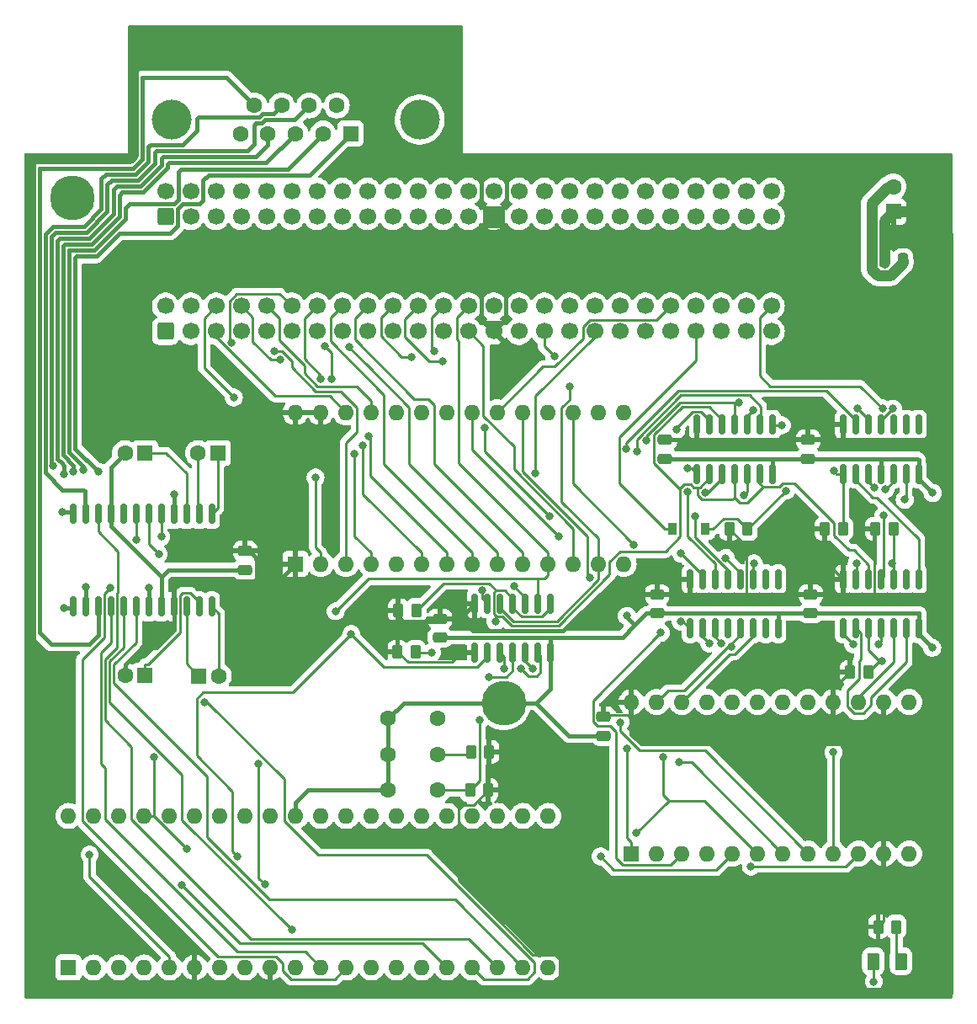
<source format=gbr>
%TF.GenerationSoftware,KiCad,Pcbnew,7.0.7*%
%TF.CreationDate,2023-10-18T23:04:20+01:00*%
%TF.ProjectId,CPC464-2MINIRS232C,43504334-3634-42d3-924d-494e49525332,rev?*%
%TF.SameCoordinates,Original*%
%TF.FileFunction,Copper,L1,Top*%
%TF.FilePolarity,Positive*%
%FSLAX46Y46*%
G04 Gerber Fmt 4.6, Leading zero omitted, Abs format (unit mm)*
G04 Created by KiCad (PCBNEW 7.0.7) date 2023-10-18 23:04:20*
%MOMM*%
%LPD*%
G01*
G04 APERTURE LIST*
G04 Aperture macros list*
%AMRoundRect*
0 Rectangle with rounded corners*
0 $1 Rounding radius*
0 $2 $3 $4 $5 $6 $7 $8 $9 X,Y pos of 4 corners*
0 Add a 4 corners polygon primitive as box body*
4,1,4,$2,$3,$4,$5,$6,$7,$8,$9,$2,$3,0*
0 Add four circle primitives for the rounded corners*
1,1,$1+$1,$2,$3*
1,1,$1+$1,$4,$5*
1,1,$1+$1,$6,$7*
1,1,$1+$1,$8,$9*
0 Add four rect primitives between the rounded corners*
20,1,$1+$1,$2,$3,$4,$5,0*
20,1,$1+$1,$4,$5,$6,$7,0*
20,1,$1+$1,$6,$7,$8,$9,0*
20,1,$1+$1,$8,$9,$2,$3,0*%
G04 Aperture macros list end*
%TA.AperFunction,SMDPad,CuDef*%
%ADD10RoundRect,0.250000X0.262500X0.450000X-0.262500X0.450000X-0.262500X-0.450000X0.262500X-0.450000X0*%
%TD*%
%TA.AperFunction,ComponentPad*%
%ADD11C,4.500000*%
%TD*%
%TA.AperFunction,ComponentPad*%
%ADD12C,4.000000*%
%TD*%
%TA.AperFunction,ComponentPad*%
%ADD13R,1.600000X1.600000*%
%TD*%
%TA.AperFunction,ComponentPad*%
%ADD14C,1.600000*%
%TD*%
%TA.AperFunction,ComponentPad*%
%ADD15RoundRect,0.250000X0.600000X-0.600000X0.600000X0.600000X-0.600000X0.600000X-0.600000X-0.600000X0*%
%TD*%
%TA.AperFunction,ComponentPad*%
%ADD16C,1.700000*%
%TD*%
%TA.AperFunction,SMDPad,CuDef*%
%ADD17R,0.900000X1.200000*%
%TD*%
%TA.AperFunction,SMDPad,CuDef*%
%ADD18RoundRect,0.250000X-0.475000X0.250000X-0.475000X-0.250000X0.475000X-0.250000X0.475000X0.250000X0*%
%TD*%
%TA.AperFunction,SMDPad,CuDef*%
%ADD19RoundRect,0.150000X0.150000X-0.825000X0.150000X0.825000X-0.150000X0.825000X-0.150000X-0.825000X0*%
%TD*%
%TA.AperFunction,SMDPad,CuDef*%
%ADD20RoundRect,0.250000X-0.262500X-0.450000X0.262500X-0.450000X0.262500X0.450000X-0.262500X0.450000X0*%
%TD*%
%TA.AperFunction,ComponentPad*%
%ADD21O,1.600000X1.600000*%
%TD*%
%TA.AperFunction,SMDPad,CuDef*%
%ADD22RoundRect,0.250000X-0.250000X-0.475000X0.250000X-0.475000X0.250000X0.475000X-0.250000X0.475000X0*%
%TD*%
%TA.AperFunction,SMDPad,CuDef*%
%ADD23RoundRect,0.150000X0.150000X-0.875000X0.150000X0.875000X-0.150000X0.875000X-0.150000X-0.875000X0*%
%TD*%
%TA.AperFunction,SMDPad,CuDef*%
%ADD24RoundRect,0.250000X-0.375000X-0.625000X0.375000X-0.625000X0.375000X0.625000X-0.375000X0.625000X0*%
%TD*%
%TA.AperFunction,ViaPad*%
%ADD25C,0.800000*%
%TD*%
%TA.AperFunction,Conductor*%
%ADD26C,0.250000*%
%TD*%
%TA.AperFunction,Conductor*%
%ADD27C,0.400000*%
%TD*%
%TA.AperFunction,Conductor*%
%ADD28C,1.080000*%
%TD*%
%TA.AperFunction,Conductor*%
%ADD29C,0.254000*%
%TD*%
G04 APERTURE END LIST*
D10*
%TO.P,R508,1*%
%TO.N,+5V*%
X73862500Y-102700000D03*
%TO.P,R508,2*%
%TO.N,Net-(LK503-Pin_1)*%
X72037500Y-102700000D03*
%TD*%
D11*
%TO.P,H7,1,1*%
%TO.N,GND*%
X75411000Y-93930000D03*
%TD*%
D12*
%TO.P,PL505,0,PAD*%
%TO.N,GND*%
X41964200Y-35286100D03*
X66964200Y-35286100D03*
D13*
%TO.P,PL505,1,1*%
%TO.N,RS_DCD*%
X60004200Y-36706100D03*
D14*
%TO.P,PL505,2,2*%
%TO.N,RS_TX*%
X57234200Y-36706100D03*
%TO.P,PL505,3,3*%
%TO.N,RS_RX*%
X54464200Y-36706100D03*
%TO.P,PL505,4,4*%
%TO.N,RS_DTR*%
X51694200Y-36706100D03*
%TO.P,PL505,5,5*%
%TO.N,GND*%
X48924200Y-36706100D03*
%TO.P,PL505,6,6*%
%TO.N,unconnected-(PL505-Pad6)*%
X58619200Y-33866100D03*
%TO.P,PL505,7,7*%
%TO.N,RS_RTS*%
X55849200Y-33866100D03*
%TO.P,PL505,8,8*%
%TO.N,RS_CTS*%
X53079200Y-33866100D03*
%TO.P,PL505,9,9*%
%TO.N,RS_RI*%
X50309200Y-33866100D03*
%TD*%
D15*
%TO.P,CE1050,1,Pin_1*%
%TO.N,SOUND*%
X41380000Y-45040000D03*
D16*
%TO.P,CE1050,2,Pin_2*%
%TO.N,GND*%
X41380000Y-42500000D03*
%TO.P,CE1050,3,Pin_3*%
%TO.N,/AMSRS232C SM Edited/A15*%
X43920000Y-45040000D03*
%TO.P,CE1050,4,Pin_4*%
%TO.N,/AMSRS232C SM Edited/A14*%
X43920000Y-42500000D03*
%TO.P,CE1050,5,Pin_5*%
%TO.N,/AMSRS232C SM Edited/A13*%
X46460000Y-45040000D03*
%TO.P,CE1050,6,Pin_6*%
%TO.N,/AMSRS232C SM Edited/A12*%
X46460000Y-42500000D03*
%TO.P,CE1050,7,Pin_7*%
%TO.N,/AMSRS232C SM Edited/A11*%
X49000000Y-45040000D03*
%TO.P,CE1050,8,Pin_8*%
%TO.N,/AMSRS232C SM Edited/A10*%
X49000000Y-42500000D03*
%TO.P,CE1050,9,Pin_9*%
%TO.N,/AMSRS232C SM Edited/A9*%
X51540000Y-45040000D03*
%TO.P,CE1050,10,Pin_10*%
%TO.N,/AMSRS232C SM Edited/A8*%
X51540000Y-42500000D03*
%TO.P,CE1050,11,Pin_11*%
%TO.N,/AMSRS232C SM Edited/A7*%
X54080000Y-45040000D03*
%TO.P,CE1050,12,Pin_12*%
%TO.N,/AMSRS232C SM Edited/A6*%
X54080000Y-42500000D03*
%TO.P,CE1050,13,Pin_13*%
%TO.N,/AMSRS232C SM Edited/A5*%
X56620000Y-45040000D03*
%TO.P,CE1050,14,Pin_14*%
%TO.N,/AMSRS232C SM Edited/A4*%
X56620000Y-42500000D03*
%TO.P,CE1050,15,Pin_15*%
%TO.N,/AMSRS232C SM Edited/A3*%
X59160000Y-45040000D03*
%TO.P,CE1050,16,Pin_16*%
%TO.N,/AMSRS232C SM Edited/A2*%
X59160000Y-42500000D03*
%TO.P,CE1050,17,Pin_17*%
%TO.N,/AMSRS232C SM Edited/A1*%
X61700000Y-45040000D03*
%TO.P,CE1050,18,Pin_18*%
%TO.N,/AMSRS232C SM Edited/A0*%
X61700000Y-42500000D03*
%TO.P,CE1050,19,Pin_19*%
%TO.N,/AMSRS232C SM Edited/D7*%
X64240000Y-45040000D03*
%TO.P,CE1050,20,Pin_20*%
%TO.N,/AMSRS232C SM Edited/D6*%
X64240000Y-42500000D03*
%TO.P,CE1050,21,Pin_21*%
%TO.N,/AMSRS232C SM Edited/D5*%
X66780000Y-45040000D03*
%TO.P,CE1050,22,Pin_22*%
%TO.N,/AMSRS232C SM Edited/D4*%
X66780000Y-42500000D03*
%TO.P,CE1050,23,Pin_23*%
%TO.N,/AMSRS232C SM Edited/D3*%
X69320000Y-45040000D03*
%TO.P,CE1050,24,Pin_24*%
%TO.N,/AMSRS232C SM Edited/D2*%
X69320000Y-42500000D03*
%TO.P,CE1050,25,Pin_25*%
%TO.N,/AMSRS232C SM Edited/D1*%
X71860000Y-45040000D03*
%TO.P,CE1050,26,Pin_26*%
%TO.N,/AMSRS232C SM Edited/D0*%
X71860000Y-42500000D03*
%TO.P,CE1050,27,Pin_27*%
%TO.N,+5V*%
X74400000Y-45040000D03*
%TO.P,CE1050,28,Pin_28*%
%TO.N,MREQ*%
X74400000Y-42500000D03*
%TO.P,CE1050,29,Pin_29*%
%TO.N,M1*%
X76940000Y-45040000D03*
%TO.P,CE1050,30,Pin_30*%
%TO.N,RFSH*%
X76940000Y-42500000D03*
%TO.P,CE1050,31,Pin_31*%
%TO.N,IORQ*%
X79480000Y-45040000D03*
%TO.P,CE1050,32,Pin_32*%
%TO.N,RD*%
X79480000Y-42500000D03*
%TO.P,CE1050,33,Pin_33*%
%TO.N,WR*%
X82020000Y-45040000D03*
%TO.P,CE1050,34,Pin_34*%
%TO.N,HALT*%
X82020000Y-42500000D03*
%TO.P,CE1050,35,Pin_35*%
%TO.N,INT*%
X84560000Y-45040000D03*
%TO.P,CE1050,36,Pin_36*%
%TO.N,NMI*%
X84560000Y-42500000D03*
%TO.P,CE1050,37,Pin_37*%
%TO.N,BUSRQ*%
X87100000Y-45040000D03*
%TO.P,CE1050,38,Pin_38*%
%TO.N,BUSAK*%
X87100000Y-42500000D03*
%TO.P,CE1050,39,Pin_39*%
%TO.N,READY*%
X89640000Y-45040000D03*
%TO.P,CE1050,40,Pin_40*%
%TO.N,BUS*%
X89640000Y-42500000D03*
%TO.P,CE1050,41,Pin_41*%
%TO.N,RESET*%
X92180000Y-45040000D03*
%TO.P,CE1050,42,Pin_42*%
%TO.N,ROMEN*%
X92180000Y-42500000D03*
%TO.P,CE1050,43,Pin_43*%
%TO.N,ROMDIS*%
X94720000Y-45040000D03*
%TO.P,CE1050,44,Pin_44*%
%TO.N,RAMRD*%
X94720000Y-42500000D03*
%TO.P,CE1050,45,Pin_45*%
%TO.N,RAMDIS*%
X97260000Y-45040000D03*
%TO.P,CE1050,46,Pin_46*%
%TO.N,CURSOR*%
X97260000Y-42500000D03*
%TO.P,CE1050,47,Pin_47*%
%TO.N,LPEN*%
X99800000Y-45040000D03*
%TO.P,CE1050,48,Pin_48*%
%TO.N,EXP*%
X99800000Y-42500000D03*
%TO.P,CE1050,49,Pin_49*%
%TO.N,GND*%
X102340000Y-45040000D03*
%TO.P,CE1050,50,Pin_50*%
%TO.N,A100*%
X102340000Y-42500000D03*
%TD*%
D17*
%TO.P,D501,1,K*%
%TO.N,ROMDIS*%
X92400000Y-76450000D03*
%TO.P,D501,2,A*%
%TO.N,Net-(D501-A)*%
X95700000Y-76450000D03*
%TD*%
D13*
%TO.P,C513,1*%
%TO.N,Net-(IC510-C1+)*%
X44744900Y-91225000D03*
D14*
%TO.P,C513,2*%
%TO.N,Net-(IC510-C1-)*%
X46744900Y-91225000D03*
%TD*%
D11*
%TO.P,H1,1,1*%
%TO.N,GND*%
X31977000Y-43130000D03*
%TD*%
D18*
%TO.P,C505,1*%
%TO.N,+5V*%
X106285000Y-83025000D03*
%TO.P,C505,2*%
%TO.N,GND*%
X106285000Y-84925000D03*
%TD*%
D19*
%TO.P,IC508,14,VCC*%
%TO.N,+5V*%
X72500000Y-83950000D03*
%TO.P,IC508,13*%
%TO.N,Net-(LK501-Pin_1)*%
X73770000Y-83950000D03*
%TO.P,IC508,12*%
%TO.N,/AMSRS232C SM Edited/D2*%
X75040000Y-83950000D03*
%TO.P,IC508,11*%
%TO.N,ODDEN*%
X76310000Y-83950000D03*
%TO.P,IC508,10*%
%TO.N,Net-(LK502-Pin_1)*%
X77580000Y-83950000D03*
%TO.P,IC508,9*%
%TO.N,/AMSRS232C SM Edited/D0*%
X78850000Y-83950000D03*
%TO.P,IC508,8*%
%TO.N,ODDEN*%
X80120000Y-83950000D03*
%TO.P,IC508,7,GND*%
%TO.N,GND*%
X80120000Y-88900000D03*
%TO.P,IC508,6*%
%TO.N,ODDEN*%
X78850000Y-88900000D03*
%TO.P,IC508,5*%
%TO.N,/AMSRS232C SM Edited/D1*%
X77580000Y-88900000D03*
%TO.P,IC508,4*%
%TO.N,Net-(LK503-Pin_1)*%
X76310000Y-88900000D03*
%TO.P,IC508,3*%
%TO.N,ODDEN*%
X75040000Y-88900000D03*
%TO.P,IC508,2*%
%TO.N,/AMSRS232C SM Edited/D3*%
X73770000Y-88900000D03*
%TO.P,IC508,1*%
%TO.N,+5V*%
X72500000Y-88900000D03*
%TD*%
D20*
%TO.P,R501,1*%
%TO.N,+5V*%
X107712500Y-76450000D03*
%TO.P,R501,2*%
%TO.N,Net-(IC503-Pad1)*%
X109537500Y-76450000D03*
%TD*%
D18*
%TO.P,C503,1*%
%TO.N,+5V*%
X106050000Y-67475000D03*
%TO.P,C503,2*%
%TO.N,GND*%
X106050000Y-69375000D03*
%TD*%
D19*
%TO.P,IC502,1,E*%
%TO.N,IORQ*%
X94130000Y-86450000D03*
%TO.P,IC502,2,A0*%
%TO.N,RD*%
X95400000Y-86450000D03*
%TO.P,IC502,3,A1*%
%TO.N,WR*%
X96670000Y-86450000D03*
%TO.P,IC502,4,O0*%
%TO.N,unconnected-(IC502A-O0-Pad4)*%
X97940000Y-86450000D03*
%TO.P,IC502,5,O1*%
%TO.N,~{RAWR}*%
X99210000Y-86450000D03*
%TO.P,IC502,6,O2*%
%TO.N,~{RARD}*%
X100480000Y-86450000D03*
%TO.P,IC502,7,O3*%
%TO.N,unconnected-(IC502A-O3-Pad7)*%
X101750000Y-86450000D03*
%TO.P,IC502,8,GND*%
%TO.N,GND*%
X103020000Y-86450000D03*
%TO.P,IC502,9,O3*%
%TO.N,unconnected-(IC502B-O3-Pad9)*%
X103020000Y-81500000D03*
%TO.P,IC502,10,O2*%
%TO.N,unconnected-(IC502B-O2-Pad10)*%
X101750000Y-81500000D03*
%TO.P,IC502,11,O1*%
%TO.N,Net-(IC502B-O1)*%
X100480000Y-81500000D03*
%TO.P,IC502,12,O0*%
%TO.N,DSEL*%
X99210000Y-81500000D03*
%TO.P,IC502,13,A1*%
%TO.N,/AMSRS232C SM Edited/A5*%
X97940000Y-81500000D03*
%TO.P,IC502,14,A0*%
%TO.N,/AMSRS232C SM Edited/A8*%
X96670000Y-81500000D03*
%TO.P,IC502,15,E*%
%TO.N,/AMSRS232C SM Edited/A10*%
X95400000Y-81500000D03*
%TO.P,IC502,16,VCC*%
%TO.N,+5V*%
X94130000Y-81500000D03*
%TD*%
D10*
%TO.P,R1050,1*%
%TO.N,Net-(D1050-A)*%
X114912500Y-116450000D03*
%TO.P,R1050,2*%
%TO.N,+5V*%
X113087500Y-116450000D03*
%TD*%
D20*
%TO.P,R504,1*%
%TO.N,+5V*%
X112787500Y-76450000D03*
%TO.P,R504,2*%
%TO.N,Net-(IC506A-~{R})*%
X114612500Y-76450000D03*
%TD*%
D10*
%TO.P,R507,1*%
%TO.N,+5V*%
X73962500Y-98850000D03*
%TO.P,R507,2*%
%TO.N,Net-(LK502-Pin_1)*%
X72137500Y-98850000D03*
%TD*%
D18*
%TO.P,C504,1*%
%TO.N,+5V*%
X90860000Y-83025000D03*
%TO.P,C504,2*%
%TO.N,GND*%
X90860000Y-84925000D03*
%TD*%
D14*
%TO.P,LK503,1,Pin_1*%
%TO.N,Net-(LK503-Pin_1)*%
X68800000Y-102700000D03*
%TO.P,LK503,2,Pin_2*%
%TO.N,GND*%
X63800000Y-102700000D03*
%TD*%
D20*
%TO.P,R505,1*%
%TO.N,+5V*%
X98112500Y-76450000D03*
%TO.P,R505,2*%
%TO.N,Net-(D501-A)*%
X99937500Y-76450000D03*
%TD*%
D18*
%TO.P,C506,1*%
%TO.N,+5V*%
X85470000Y-95340000D03*
%TO.P,C506,2*%
%TO.N,GND*%
X85470000Y-97240000D03*
%TD*%
%TO.P,C508,1*%
%TO.N,+5V*%
X49400000Y-78650000D03*
%TO.P,C508,2*%
%TO.N,GND*%
X49400000Y-80550000D03*
%TD*%
D20*
%TO.P,R503,1*%
%TO.N,+5V*%
X64800000Y-84625000D03*
%TO.P,R503,2*%
%TO.N,ODDEN*%
X66625000Y-84625000D03*
%TD*%
D13*
%TO.P,C512,1*%
%TO.N,Net-(IC510-C2+)*%
X46655100Y-68825000D03*
D14*
%TO.P,C512,2*%
%TO.N,Net-(IC510-C2-)*%
X44655100Y-68825000D03*
%TD*%
D15*
%TO.P,CE1051,1,Pin_1*%
%TO.N,SOUND*%
X41380000Y-56587500D03*
D16*
%TO.P,CE1051,2,Pin_2*%
%TO.N,GND*%
X41380000Y-54047500D03*
%TO.P,CE1051,3,Pin_3*%
%TO.N,/AMSRS232C SM Edited/A15*%
X43920000Y-56587500D03*
%TO.P,CE1051,4,Pin_4*%
%TO.N,/AMSRS232C SM Edited/A14*%
X43920000Y-54047500D03*
%TO.P,CE1051,5,Pin_5*%
%TO.N,/AMSRS232C SM Edited/A13*%
X46460000Y-56587500D03*
%TO.P,CE1051,6,Pin_6*%
%TO.N,/AMSRS232C SM Edited/A12*%
X46460000Y-54047500D03*
%TO.P,CE1051,7,Pin_7*%
%TO.N,/AMSRS232C SM Edited/A11*%
X49000000Y-56587500D03*
%TO.P,CE1051,8,Pin_8*%
%TO.N,/AMSRS232C SM Edited/A10*%
X49000000Y-54047500D03*
%TO.P,CE1051,9,Pin_9*%
%TO.N,/AMSRS232C SM Edited/A9*%
X51540000Y-56587500D03*
%TO.P,CE1051,10,Pin_10*%
%TO.N,/AMSRS232C SM Edited/A8*%
X51540000Y-54047500D03*
%TO.P,CE1051,11,Pin_11*%
%TO.N,/AMSRS232C SM Edited/A7*%
X54080000Y-56587500D03*
%TO.P,CE1051,12,Pin_12*%
%TO.N,/AMSRS232C SM Edited/A6*%
X54080000Y-54047500D03*
%TO.P,CE1051,13,Pin_13*%
%TO.N,/AMSRS232C SM Edited/A5*%
X56620000Y-56587500D03*
%TO.P,CE1051,14,Pin_14*%
%TO.N,/AMSRS232C SM Edited/A4*%
X56620000Y-54047500D03*
%TO.P,CE1051,15,Pin_15*%
%TO.N,/AMSRS232C SM Edited/A3*%
X59160000Y-56587500D03*
%TO.P,CE1051,16,Pin_16*%
%TO.N,/AMSRS232C SM Edited/A2*%
X59160000Y-54047500D03*
%TO.P,CE1051,17,Pin_17*%
%TO.N,/AMSRS232C SM Edited/A1*%
X61700000Y-56587500D03*
%TO.P,CE1051,18,Pin_18*%
%TO.N,/AMSRS232C SM Edited/A0*%
X61700000Y-54047500D03*
%TO.P,CE1051,19,Pin_19*%
%TO.N,/AMSRS232C SM Edited/D7*%
X64240000Y-56587500D03*
%TO.P,CE1051,20,Pin_20*%
%TO.N,/AMSRS232C SM Edited/D6*%
X64240000Y-54047500D03*
%TO.P,CE1051,21,Pin_21*%
%TO.N,/AMSRS232C SM Edited/D5*%
X66780000Y-56587500D03*
%TO.P,CE1051,22,Pin_22*%
%TO.N,/AMSRS232C SM Edited/D4*%
X66780000Y-54047500D03*
%TO.P,CE1051,23,Pin_23*%
%TO.N,/AMSRS232C SM Edited/D3*%
X69320000Y-56587500D03*
%TO.P,CE1051,24,Pin_24*%
%TO.N,/AMSRS232C SM Edited/D2*%
X69320000Y-54047500D03*
%TO.P,CE1051,25,Pin_25*%
%TO.N,/AMSRS232C SM Edited/D1*%
X71860000Y-56587500D03*
%TO.P,CE1051,26,Pin_26*%
%TO.N,/AMSRS232C SM Edited/D0*%
X71860000Y-54047500D03*
%TO.P,CE1051,27,Pin_27*%
%TO.N,+5V*%
X74400000Y-56587500D03*
%TO.P,CE1051,28,Pin_28*%
%TO.N,MREQ*%
X74400000Y-54047500D03*
%TO.P,CE1051,29,Pin_29*%
%TO.N,M1*%
X76940000Y-56587500D03*
%TO.P,CE1051,30,Pin_30*%
%TO.N,RFSH*%
X76940000Y-54047500D03*
%TO.P,CE1051,31,Pin_31*%
%TO.N,IORQ*%
X79480000Y-56587500D03*
%TO.P,CE1051,32,Pin_32*%
%TO.N,RD*%
X79480000Y-54047500D03*
%TO.P,CE1051,33,Pin_33*%
%TO.N,WR*%
X82020000Y-56587500D03*
%TO.P,CE1051,34,Pin_34*%
%TO.N,HALT*%
X82020000Y-54047500D03*
%TO.P,CE1051,35,Pin_35*%
%TO.N,INT*%
X84560000Y-56587500D03*
%TO.P,CE1051,36,Pin_36*%
%TO.N,NMI*%
X84560000Y-54047500D03*
%TO.P,CE1051,37,Pin_37*%
%TO.N,BUSRQ*%
X87100000Y-56587500D03*
%TO.P,CE1051,38,Pin_38*%
%TO.N,BUSAK*%
X87100000Y-54047500D03*
%TO.P,CE1051,39,Pin_39*%
%TO.N,READY*%
X89640000Y-56587500D03*
%TO.P,CE1051,40,Pin_40*%
%TO.N,BUS*%
X89640000Y-54047500D03*
%TO.P,CE1051,41,Pin_41*%
%TO.N,RESET*%
X92180000Y-56587500D03*
%TO.P,CE1051,42,Pin_42*%
%TO.N,ROMEN*%
X92180000Y-54047500D03*
%TO.P,CE1051,43,Pin_43*%
%TO.N,ROMDIS*%
X94720000Y-56587500D03*
%TO.P,CE1051,44,Pin_44*%
%TO.N,RAMRD*%
X94720000Y-54047500D03*
%TO.P,CE1051,45,Pin_45*%
%TO.N,RAMDIS*%
X97260000Y-56587500D03*
%TO.P,CE1051,46,Pin_46*%
%TO.N,CURSOR*%
X97260000Y-54047500D03*
%TO.P,CE1051,47,Pin_47*%
%TO.N,LPEN*%
X99800000Y-56587500D03*
%TO.P,CE1051,48,Pin_48*%
%TO.N,EXP*%
X99800000Y-54047500D03*
%TO.P,CE1051,49,Pin_49*%
%TO.N,GND*%
X102340000Y-56587500D03*
%TO.P,CE1051,50,Pin_50*%
%TO.N,A100*%
X102340000Y-54047500D03*
%TD*%
D18*
%TO.P,C507,1*%
%TO.N,+5V*%
X69000000Y-85475000D03*
%TO.P,C507,2*%
%TO.N,GND*%
X69000000Y-87375000D03*
%TD*%
%TO.P,C502,1*%
%TO.N,+5V*%
X91625000Y-67475000D03*
%TO.P,C502,2*%
%TO.N,GND*%
X91625000Y-69375000D03*
%TD*%
D13*
%TO.P,IC505,1,D1*%
%TO.N,/AMSRS232C SM Edited/D1*%
X31625000Y-120550000D03*
D21*
%TO.P,IC505,2,D3*%
%TO.N,/AMSRS232C SM Edited/D3*%
X34165000Y-120550000D03*
%TO.P,IC505,3,D5*%
%TO.N,/AMSRS232C SM Edited/D5*%
X36705000Y-120550000D03*
%TO.P,IC505,4,D7*%
%TO.N,/AMSRS232C SM Edited/D7*%
X39245000Y-120550000D03*
%TO.P,IC505,5,~{INT}*%
%TO.N,INT*%
X41785000Y-120550000D03*
%TO.P,IC505,6,IEI*%
%TO.N,+5V*%
X44325000Y-120550000D03*
%TO.P,IC505,7,IEO*%
%TO.N,unconnected-(IC505-IEO-Pad7)*%
X46865000Y-120550000D03*
%TO.P,IC505,8,~{M1}*%
%TO.N,M1*%
X49405000Y-120550000D03*
%TO.P,IC505,9,VCC*%
%TO.N,+5V*%
X51945000Y-120550000D03*
%TO.P,IC505,10,~{W/RDYA}*%
%TO.N,unconnected-(IC505-~{W{slash}RDYA}-Pad10)*%
X54485000Y-120550000D03*
%TO.P,IC505,11,~{RIA}*%
%TO.N,/AMSRS232C SM Edited/RI_IN*%
X57025000Y-120550000D03*
%TO.P,IC505,12,RxDA*%
%TO.N,/AMSRS232C SM Edited/TX_IN*%
X59565000Y-120550000D03*
%TO.P,IC505,13,~{RxCA}*%
%TO.N,Net-(IC504-OUT1)*%
X62105000Y-120550000D03*
%TO.P,IC505,14,~{TxCA}*%
%TO.N,Net-(IC504-OUT0)*%
X64645000Y-120550000D03*
%TO.P,IC505,15,TxDA*%
%TO.N,/AMSRS232C SM Edited/RX_OUT*%
X67185000Y-120550000D03*
%TO.P,IC505,16,~{DTRA}*%
%TO.N,/AMSRS232C SM Edited/DTR_OUT*%
X69725000Y-120550000D03*
%TO.P,IC505,17,~{RTSA}*%
%TO.N,/AMSRS232C SM Edited/RTS_OUT*%
X72265000Y-120550000D03*
%TO.P,IC505,18,~{CTSA}*%
%TO.N,/AMSRS232C SM Edited/CTS_IN*%
X74805000Y-120550000D03*
%TO.P,IC505,19,~{DCDA}*%
%TO.N,/AMSRS232C SM Edited/DCD_IN*%
X77345000Y-120550000D03*
%TO.P,IC505,20,CLK*%
%TO.N,DCLK*%
X79885000Y-120550000D03*
%TO.P,IC505,21,~{RESET}*%
%TO.N,RESET*%
X79885000Y-105310000D03*
%TO.P,IC505,22,~{DCDB}*%
%TO.N,unconnected-(IC505-~{DCDB}-Pad22)*%
X77345000Y-105310000D03*
%TO.P,IC505,23,~{CTSB}*%
%TO.N,unconnected-(IC505-~{CTSB}-Pad23)*%
X74805000Y-105310000D03*
%TO.P,IC505,24,~{RTSB}*%
%TO.N,unconnected-(IC505-~{RTSB}-Pad24)*%
X72265000Y-105310000D03*
%TO.P,IC505,25,~{DTRB}*%
%TO.N,unconnected-(IC505-~{DTRB}-Pad25)*%
X69725000Y-105310000D03*
%TO.P,IC505,26,TxDB*%
%TO.N,unconnected-(IC505-TxDB-Pad26)*%
X67185000Y-105310000D03*
%TO.P,IC505,27,~{RxTxCB}*%
%TO.N,Net-(IC504-OUT2)*%
X64645000Y-105310000D03*
%TO.P,IC505,28,RxDB*%
%TO.N,unconnected-(IC505-RxDB-Pad28)*%
X62105000Y-105310000D03*
%TO.P,IC505,29,~{RIB}*%
%TO.N,unconnected-(IC505-~{RIB}-Pad29)*%
X59565000Y-105310000D03*
%TO.P,IC505,30,~{W/RDYB}*%
%TO.N,unconnected-(IC505-~{W{slash}RDYB}-Pad30)*%
X57025000Y-105310000D03*
%TO.P,IC505,31,GND*%
%TO.N,GND*%
X54485000Y-105310000D03*
%TO.P,IC505,32,~{RD}*%
%TO.N,RD*%
X51945000Y-105310000D03*
%TO.P,IC505,33,C/~{D}*%
%TO.N,/AMSRS232C SM Edited/A0*%
X49405000Y-105310000D03*
%TO.P,IC505,34,B/~{A}*%
%TO.N,/AMSRS232C SM Edited/A1*%
X46865000Y-105310000D03*
%TO.P,IC505,35,~{CE}*%
%TO.N,DSEL*%
X44325000Y-105310000D03*
%TO.P,IC505,36,~{IORQ}*%
%TO.N,IORQ*%
X41785000Y-105310000D03*
%TO.P,IC505,37,D6*%
%TO.N,/AMSRS232C SM Edited/D6*%
X39245000Y-105310000D03*
%TO.P,IC505,38,D4*%
%TO.N,/AMSRS232C SM Edited/D4*%
X36705000Y-105310000D03*
%TO.P,IC505,39,D2*%
%TO.N,/AMSRS232C SM Edited/D2*%
X34165000Y-105310000D03*
%TO.P,IC505,40,D0*%
%TO.N,/AMSRS232C SM Edited/D0*%
X31625000Y-105310000D03*
%TD*%
D20*
%TO.P,R502,1*%
%TO.N,+5V*%
X110262500Y-90850000D03*
%TO.P,R502,2*%
%TO.N,DCLK*%
X112087500Y-90850000D03*
%TD*%
D19*
%TO.P,IC503,1*%
%TO.N,Net-(IC503-Pad1)*%
X109555000Y-70900000D03*
%TO.P,IC503,2*%
%TO.N,Net-(IC506B-~{Q})*%
X110825000Y-70900000D03*
%TO.P,IC503,3*%
%TO.N,~{ROMOE}*%
X112095000Y-70900000D03*
%TO.P,IC503,4*%
%TO.N,GND*%
X113365000Y-70900000D03*
%TO.P,IC503,5*%
%TO.N,A100*%
X114635000Y-70900000D03*
%TO.P,IC503,6*%
%TO.N,DCLK*%
X115905000Y-70900000D03*
%TO.P,IC503,7,GND*%
%TO.N,GND*%
X117175000Y-70900000D03*
%TO.P,IC503,8*%
%TO.N,unconnected-(IC503-Pad8)*%
X117175000Y-65950000D03*
%TO.P,IC503,9*%
%TO.N,unconnected-(IC503-Pad9)*%
X115905000Y-65950000D03*
%TO.P,IC503,10*%
%TO.N,unconnected-(IC503-Pad10)*%
X114635000Y-65950000D03*
%TO.P,IC503,11*%
%TO.N,Net-(IC506B-C)*%
X113365000Y-65950000D03*
%TO.P,IC503,12*%
%TO.N,~{RAWR}*%
X112095000Y-65950000D03*
%TO.P,IC503,13*%
%TO.N,/AMSRS232C SM Edited/A13*%
X110825000Y-65950000D03*
%TO.P,IC503,14,VCC*%
%TO.N,+5V*%
X109555000Y-65950000D03*
%TD*%
D13*
%TO.P,IC501,1,VPP*%
%TO.N,+5V*%
X54460000Y-79975000D03*
D21*
%TO.P,IC501,2,A12*%
%TO.N,/AMSRS232C SM Edited/A12*%
X57000000Y-79975000D03*
%TO.P,IC501,3,A7*%
%TO.N,/AMSRS232C SM Edited/A7*%
X59540000Y-79975000D03*
%TO.P,IC501,4,A6*%
%TO.N,/AMSRS232C SM Edited/A6*%
X62080000Y-79975000D03*
%TO.P,IC501,5,A5*%
%TO.N,/AMSRS232C SM Edited/A5*%
X64620000Y-79975000D03*
%TO.P,IC501,6,A4*%
%TO.N,/AMSRS232C SM Edited/A4*%
X67160000Y-79975000D03*
%TO.P,IC501,7,A3*%
%TO.N,/AMSRS232C SM Edited/A3*%
X69700000Y-79975000D03*
%TO.P,IC501,8,A2*%
%TO.N,/AMSRS232C SM Edited/A2*%
X72240000Y-79975000D03*
%TO.P,IC501,9,A1*%
%TO.N,/AMSRS232C SM Edited/A1*%
X74780000Y-79975000D03*
%TO.P,IC501,10,A0*%
%TO.N,/AMSRS232C SM Edited/A0*%
X77320000Y-79975000D03*
%TO.P,IC501,11,D0*%
%TO.N,/AMSRS232C SM Edited/D0*%
X79860000Y-79975000D03*
%TO.P,IC501,12,D1*%
%TO.N,/AMSRS232C SM Edited/D1*%
X82400000Y-79975000D03*
%TO.P,IC501,13,D2*%
%TO.N,/AMSRS232C SM Edited/D2*%
X84940000Y-79975000D03*
%TO.P,IC501,14,GND*%
%TO.N,GND*%
X87480000Y-79975000D03*
%TO.P,IC501,15,D3*%
%TO.N,/AMSRS232C SM Edited/D3*%
X87480000Y-64735000D03*
%TO.P,IC501,16,D4*%
%TO.N,/AMSRS232C SM Edited/D4*%
X84940000Y-64735000D03*
%TO.P,IC501,17,D5*%
%TO.N,/AMSRS232C SM Edited/D5*%
X82400000Y-64735000D03*
%TO.P,IC501,18,D6*%
%TO.N,/AMSRS232C SM Edited/D6*%
X79860000Y-64735000D03*
%TO.P,IC501,19,D7*%
%TO.N,/AMSRS232C SM Edited/D7*%
X77320000Y-64735000D03*
%TO.P,IC501,20,~{CE}*%
%TO.N,ROMEN*%
X74780000Y-64735000D03*
%TO.P,IC501,21,A10*%
%TO.N,/AMSRS232C SM Edited/A10*%
X72240000Y-64735000D03*
%TO.P,IC501,22,~{OE}*%
%TO.N,~{ROMOE}*%
X69700000Y-64735000D03*
%TO.P,IC501,23,A11*%
%TO.N,/AMSRS232C SM Edited/A11*%
X67160000Y-64735000D03*
%TO.P,IC501,24,A9*%
%TO.N,/AMSRS232C SM Edited/A9*%
X64620000Y-64735000D03*
%TO.P,IC501,25,A8*%
%TO.N,/AMSRS232C SM Edited/A8*%
X62080000Y-64735000D03*
%TO.P,IC501,26,A13*%
%TO.N,/AMSRS232C SM Edited/A13*%
X59540000Y-64735000D03*
%TO.P,IC501,27,~{PGM}*%
%TO.N,+5V*%
X57000000Y-64735000D03*
%TO.P,IC501,28,VCC*%
X54460000Y-64735000D03*
%TD*%
D13*
%TO.P,C1051,1*%
%TO.N,+5V*%
X114633600Y-44542800D03*
D14*
%TO.P,C1051,2*%
%TO.N,GND*%
X114633600Y-42042800D03*
%TD*%
D22*
%TO.P,C1050,1*%
%TO.N,+5V*%
X113700000Y-49475800D03*
%TO.P,C1050,2*%
%TO.N,GND*%
X115600000Y-49475800D03*
%TD*%
D19*
%TO.P,IC506,1,~{R}*%
%TO.N,Net-(IC506A-~{R})*%
X109555000Y-86450000D03*
%TO.P,IC506,2,D*%
%TO.N,Net-(IC506A-D)*%
X110825000Y-86450000D03*
%TO.P,IC506,3,C*%
%TO.N,DCLK*%
X112095000Y-86450000D03*
%TO.P,IC506,4,~{S}*%
%TO.N,Net-(IC506A-~{R})*%
X113365000Y-86450000D03*
%TO.P,IC506,5,Q*%
%TO.N,Net-(IC504-CLK0)*%
X114635000Y-86450000D03*
%TO.P,IC506,6,~{Q}*%
%TO.N,Net-(IC506A-D)*%
X115905000Y-86450000D03*
%TO.P,IC506,7,GND*%
%TO.N,GND*%
X117175000Y-86450000D03*
%TO.P,IC506,8,~{Q}*%
%TO.N,Net-(IC506B-~{Q})*%
X117175000Y-81500000D03*
%TO.P,IC506,9,Q*%
%TO.N,unconnected-(IC506B-Q-Pad9)*%
X115905000Y-81500000D03*
%TO.P,IC506,10,~{S}*%
%TO.N,Net-(IC506A-~{R})*%
X114635000Y-81500000D03*
%TO.P,IC506,11,C*%
%TO.N,Net-(IC506B-C)*%
X113365000Y-81500000D03*
%TO.P,IC506,12,D*%
%TO.N,ODDEN*%
X112095000Y-81500000D03*
%TO.P,IC506,13,~{R}*%
%TO.N,Net-(IC506A-~{R})*%
X110825000Y-81500000D03*
%TO.P,IC506,14,VCC*%
%TO.N,+5V*%
X109555000Y-81500000D03*
%TD*%
D13*
%TO.P,IC504,1,D7*%
%TO.N,/AMSRS232C SM Edited/D7*%
X88265000Y-109090000D03*
D21*
%TO.P,IC504,2,D6*%
%TO.N,/AMSRS232C SM Edited/D6*%
X90805000Y-109090000D03*
%TO.P,IC504,3,D5*%
%TO.N,/AMSRS232C SM Edited/D5*%
X93345000Y-109090000D03*
%TO.P,IC504,4,D4*%
%TO.N,/AMSRS232C SM Edited/D4*%
X95885000Y-109090000D03*
%TO.P,IC504,5,D3*%
%TO.N,/AMSRS232C SM Edited/D3*%
X98425000Y-109090000D03*
%TO.P,IC504,6,D2*%
%TO.N,/AMSRS232C SM Edited/D2*%
X100965000Y-109090000D03*
%TO.P,IC504,7,D1*%
%TO.N,/AMSRS232C SM Edited/D1*%
X103505000Y-109090000D03*
%TO.P,IC504,8,D0*%
%TO.N,/AMSRS232C SM Edited/D0*%
X106045000Y-109090000D03*
%TO.P,IC504,9,CLK0*%
%TO.N,Net-(IC504-CLK0)*%
X108585000Y-109090000D03*
%TO.P,IC504,10,OUT0*%
%TO.N,Net-(IC504-OUT0)*%
X111125000Y-109090000D03*
%TO.P,IC504,11,GATE0*%
%TO.N,+5V*%
X113665000Y-109090000D03*
%TO.P,IC504,12,GND*%
%TO.N,GND*%
X116205000Y-109090000D03*
%TO.P,IC504,13,OUT1*%
%TO.N,Net-(IC504-OUT1)*%
X116205000Y-93850000D03*
%TO.P,IC504,14,GATE1*%
%TO.N,+5V*%
X113665000Y-93850000D03*
%TO.P,IC504,15,CLK1*%
%TO.N,Net-(IC504-CLK0)*%
X111125000Y-93850000D03*
%TO.P,IC504,16,GATE2*%
%TO.N,+5V*%
X108585000Y-93850000D03*
%TO.P,IC504,17,OUT2*%
%TO.N,Net-(IC504-OUT2)*%
X106045000Y-93850000D03*
%TO.P,IC504,18,CLK2*%
%TO.N,Net-(IC504-CLK0)*%
X103505000Y-93850000D03*
%TO.P,IC504,19,A0*%
%TO.N,/AMSRS232C SM Edited/A0*%
X100965000Y-93850000D03*
%TO.P,IC504,20,A1*%
%TO.N,/AMSRS232C SM Edited/A1*%
X98425000Y-93850000D03*
%TO.P,IC504,21,~{CS}*%
%TO.N,Net-(IC502B-O1)*%
X95885000Y-93850000D03*
%TO.P,IC504,22,~{RD}*%
%TO.N,~{RARD}*%
X93345000Y-93850000D03*
%TO.P,IC504,23,~{WR}*%
%TO.N,~{RAWR}*%
X90805000Y-93850000D03*
%TO.P,IC504,24,VCC*%
%TO.N,+5V*%
X88265000Y-93850000D03*
%TD*%
D13*
%TO.P,C515,1*%
%TO.N,Net-(IC510-V+)*%
X39330000Y-91200000D03*
D14*
%TO.P,C515,2*%
%TO.N,+5V*%
X37330000Y-91200000D03*
%TD*%
D23*
%TO.P,IC510,1,T2OUT*%
%TO.N,RS_RTS*%
X32065000Y-84250000D03*
%TO.P,IC510,2,T1OUT*%
%TO.N,RS_RX*%
X33335000Y-84250000D03*
%TO.P,IC510,3,R2IN*%
%TO.N,RS_RI*%
X34605000Y-84250000D03*
%TO.P,IC510,4,R2OUT*%
%TO.N,/AMSRS232C SM Edited/RI_IN*%
X35875000Y-84250000D03*
%TO.P,IC510,5,T1IN*%
%TO.N,/AMSRS232C SM Edited/RX_OUT*%
X37145000Y-84250000D03*
%TO.P,IC510,6,R1OUT*%
%TO.N,/AMSRS232C SM Edited/DCD_IN*%
X38415000Y-84250000D03*
%TO.P,IC510,7,R1IN*%
%TO.N,RS_DCD*%
X39685000Y-84250000D03*
%TO.P,IC510,8,GND*%
%TO.N,GND*%
X40955000Y-84250000D03*
%TO.P,IC510,9,VCC*%
%TO.N,+5V*%
X42225000Y-84250000D03*
%TO.P,IC510,10,C1+*%
%TO.N,Net-(IC510-C1+)*%
X43495000Y-84250000D03*
%TO.P,IC510,11,V+*%
%TO.N,Net-(IC510-V+)*%
X44765000Y-84250000D03*
%TO.P,IC510,12,C1-*%
%TO.N,Net-(IC510-C1-)*%
X46035000Y-84250000D03*
%TO.P,IC510,13,C2+*%
%TO.N,Net-(IC510-C2+)*%
X46035000Y-74950000D03*
%TO.P,IC510,14,C2-*%
%TO.N,Net-(IC510-C2-)*%
X44765000Y-74950000D03*
%TO.P,IC510,15,V-*%
%TO.N,Net-(IC510-V-)*%
X43495000Y-74950000D03*
%TO.P,IC510,16,R4IN*%
%TO.N,RS_TX*%
X42225000Y-74950000D03*
%TO.P,IC510,17,R4OUT*%
%TO.N,/AMSRS232C SM Edited/TX_IN*%
X40955000Y-74950000D03*
%TO.P,IC510,18,T2IN*%
%TO.N,/AMSRS232C SM Edited/RTS_OUT*%
X39685000Y-74950000D03*
%TO.P,IC510,19,T3IN*%
%TO.N,/AMSRS232C SM Edited/DTR_OUT*%
X38415000Y-74950000D03*
%TO.P,IC510,20,T4OUT*%
%TO.N,unconnected-(IC510-T4OUT-Pad20)*%
X37145000Y-74950000D03*
%TO.P,IC510,21,T4IN*%
%TO.N,GND*%
X35875000Y-74950000D03*
%TO.P,IC510,22,R3OUT*%
%TO.N,/AMSRS232C SM Edited/CTS_IN*%
X34605000Y-74950000D03*
%TO.P,IC510,23,R3IN*%
%TO.N,RS_CTS*%
X33335000Y-74950000D03*
%TO.P,IC510,24,T3OUT*%
%TO.N,RS_DTR*%
X32065000Y-74950000D03*
%TD*%
D14*
%TO.P,LK502,1,Pin_1*%
%TO.N,Net-(LK502-Pin_1)*%
X68800000Y-99100000D03*
%TO.P,LK502,2,Pin_2*%
%TO.N,GND*%
X63800000Y-99100000D03*
%TD*%
D13*
%TO.P,C514,1*%
%TO.N,Net-(IC510-V-)*%
X39330000Y-68825000D03*
D14*
%TO.P,C514,2*%
%TO.N,GND*%
X37330000Y-68825000D03*
%TD*%
D19*
%TO.P,IC507,1*%
%TO.N,/AMSRS232C SM Edited/D7*%
X94860000Y-70900000D03*
%TO.P,IC507,2*%
%TO.N,ODDEN*%
X96130000Y-70900000D03*
%TO.P,IC507,3*%
%TO.N,/AMSRS232C SM Edited/D6*%
X97400000Y-70900000D03*
%TO.P,IC507,4*%
%TO.N,ODDEN*%
X98670000Y-70900000D03*
%TO.P,IC507,5*%
%TO.N,/AMSRS232C SM Edited/D5*%
X99940000Y-70900000D03*
%TO.P,IC507,6*%
%TO.N,ODDEN*%
X101210000Y-70900000D03*
%TO.P,IC507,7,GND*%
%TO.N,GND*%
X102480000Y-70900000D03*
%TO.P,IC507,8*%
%TO.N,Net-(IC503-Pad1)*%
X102480000Y-65950000D03*
%TO.P,IC507,9*%
%TO.N,/AMSRS232C SM Edited/A15*%
X101210000Y-65950000D03*
%TO.P,IC507,10*%
%TO.N,Net-(D501-A)*%
X99940000Y-65950000D03*
%TO.P,IC507,11*%
%TO.N,~{ROMOE}*%
X98670000Y-65950000D03*
%TO.P,IC507,12*%
%TO.N,ODDEN*%
X97400000Y-65950000D03*
%TO.P,IC507,13*%
%TO.N,/AMSRS232C SM Edited/D4*%
X96130000Y-65950000D03*
%TO.P,IC507,14,VCC*%
%TO.N,+5V*%
X94860000Y-65950000D03*
%TD*%
D14*
%TO.P,LK501,1,Pin_1*%
%TO.N,Net-(LK501-Pin_1)*%
X68800000Y-95525000D03*
%TO.P,LK501,2,Pin_2*%
%TO.N,GND*%
X63800000Y-95525000D03*
%TD*%
D20*
%TO.P,R506,1*%
%TO.N,+5V*%
X64737500Y-88825000D03*
%TO.P,R506,2*%
%TO.N,Net-(LK501-Pin_1)*%
X66562500Y-88825000D03*
%TD*%
D24*
%TO.P,D1050,1,K*%
%TO.N,GND*%
X112600000Y-119925000D03*
%TO.P,D1050,2,A*%
%TO.N,Net-(D1050-A)*%
X115400000Y-119925000D03*
%TD*%
D25*
%TO.N,GND*%
X87800000Y-85200000D03*
%TO.N,Net-(LK501-Pin_1)*%
X68175000Y-88850000D03*
X73225000Y-82639200D03*
%TO.N,GND*%
X118575000Y-72825000D03*
X112650000Y-121970000D03*
X118525000Y-88400000D03*
%TO.N,+5V*%
X30585800Y-91200000D03*
%TO.N,M1*%
X51362500Y-112187900D03*
X50748000Y-100093300D03*
%TO.N,IORQ*%
X93209600Y-85737900D03*
X80505400Y-59124000D03*
%TO.N,RD*%
X96090900Y-87938800D03*
%TO.N,WR*%
X97325800Y-87941000D03*
%TO.N,INT*%
X33741900Y-109218100D03*
X78590000Y-70831300D03*
%TO.N,A100*%
X113845200Y-72462600D03*
X113519900Y-64352600D03*
%TO.N,Net-(D501-A)*%
X100528000Y-64486200D03*
X103805100Y-72595700D03*
%TO.N,/AMSRS232C SM Edited/A12*%
X56476000Y-71279700D03*
X48262500Y-63241000D03*
%TO.N,/AMSRS232C SM Edited/A7*%
X52325000Y-58575000D03*
%TO.N,/AMSRS232C SM Edited/A6*%
X48049900Y-57698200D03*
X60412400Y-68945400D03*
%TO.N,/AMSRS232C SM Edited/A5*%
X73524700Y-66293400D03*
X80051900Y-75203800D03*
X94651100Y-75203800D03*
%TO.N,/AMSRS232C SM Edited/A4*%
X61266800Y-68087600D03*
X57000000Y-61400500D03*
%TO.N,/AMSRS232C SM Edited/A3*%
X58125000Y-61400000D03*
X61841000Y-67118900D03*
X57449799Y-58100201D03*
%TO.N,/AMSRS232C SM Edited/A1*%
X59850000Y-58125000D03*
%TO.N,/AMSRS232C SM Edited/D0*%
X58504000Y-84742000D03*
X87130500Y-95880500D03*
%TO.N,/AMSRS232C SM Edited/D1*%
X93035400Y-99934000D03*
X78365100Y-90496200D03*
%TO.N,/AMSRS232C SM Edited/D2*%
X91433500Y-99426900D03*
X88775900Y-106998000D03*
X82025000Y-62150000D03*
X68450000Y-58550000D03*
%TO.N,/AMSRS232C SM Edited/D3*%
X60073600Y-87020500D03*
X48621000Y-109383300D03*
X85161500Y-109383300D03*
%TO.N,/AMSRS232C SM Edited/D4*%
X92795100Y-66487400D03*
X69250000Y-59608800D03*
%TO.N,/AMSRS232C SM Edited/D5*%
X88512800Y-78017600D03*
X91210400Y-86896200D03*
X99606200Y-73067100D03*
%TO.N,/AMSRS232C SM Edited/D6*%
X43512000Y-108628200D03*
X66112299Y-59137701D03*
X95671700Y-72790600D03*
X40193800Y-99418100D03*
%TO.N,/AMSRS232C SM Edited/D7*%
X84067100Y-81370700D03*
X87835500Y-98537500D03*
X93934700Y-70358600D03*
%TO.N,/AMSRS232C SM Edited/A10*%
X52893497Y-59432503D03*
X80992000Y-77216600D03*
X93260700Y-78929300D03*
%TO.N,~{ROMOE}*%
X112732900Y-72327000D03*
X99040400Y-63773400D03*
X89765400Y-67527200D03*
%TO.N,/AMSRS232C SM Edited/A8*%
X93908900Y-72713400D03*
%TO.N,/AMSRS232C SM Edited/A13*%
X87765900Y-68437300D03*
%TO.N,~{RAWR}*%
X110973600Y-64356400D03*
X98332100Y-88314300D03*
%TO.N,Net-(IC502B-O1)*%
X100575500Y-79922400D03*
%TO.N,DSEL*%
X97754500Y-79372500D03*
%TO.N,Net-(IC503-Pad1)*%
X103396400Y-66021300D03*
X108628100Y-70642900D03*
%TO.N,DCLK*%
X113490000Y-89727200D03*
X115762100Y-73517900D03*
%TO.N,Net-(IC506B-C)*%
X113632000Y-75111500D03*
X114561800Y-64362800D03*
%TO.N,Net-(IC504-CLK0)*%
X108585000Y-98902700D03*
%TO.N,Net-(IC504-OUT0)*%
X100282200Y-110391400D03*
%TO.N,Net-(IC506A-~{R})*%
X113129700Y-88028900D03*
X114497900Y-79914900D03*
X110569000Y-88028900D03*
X110937400Y-79914900D03*
%TO.N,ODDEN*%
X74588597Y-85763597D03*
X75488100Y-90476200D03*
X77162800Y-90476200D03*
%TO.N,/AMSRS232C SM Edited/A15*%
X88785800Y-68613700D03*
%TO.N,Net-(LK502-Pin_1)*%
X76456300Y-82234900D03*
%TO.N,RS_DCD*%
X39725000Y-82350000D03*
X34625000Y-70725000D03*
%TO.N,RS_TX*%
X42250000Y-73000000D03*
X33119100Y-70521600D03*
%TO.N,RS_DTR*%
X30975000Y-74775000D03*
X31175000Y-70975000D03*
%TO.N,RS_RTS*%
X30079500Y-70125000D03*
X31175000Y-84375000D03*
%TO.N,RS_RX*%
X32135100Y-70697100D03*
X33350000Y-82250000D03*
%TO.N,Net-(LK503-Pin_1)*%
X72976200Y-95624100D03*
X73891500Y-91372300D03*
%TO.N,/AMSRS232C SM Edited/TX_IN*%
X35801700Y-82386900D03*
X40955000Y-77233600D03*
%TO.N,/AMSRS232C SM Edited/RX_OUT*%
X54073000Y-116714600D03*
%TO.N,/AMSRS232C SM Edited/DTR_OUT*%
X43005600Y-112272500D03*
X38415000Y-77553300D03*
%TO.N,/AMSRS232C SM Edited/RTS_OUT*%
X40697100Y-78993500D03*
X45285500Y-93873800D03*
%TD*%
D26*
%TO.N,+5V*%
X71150000Y-88900000D02*
X72500000Y-88900000D01*
X70195500Y-89854500D02*
X71150000Y-88900000D01*
X65767000Y-89854500D02*
X70195500Y-89854500D01*
X64737500Y-88825000D02*
X65767000Y-89854500D01*
D27*
X42225000Y-82150000D02*
X42675000Y-81700000D01*
X42675000Y-81700000D02*
X50500000Y-81700000D01*
X42225000Y-84250000D02*
X42225000Y-82150000D01*
D26*
X81010000Y-123095000D02*
X81025000Y-123110000D01*
X81010000Y-119435000D02*
X81010000Y-123095000D01*
X80842602Y-119267602D02*
X81010000Y-119435000D01*
X78357398Y-119267602D02*
X80842602Y-119267602D01*
X70850000Y-111760204D02*
X78357398Y-119267602D01*
X70850000Y-104600000D02*
X70850000Y-111760204D01*
X71265000Y-104185000D02*
X70850000Y-104600000D01*
X72377500Y-104185000D02*
X71265000Y-104185000D01*
X73862500Y-102700000D02*
X72377500Y-104185000D01*
D28*
X81025000Y-123110000D02*
X89991200Y-123110000D01*
X51925000Y-123110000D02*
X81025000Y-123110000D01*
D27*
X81400000Y-86725000D02*
X72300000Y-86725000D01*
X72300000Y-86725000D02*
X71012500Y-85437500D01*
X85100000Y-83025000D02*
X81400000Y-86725000D01*
X90860000Y-83025000D02*
X85100000Y-83025000D01*
%TO.N,GND*%
X87800000Y-85350000D02*
X87800000Y-85200000D01*
X88587500Y-86137500D02*
X87350000Y-87375000D01*
X88587500Y-86137500D02*
X87800000Y-85350000D01*
X89800000Y-84925000D02*
X88587500Y-86137500D01*
D26*
%TO.N,ODDEN*%
X74693249Y-85658945D02*
X74588597Y-85763597D01*
X74693249Y-85250000D02*
X74693249Y-85658945D01*
X76310000Y-83460400D02*
X76310000Y-83950000D01*
X74634200Y-82648700D02*
X75498300Y-82648700D01*
X75250604Y-85250000D02*
X74693249Y-85250000D01*
X74405000Y-82877900D02*
X74634200Y-82648700D01*
X76180704Y-86180100D02*
X75250604Y-85250000D01*
X74693249Y-85250000D02*
X74405000Y-84961751D01*
X74405000Y-84961751D02*
X74405000Y-82877900D01*
X78862900Y-86180100D02*
X76180704Y-86180100D01*
X75498300Y-82648700D02*
X76310000Y-83460400D01*
%TO.N,/AMSRS232C SM Edited/D2*%
X75040000Y-84403000D02*
X75040000Y-83950000D01*
X76358900Y-85721900D02*
X75040000Y-84403000D01*
X84940000Y-81523300D02*
X80741400Y-85721900D01*
X80741400Y-85721900D02*
X76358900Y-85721900D01*
X84940000Y-79975000D02*
X84940000Y-81523300D01*
%TO.N,Net-(LK501-Pin_1)*%
X68175000Y-88850000D02*
X66587500Y-88850000D01*
X66587500Y-88850000D02*
X66562500Y-88825000D01*
X73225000Y-82639200D02*
X73225000Y-83405000D01*
X73225000Y-83405000D02*
X73770000Y-83950000D01*
%TO.N,ODDEN*%
X69335300Y-81914700D02*
X66625000Y-84625000D01*
X73939700Y-81914700D02*
X69335300Y-81914700D01*
X74575000Y-82550000D02*
X73939700Y-81914700D01*
D27*
%TO.N,GND*%
X117225000Y-86400000D02*
X117175000Y-86450000D01*
X113365000Y-69465000D02*
X113275000Y-69375000D01*
X106050000Y-69375000D02*
X102525000Y-69375000D01*
D29*
X112600000Y-119925000D02*
X112600000Y-121920000D01*
D27*
X54485000Y-105310000D02*
X54485000Y-103965000D01*
D28*
X114633600Y-42042800D02*
X114634000Y-42042800D01*
D27*
X63800000Y-102700000D02*
X63800000Y-99100000D01*
D28*
X114054000Y-42042800D02*
X114633600Y-42042800D01*
D27*
X63800000Y-99100000D02*
X63800000Y-95525000D01*
X78695000Y-93930000D02*
X80120000Y-92505000D01*
X82005000Y-97240000D02*
X85470000Y-97240000D01*
D28*
X112420000Y-43676400D02*
X114054000Y-42042800D01*
D27*
X80075000Y-87375000D02*
X69000000Y-87375000D01*
D28*
X113031000Y-50980900D02*
X112420000Y-50370000D01*
D27*
X102480000Y-69420000D02*
X102525000Y-69375000D01*
X90860000Y-84925000D02*
X103025000Y-84925000D01*
X117175000Y-87050000D02*
X118525000Y-88400000D01*
D28*
X112420000Y-50370000D02*
X112420000Y-43676400D01*
D27*
X78695000Y-93930000D02*
X82005000Y-97240000D01*
X103020000Y-84930000D02*
X103025000Y-84925000D01*
X117175000Y-69525000D02*
X117025000Y-69375000D01*
D28*
X115600000Y-49700900D02*
X114320000Y-50980900D01*
D27*
X65395000Y-93930000D02*
X75411000Y-93930000D01*
X117225000Y-84925000D02*
X117225000Y-86400000D01*
X35875000Y-74950000D02*
X35875000Y-70280000D01*
X103020000Y-86450000D02*
X103020000Y-84930000D01*
X63800000Y-95525000D02*
X65395000Y-93930000D01*
X87350000Y-87375000D02*
X80075000Y-87375000D01*
X49400000Y-80550000D02*
X41650000Y-80550000D01*
X113275000Y-69375000D02*
X106050000Y-69375000D01*
X54485000Y-103965000D02*
X55750000Y-102700000D01*
X35875000Y-76165000D02*
X35875000Y-74950000D01*
D28*
X115600000Y-49475800D02*
X115600000Y-49700900D01*
D27*
X55750000Y-102700000D02*
X63800000Y-102700000D01*
X80120000Y-88900000D02*
X80120000Y-87420000D01*
X117175000Y-70900000D02*
X117175000Y-71425000D01*
X80120000Y-87420000D02*
X80075000Y-87375000D01*
X102480000Y-70900000D02*
X102480000Y-69420000D01*
X117175000Y-70900000D02*
X117175000Y-69525000D01*
X117175000Y-71425000D02*
X118575000Y-72825000D01*
X35875000Y-70280000D02*
X37330000Y-68825000D01*
X40955000Y-81245000D02*
X40955000Y-84250000D01*
X102525000Y-69375000D02*
X91625000Y-69375000D01*
X103025000Y-84925000D02*
X106285000Y-84925000D01*
D29*
X112600000Y-121920000D02*
X112650000Y-121970000D01*
D27*
X106285000Y-84925000D02*
X117225000Y-84925000D01*
X80120000Y-92505000D02*
X80120000Y-88900000D01*
X75411000Y-93930000D02*
X78695000Y-93930000D01*
D28*
X114320000Y-50980900D02*
X113031000Y-50980900D01*
D27*
X40955000Y-81245000D02*
X35875000Y-76165000D01*
X90860000Y-84925000D02*
X89800000Y-84925000D01*
X113365000Y-70900000D02*
X113365000Y-69465000D01*
X41650000Y-80550000D02*
X40955000Y-81245000D01*
X117025000Y-69375000D02*
X113275000Y-69375000D01*
X117175000Y-86450000D02*
X117175000Y-87050000D01*
D29*
%TO.N,Net-(D1050-A)*%
X114912000Y-116450000D02*
X114912000Y-117944000D01*
D26*
X114912000Y-117944000D02*
X114912500Y-117943500D01*
X114912500Y-117943500D02*
X114912500Y-116450000D01*
D29*
X114912000Y-117944000D02*
X114912000Y-119438000D01*
X114912000Y-119438000D02*
X115400000Y-119925000D01*
D27*
%TO.N,+5V*%
X89225000Y-98075000D02*
X108575000Y-98075000D01*
X73512500Y-55700000D02*
X75287500Y-55700000D01*
X90860000Y-83025000D02*
X94125000Y-83025000D01*
X73150000Y-43790000D02*
X73500000Y-44140000D01*
X75275000Y-44165000D02*
X75290000Y-44150000D01*
X113665000Y-106610000D02*
X114500000Y-105775000D01*
X52735000Y-81700000D02*
X54460000Y-79975000D01*
X75650000Y-55337500D02*
X75287500Y-55700000D01*
X75275000Y-45915000D02*
X75285000Y-45925000D01*
X73510000Y-44150000D02*
X73500000Y-44140000D01*
X73150000Y-55337500D02*
X73512500Y-55700000D01*
X75690000Y-43750000D02*
X75290000Y-44150000D01*
D28*
X44500000Y-123110000D02*
X51925000Y-123110000D01*
D27*
X108575000Y-98075000D02*
X113675000Y-98075000D01*
X109555000Y-67430000D02*
X109600000Y-67475000D01*
D28*
X113700000Y-49475800D02*
X113700000Y-49700900D01*
D27*
X73150000Y-43790000D02*
X73500000Y-44140000D01*
X51945000Y-123090000D02*
X51925000Y-123110000D01*
D26*
X88075900Y-95150900D02*
X85659100Y-95150900D01*
D27*
X54460000Y-79975000D02*
X54460000Y-64735000D01*
X74400000Y-45040000D02*
X73515000Y-45925000D01*
X94860000Y-67410000D02*
X94925000Y-67475000D01*
X39023600Y-88375000D02*
X37330000Y-90068600D01*
D28*
X27740000Y-89330800D02*
X27740000Y-123110000D01*
D27*
X75690000Y-43750000D02*
X75690000Y-39225000D01*
X44325000Y-122935000D02*
X44500000Y-123110000D01*
X75275000Y-44165000D02*
X75275000Y-45915000D01*
X73150000Y-55337500D02*
X73512500Y-55700000D01*
D28*
X120017000Y-44075000D02*
X120017000Y-39215000D01*
D27*
X75290000Y-44150000D02*
X75275000Y-44165000D01*
D28*
X120017000Y-44542800D02*
X120017000Y-44075000D01*
X89991200Y-123110000D02*
X120035000Y-123110000D01*
D26*
X73862500Y-98950000D02*
X73862500Y-102700000D01*
D28*
X118200000Y-46065000D02*
X120035000Y-47900000D01*
D27*
X50525000Y-79375000D02*
X50525000Y-81675000D01*
D26*
X99845000Y-78182500D02*
X98112500Y-76450000D01*
D28*
X118200000Y-44542800D02*
X118200000Y-46065000D01*
D27*
X73500000Y-45940000D02*
X73515000Y-45925000D01*
D28*
X70735000Y-38873700D02*
X70735000Y-26340000D01*
D27*
X42225000Y-84250000D02*
X42225000Y-86600000D01*
X94860000Y-65950000D02*
X94860000Y-67410000D01*
X94125000Y-83025000D02*
X99845000Y-83025000D01*
X73150000Y-46290000D02*
X73500000Y-45940000D01*
X119910000Y-67475000D02*
X120035000Y-67350000D01*
X73150000Y-46290000D02*
X73150000Y-55337500D01*
X65374500Y-85725000D02*
X68750000Y-85725000D01*
X112730000Y-83025000D02*
X120035000Y-83025000D01*
X73500000Y-44140000D02*
X73150000Y-43790000D01*
D26*
X108585000Y-92527500D02*
X108585000Y-93850000D01*
X27740000Y-89330800D02*
X29609200Y-91200000D01*
D27*
X88265000Y-93850000D02*
X88265000Y-95340000D01*
D28*
X120035000Y-98075000D02*
X120035000Y-83025000D01*
D27*
X64737500Y-85725000D02*
X65374500Y-85725000D01*
D28*
X71076300Y-39215000D02*
X70735000Y-38873700D01*
D27*
X75285000Y-45925000D02*
X75650000Y-46290000D01*
X109555000Y-81500000D02*
X109555000Y-83005000D01*
D26*
X65374500Y-85725000D02*
X64800000Y-85150500D01*
D28*
X75700000Y-39215000D02*
X73100000Y-39215000D01*
D27*
X114500000Y-105775000D02*
X120035000Y-105775000D01*
X56760000Y-85725000D02*
X64737500Y-85725000D01*
D28*
X70735000Y-26340000D02*
X38115000Y-26340000D01*
D27*
X73515000Y-45925000D02*
X75285000Y-45925000D01*
X73500000Y-45940000D02*
X73150000Y-46290000D01*
X74400000Y-45040000D02*
X75275000Y-44165000D01*
X70975000Y-85475000D02*
X72500000Y-83950000D01*
X51945000Y-120550000D02*
X51945000Y-123090000D01*
X40450000Y-88375000D02*
X39023600Y-88375000D01*
X94130000Y-83020000D02*
X94125000Y-83025000D01*
D26*
X112730000Y-76507500D02*
X112787500Y-76450000D01*
D27*
X106050000Y-67475000D02*
X109600000Y-67475000D01*
X108585000Y-93850000D02*
X108585000Y-98065000D01*
D28*
X120035000Y-123110000D02*
X120035000Y-105775000D01*
D26*
X73962500Y-98850000D02*
X73862500Y-98950000D01*
D27*
X109555000Y-83005000D02*
X109575000Y-83025000D01*
X75290000Y-44150000D02*
X75690000Y-43750000D01*
X75290000Y-44150000D02*
X75690000Y-43750000D01*
D29*
X113376500Y-116161000D02*
X113665000Y-115872000D01*
D28*
X114634000Y-44542800D02*
X118200000Y-44542800D01*
X38115000Y-26340000D02*
X38115000Y-38873700D01*
D27*
X113665000Y-98065000D02*
X113675000Y-98075000D01*
X49800000Y-78650000D02*
X50525000Y-79375000D01*
D26*
X110262500Y-90850000D02*
X108585000Y-92527500D01*
D27*
X73510000Y-44150000D02*
X75290000Y-44150000D01*
X109575000Y-83025000D02*
X112730000Y-83025000D01*
X94130000Y-81500000D02*
X94130000Y-83020000D01*
D29*
X113088000Y-116450000D02*
X113376500Y-116161000D01*
D26*
X114167000Y-45009600D02*
X114633600Y-44543000D01*
D27*
X54460000Y-64735000D02*
X57000000Y-64735000D01*
X69000000Y-85475000D02*
X70975000Y-85475000D01*
D26*
X112730000Y-83025000D02*
X112730000Y-76507500D01*
D27*
X75285000Y-45925000D02*
X75650000Y-46290000D01*
X75285000Y-45925000D02*
X75650000Y-46290000D01*
D28*
X73100000Y-39215000D02*
X71076300Y-39215000D01*
D27*
X74400000Y-45040000D02*
X75275000Y-45915000D01*
D26*
X107712500Y-79657500D02*
X107712500Y-76450000D01*
D27*
X88265000Y-97115000D02*
X89225000Y-98075000D01*
X73500000Y-44140000D02*
X73500000Y-45940000D01*
D28*
X120035000Y-83025000D02*
X120035000Y-67350000D01*
X38115000Y-38873700D02*
X37763700Y-39225000D01*
D27*
X113665000Y-93850000D02*
X113665000Y-98065000D01*
X75287500Y-55700000D02*
X75650000Y-55337500D01*
X109600000Y-67475000D02*
X119910000Y-67475000D01*
X52735000Y-81700000D02*
X56760000Y-85725000D01*
D26*
X109555000Y-81500000D02*
X107712500Y-79657500D01*
D27*
X75287500Y-55700000D02*
X74400000Y-56587500D01*
X75650000Y-46290000D02*
X75650000Y-55337500D01*
X68750000Y-85725000D02*
X69000000Y-85475000D01*
X73150000Y-43790000D02*
X73150000Y-39265000D01*
X74400000Y-45040000D02*
X73510000Y-44150000D01*
D28*
X37763700Y-39225000D02*
X27740000Y-39225000D01*
D27*
X50500000Y-81700000D02*
X52735000Y-81700000D01*
D28*
X27740000Y-123110000D02*
X44500000Y-123110000D01*
X113700000Y-45476400D02*
X114167000Y-45009600D01*
D27*
X113675000Y-98075000D02*
X120035000Y-98075000D01*
X73515000Y-45925000D02*
X73500000Y-45940000D01*
D28*
X113700000Y-49475800D02*
X113700000Y-45476400D01*
D26*
X99845000Y-83025000D02*
X99845000Y-78182500D01*
D27*
X91625000Y-67475000D02*
X94925000Y-67475000D01*
X73500000Y-45940000D02*
X73150000Y-46290000D01*
D28*
X118200000Y-44542800D02*
X120017000Y-44542800D01*
D27*
X75275000Y-45915000D02*
X75285000Y-45925000D01*
X37330000Y-90068600D02*
X37330000Y-91200000D01*
D28*
X120017000Y-44542800D02*
X120017000Y-46807200D01*
D27*
X49400000Y-78650000D02*
X49800000Y-78650000D01*
D28*
X120035000Y-47900000D02*
X120035000Y-46825000D01*
D27*
X109555000Y-65950000D02*
X109555000Y-67430000D01*
X44325000Y-120550000D02*
X44325000Y-122935000D01*
D26*
X64800000Y-85150500D02*
X64800000Y-84625000D01*
D27*
X99845000Y-83025000D02*
X106285000Y-83025000D01*
X73500000Y-44140000D02*
X73510000Y-44150000D01*
X73150000Y-39265000D02*
X73100000Y-39215000D01*
D28*
X120017000Y-39215000D02*
X75700000Y-39215000D01*
X120035000Y-67350000D02*
X120035000Y-47900000D01*
D26*
X64737500Y-85725000D02*
X64737500Y-88825000D01*
D27*
X88265000Y-95340000D02*
X88265000Y-97115000D01*
D26*
X114633600Y-44543000D02*
X114633600Y-44542800D01*
X88265000Y-95340000D02*
X88075900Y-95150900D01*
D28*
X120017000Y-44075000D02*
X120017000Y-44542800D01*
X120035000Y-105775000D02*
X120035000Y-98075000D01*
X27740000Y-39225000D02*
X27740000Y-89330800D01*
D27*
X113665000Y-109090000D02*
X113665000Y-106610000D01*
D28*
X114167000Y-45009600D02*
X114634000Y-44542800D01*
D26*
X29609200Y-91200000D02*
X30585800Y-91200000D01*
D27*
X73512500Y-55700000D02*
X74400000Y-56587500D01*
X108585000Y-98065000D02*
X108575000Y-98075000D01*
X75690000Y-39225000D02*
X75700000Y-39215000D01*
X50525000Y-81675000D02*
X50500000Y-81700000D01*
D28*
X120017000Y-46807200D02*
X120035000Y-46825000D01*
D29*
X113665000Y-115872000D02*
X113665000Y-109090000D01*
D26*
X113376500Y-116161000D02*
X113087500Y-116450000D01*
D27*
X42225000Y-86600000D02*
X40450000Y-88375000D01*
X106285000Y-83025000D02*
X109575000Y-83025000D01*
X94925000Y-67475000D02*
X106050000Y-67475000D01*
D26*
X85659100Y-95150900D02*
X85470000Y-95340000D01*
%TO.N,M1*%
X50748000Y-111573400D02*
X50748000Y-100093300D01*
X51362500Y-112187900D02*
X50748000Y-111573400D01*
%TO.N,IORQ*%
X79480000Y-58098600D02*
X80505400Y-59124000D01*
X93209600Y-85737900D02*
X93417900Y-85737900D01*
X93417900Y-85737900D02*
X94130000Y-86450000D01*
X79480000Y-56587500D02*
X79480000Y-58098600D01*
%TO.N,RD*%
X95400000Y-87247900D02*
X95400000Y-86450000D01*
X96090900Y-87938800D02*
X95400000Y-87247900D01*
%TO.N,WR*%
X96670000Y-86450000D02*
X96670000Y-87285200D01*
X96670000Y-87285200D02*
X97325800Y-87941000D01*
%TO.N,INT*%
X84560000Y-57123100D02*
X78590000Y-63093100D01*
X84560000Y-56587500D02*
X84560000Y-57123100D01*
X33741900Y-109218100D02*
X33741900Y-111381800D01*
X78590000Y-63093100D02*
X78590000Y-70831300D01*
X41785000Y-120550000D02*
X41785000Y-119424900D01*
X33741900Y-111381800D02*
X41785000Y-119424900D01*
%TO.N,ROMEN*%
X90815200Y-55412300D02*
X92180000Y-54047500D01*
X83384800Y-56097800D02*
X84070300Y-55412300D01*
X83384800Y-57290800D02*
X83384800Y-56097800D01*
X74780000Y-64735000D02*
X79372600Y-60142400D01*
X79372600Y-60142400D02*
X80533200Y-60142400D01*
X84070300Y-55412300D02*
X90815200Y-55412300D01*
X80533200Y-60142400D02*
X83384800Y-57290800D01*
%TO.N,ROMDIS*%
X92400000Y-76450000D02*
X91624900Y-76450000D01*
X87040800Y-71865900D02*
X91624900Y-76450000D01*
X87040800Y-67206700D02*
X87040800Y-71865900D01*
X94720000Y-59527500D02*
X87040800Y-67206700D01*
X94720000Y-56587500D02*
X94720000Y-59527500D01*
%TO.N,A100*%
X102225000Y-62100000D02*
X111267300Y-62100000D01*
X113845200Y-72462600D02*
X114635000Y-71672800D01*
X114635000Y-71672800D02*
X114635000Y-70900000D01*
X111267300Y-62100000D02*
X113519900Y-64352600D01*
X101165000Y-55222500D02*
X101165000Y-61040000D01*
X101165000Y-61040000D02*
X102225000Y-62100000D01*
X102340000Y-54047500D02*
X101165000Y-55222500D01*
D29*
%TO.N,Net-(IC510-C2+)*%
X46655100Y-74329900D02*
X46655100Y-68825000D01*
X46035000Y-74950000D02*
X46655100Y-74329900D01*
%TO.N,Net-(IC510-C2-)*%
X44765000Y-74950000D02*
X44655100Y-74840100D01*
X44655100Y-74840100D02*
X44655100Y-68825000D01*
D26*
%TO.N,Net-(D501-A)*%
X97521700Y-75403400D02*
X96475100Y-76450000D01*
X99940000Y-65950000D02*
X99940000Y-65074200D01*
X103805100Y-72595700D02*
X99950800Y-76450000D01*
X99937500Y-76450000D02*
X98890900Y-75403400D01*
X98890900Y-75403400D02*
X97521700Y-75403400D01*
X95700000Y-76450000D02*
X96475100Y-76450000D01*
X99940000Y-65074200D02*
X100528000Y-64486200D01*
X99950800Y-76450000D02*
X99937500Y-76450000D01*
%TO.N,/AMSRS232C SM Edited/A12*%
X46460000Y-54047500D02*
X45269400Y-55238100D01*
X56476000Y-71279700D02*
X56476000Y-78325900D01*
X57000000Y-79975000D02*
X57000000Y-78849900D01*
X45269400Y-55238100D02*
X45269400Y-60247900D01*
X56476000Y-78325900D02*
X57000000Y-78849900D01*
X45269400Y-60247900D02*
X48262500Y-63241000D01*
%TO.N,/AMSRS232C SM Edited/A7*%
X60669500Y-66684600D02*
X59540000Y-67814100D01*
X54080000Y-60205000D02*
X54080000Y-59593701D01*
X56508500Y-62633500D02*
X59046800Y-62633500D01*
X53061299Y-58575000D02*
X52325000Y-58575000D01*
X60669500Y-64256200D02*
X60669500Y-66684600D01*
X54080000Y-60205000D02*
X56508500Y-62633500D01*
X59046800Y-62633500D02*
X60669500Y-64256200D01*
X59540000Y-67814100D02*
X59540000Y-79975000D01*
X54080000Y-59593701D02*
X53061299Y-58575000D01*
%TO.N,/AMSRS232C SM Edited/A6*%
X47810000Y-53556400D02*
X47810000Y-57458300D01*
X60412400Y-77182300D02*
X62080000Y-78849900D01*
X48531200Y-52835200D02*
X47810000Y-53556400D01*
X62080000Y-79975000D02*
X62080000Y-78849900D01*
X60412400Y-68945400D02*
X60412400Y-77182300D01*
X52867700Y-52835200D02*
X48531200Y-52835200D01*
X47810000Y-57458300D02*
X48049900Y-57698200D01*
X54080000Y-54047500D02*
X52867700Y-52835200D01*
%TO.N,/AMSRS232C SM Edited/A5*%
X97940000Y-81500000D02*
X97940000Y-80583300D01*
X73524700Y-68676600D02*
X73524700Y-66293400D01*
X94651100Y-77294400D02*
X94651100Y-75203800D01*
X97940000Y-80583300D02*
X94651100Y-77294400D01*
X80051900Y-75203800D02*
X73524700Y-68676600D01*
%TO.N,/AMSRS232C SM Edited/A4*%
X55350000Y-55317500D02*
X56620000Y-54047500D01*
X67160000Y-79975000D02*
X67160000Y-78849900D01*
X57000000Y-61013604D02*
X55350000Y-59363604D01*
X61266800Y-72956700D02*
X67160000Y-78849900D01*
X55350000Y-59363604D02*
X55350000Y-55317500D01*
X61266800Y-68087600D02*
X61266800Y-72956700D01*
X57000000Y-61400500D02*
X57000000Y-61013604D01*
%TO.N,/AMSRS232C SM Edited/A3*%
X61841000Y-67118900D02*
X61992100Y-67270000D01*
X58125000Y-58775402D02*
X57449799Y-58100201D01*
X69700000Y-79975000D02*
X69700000Y-78849900D01*
X61992100Y-71142000D02*
X69700000Y-78849900D01*
X58125000Y-61400000D02*
X58125000Y-58775402D01*
X61992100Y-67270000D02*
X61992100Y-71142000D01*
%TO.N,/AMSRS232C SM Edited/A2*%
X72240000Y-78849900D02*
X63350000Y-69959900D01*
X57985000Y-55222500D02*
X59160000Y-54047500D01*
X72240000Y-79975000D02*
X72240000Y-78849900D01*
X63350000Y-62950000D02*
X57985000Y-57585000D01*
X57985000Y-57585000D02*
X57985000Y-55222500D01*
X63350000Y-69959900D02*
X63350000Y-62950000D01*
%TO.N,/AMSRS232C SM Edited/A1*%
X65890000Y-64240000D02*
X65890000Y-69959900D01*
X59850000Y-58200000D02*
X59850000Y-58125000D01*
X61700000Y-60050000D02*
X59850000Y-58200000D01*
X65890000Y-69959900D02*
X74780000Y-78849900D01*
X74780000Y-78849900D02*
X74780000Y-79975000D01*
X61700000Y-60050000D02*
X65890000Y-64240000D01*
%TO.N,/AMSRS232C SM Edited/A0*%
X60450000Y-57425000D02*
X60450000Y-55297500D01*
X60450000Y-55297500D02*
X61700000Y-54047500D01*
X67825000Y-63375000D02*
X66400000Y-63375000D01*
X68430000Y-69959900D02*
X68430000Y-63980000D01*
X68430000Y-63980000D02*
X67825000Y-63375000D01*
X77320000Y-78849900D02*
X68430000Y-69959900D01*
X77320000Y-79975000D02*
X77320000Y-78849900D01*
X66400000Y-63375000D02*
X60450000Y-57425000D01*
%TO.N,/AMSRS232C SM Edited/D0*%
X79860000Y-79975000D02*
X79860000Y-81100100D01*
X70677500Y-57396000D02*
X70677500Y-55230000D01*
X79860000Y-78849900D02*
X70842000Y-69831900D01*
X70842000Y-69831900D02*
X70842000Y-57560500D01*
X87130500Y-96742400D02*
X87130500Y-95880500D01*
X106045000Y-109090000D02*
X95656800Y-98701800D01*
X70842000Y-57560500D02*
X70677500Y-57396000D01*
X78850000Y-81464700D02*
X78850000Y-83950000D01*
X79860000Y-81100100D02*
X79495400Y-81464700D01*
X89089900Y-98701800D02*
X87130500Y-96742400D01*
X70677500Y-55230000D02*
X71860000Y-54047500D01*
X78850000Y-81464700D02*
X61781300Y-81464700D01*
X79860000Y-79975000D02*
X79860000Y-78849900D01*
X61781300Y-81464700D02*
X58504000Y-84742000D01*
X79495400Y-81464700D02*
X78850000Y-81464700D01*
X95656800Y-98701800D02*
X89089900Y-98701800D01*
%TO.N,/AMSRS232C SM Edited/D1*%
X77580000Y-89711100D02*
X77580000Y-88900000D01*
X103505000Y-109090000D02*
X94349000Y-99934000D01*
X94349000Y-99934000D02*
X93035400Y-99934000D01*
X76451300Y-70456200D02*
X76451300Y-68166800D01*
X73365200Y-65080700D02*
X73365200Y-58092700D01*
X78365100Y-90496200D02*
X77580000Y-89711100D01*
X82400000Y-78849900D02*
X82400000Y-76404900D01*
X82400000Y-79975000D02*
X82400000Y-78849900D01*
X73365200Y-58092700D02*
X71860000Y-56587500D01*
X76451300Y-68166800D02*
X73365200Y-65080700D01*
X82400000Y-76404900D02*
X76451300Y-70456200D01*
D29*
%TO.N,/AMSRS232C SM Edited/D2*%
X69320000Y-54047500D02*
X68143000Y-55224500D01*
D26*
X92013000Y-103760900D02*
X91433500Y-103181400D01*
X81374800Y-64099800D02*
X81237200Y-64237400D01*
D29*
X82025000Y-63449600D02*
X81374800Y-64099800D01*
D26*
X91433500Y-103181400D02*
X91433500Y-99426900D01*
X100965000Y-109090000D02*
X95635900Y-103760900D01*
X81237200Y-73713200D02*
X84940000Y-77416000D01*
D29*
X68143000Y-55224500D02*
X68143000Y-58243000D01*
D26*
X84940000Y-77416000D02*
X84940000Y-79975000D01*
D29*
X68143000Y-58243000D02*
X68450000Y-58550000D01*
D26*
X81237200Y-64237400D02*
X81237200Y-73713200D01*
X92013000Y-103760900D02*
X88775900Y-106998000D01*
D29*
X82025000Y-62150000D02*
X82025000Y-63449600D01*
D26*
X95635900Y-103760900D02*
X92013000Y-103760900D01*
%TO.N,/AMSRS232C SM Edited/D3*%
X60073600Y-87020500D02*
X63378100Y-90325000D01*
X60073600Y-87020500D02*
X54185500Y-92908600D01*
X44528200Y-93554600D02*
X44528200Y-99220100D01*
X48135000Y-108897300D02*
X48621000Y-109383300D01*
X98425000Y-109090000D02*
X96795300Y-110719700D01*
X63378100Y-90325000D02*
X72758600Y-90325000D01*
X44528200Y-99220100D02*
X48135000Y-102826900D01*
X86497900Y-110719700D02*
X85161500Y-109383300D01*
X48135000Y-102826900D02*
X48135000Y-108897300D01*
X73770000Y-89313600D02*
X73770000Y-88900000D01*
X45174200Y-92908600D02*
X44528200Y-93554600D01*
X72758600Y-90325000D02*
X73770000Y-89313600D01*
X96795300Y-110719700D02*
X86497900Y-110719700D01*
X54185500Y-92908600D02*
X45174200Y-92908600D01*
%TO.N,/AMSRS232C SM Edited/D4*%
X94397800Y-64645000D02*
X92795100Y-66247700D01*
X95246000Y-64645000D02*
X94397800Y-64645000D01*
X96130000Y-65950000D02*
X96130000Y-65529000D01*
X69250000Y-59608800D02*
X67949599Y-59608800D01*
X67949599Y-59608800D02*
X65500000Y-57159201D01*
X92795100Y-66247700D02*
X92795100Y-66487400D01*
X65500000Y-57159201D02*
X65500000Y-55327500D01*
X65500000Y-55327500D02*
X66780000Y-54047500D01*
X96130000Y-65529000D02*
X95246000Y-64645000D01*
%TO.N,/AMSRS232C SM Edited/D5*%
X84396800Y-93709800D02*
X91210400Y-86896200D01*
X99606200Y-73067100D02*
X99940000Y-72733300D01*
X86680300Y-109574100D02*
X86680300Y-96856900D01*
X93345000Y-109090000D02*
X92192700Y-110242300D01*
X86680300Y-96856900D02*
X86113400Y-96290000D01*
X84815300Y-96290000D02*
X84396800Y-95871500D01*
X82400000Y-64735000D02*
X82400000Y-71904800D01*
X92192700Y-110242300D02*
X87348500Y-110242300D01*
X82400000Y-71904800D02*
X88512800Y-78017600D01*
X99940000Y-72733300D02*
X99940000Y-70900000D01*
X87348500Y-110242300D02*
X86680300Y-109574100D01*
X84396800Y-95871500D02*
X84396800Y-93709800D01*
X86113400Y-96290000D02*
X84815300Y-96290000D01*
%TO.N,/AMSRS232C SM Edited/D6*%
X97400000Y-70900000D02*
X97400000Y-71331200D01*
X95940600Y-72790600D02*
X95671700Y-72790600D01*
X40193800Y-105310000D02*
X40193800Y-99418100D01*
X65128500Y-59137701D02*
X63065000Y-57074201D01*
X66112299Y-59137701D02*
X65128500Y-59137701D01*
X63065000Y-57074201D02*
X63065000Y-55222500D01*
X97400000Y-71331200D02*
X95940600Y-72790600D01*
X40193800Y-105310000D02*
X43512000Y-108628200D01*
X39245000Y-105310000D02*
X40193800Y-105310000D01*
X63065000Y-55222500D02*
X64240000Y-54047500D01*
%TO.N,/AMSRS232C SM Edited/D7*%
X87835500Y-107535400D02*
X87835500Y-98537500D01*
X83814800Y-81118400D02*
X84067100Y-81370700D01*
X88265000Y-107964900D02*
X87835500Y-107535400D01*
X77320000Y-70688300D02*
X83814800Y-77183100D01*
X77320000Y-64735000D02*
X77320000Y-65860100D01*
X88265000Y-109090000D02*
X88265000Y-107964900D01*
X94318600Y-70358600D02*
X93934700Y-70358600D01*
X77320000Y-65860100D02*
X77320000Y-70688300D01*
X94860000Y-70900000D02*
X94318600Y-70358600D01*
X83814800Y-77183100D02*
X83814800Y-81118400D01*
%TO.N,/AMSRS232C SM Edited/A10*%
X52893497Y-59432503D02*
X51957503Y-59432503D01*
X50175200Y-55222700D02*
X49000000Y-54047500D01*
X95400000Y-81500000D02*
X95400000Y-81068600D01*
X50175200Y-57650200D02*
X50175200Y-55222700D01*
X72240000Y-68464600D02*
X80992000Y-77216600D01*
X95400000Y-81068600D02*
X93260700Y-78929300D01*
X51957503Y-59432503D02*
X50175200Y-57650200D01*
X72240000Y-64735000D02*
X72240000Y-68464600D01*
%TO.N,~{ROMOE}*%
X112095000Y-70900000D02*
X112095000Y-71689100D01*
X112095000Y-71689100D02*
X112732900Y-72327000D01*
X98670000Y-63773400D02*
X99040400Y-63773400D01*
X93181900Y-63704600D02*
X89765400Y-67121100D01*
X98670000Y-65950000D02*
X98670000Y-63773400D01*
X89765400Y-67121100D02*
X89765400Y-67527200D01*
X98670000Y-63773400D02*
X98601200Y-63704600D01*
X98601200Y-63704600D02*
X93181900Y-63704600D01*
%TO.N,/AMSRS232C SM Edited/A8*%
X52810000Y-57460000D02*
X55350000Y-60000000D01*
X60595100Y-62125000D02*
X62080000Y-63609900D01*
X93908900Y-77188900D02*
X93908900Y-72713400D01*
X96670000Y-79950000D02*
X93908900Y-77188900D01*
X52810000Y-55317500D02*
X52810000Y-57460000D01*
X51540000Y-54047500D02*
X52810000Y-55317500D01*
X96670000Y-81500000D02*
X96670000Y-79950000D01*
X55350000Y-60000000D02*
X55350000Y-60800000D01*
X55350000Y-60800000D02*
X56675000Y-62125000D01*
X56675000Y-62125000D02*
X60595100Y-62125000D01*
X62080000Y-63609900D02*
X62080000Y-64735000D01*
%TO.N,/AMSRS232C SM Edited/A13*%
X46460000Y-57133700D02*
X52409800Y-63083500D01*
X46460000Y-56587500D02*
X46460000Y-57133700D01*
X52409800Y-63083500D02*
X57888500Y-63083500D01*
X107861800Y-62559700D02*
X92980400Y-62559700D01*
X87765900Y-67774200D02*
X87765900Y-68437300D01*
X92980400Y-62559700D02*
X87765900Y-67774200D01*
X57888500Y-63083500D02*
X59540000Y-64735000D01*
X110825000Y-65950000D02*
X110825000Y-65522900D01*
X110825000Y-65522900D02*
X107861800Y-62559700D01*
%TO.N,~{RAWR}*%
X98161800Y-88143900D02*
X98332100Y-88314300D01*
X90805000Y-93850000D02*
X91930100Y-92724900D01*
X91930100Y-92724900D02*
X93580800Y-92724900D01*
X99210000Y-87095700D02*
X99210000Y-86450000D01*
X112095000Y-65950000D02*
X112095000Y-65477800D01*
X98161800Y-88143900D02*
X99210000Y-87095700D01*
X112095000Y-65477800D02*
X110973600Y-64356400D01*
X93580800Y-92724900D02*
X98161800Y-88143900D01*
%TO.N,~{RARD}*%
X98632405Y-89039300D02*
X100480000Y-87191705D01*
X98155700Y-89039300D02*
X98632405Y-89039300D01*
X93345000Y-93850000D02*
X98155700Y-89039300D01*
X100480000Y-87191705D02*
X100480000Y-86450000D01*
%TO.N,Net-(IC502B-O1)*%
X100480000Y-80017900D02*
X100575500Y-79922400D01*
X100480000Y-81500000D02*
X100480000Y-80017900D01*
%TO.N,DSEL*%
X99210000Y-81500000D02*
X99210000Y-80828000D01*
X99210000Y-80828000D02*
X97754500Y-79372500D01*
%TO.N,Net-(IC503-Pad1)*%
X108885200Y-70900000D02*
X108628100Y-70642900D01*
X109537500Y-70900000D02*
X108885200Y-70900000D01*
X109537500Y-70900000D02*
X109537500Y-76450000D01*
X102551300Y-66021300D02*
X103396400Y-66021300D01*
X109555000Y-70900000D02*
X109537500Y-70900000D01*
X102480000Y-65950000D02*
X102551300Y-66021300D01*
%TO.N,Net-(IC506B-~{Q})*%
X112566800Y-73271000D02*
X110825000Y-71529200D01*
X112968900Y-73271000D02*
X112566800Y-73271000D01*
X117175000Y-81500000D02*
X117175000Y-77477100D01*
X117175000Y-77477100D02*
X112968900Y-73271000D01*
X110825000Y-71529200D02*
X110825000Y-70900000D01*
%TO.N,DCLK*%
X115762100Y-73517900D02*
X115905000Y-73375000D01*
X115905000Y-73375000D02*
X115905000Y-70900000D01*
X113490000Y-89727200D02*
X113210300Y-89727200D01*
X112095000Y-86450000D02*
X112095000Y-88611900D01*
X113210300Y-89727200D02*
X112087500Y-90850000D01*
X112095000Y-88611900D02*
X113210300Y-89727200D01*
%TO.N,Net-(IC506B-C)*%
X113365000Y-81500000D02*
X113632000Y-81233000D01*
X113632000Y-81233000D02*
X113632000Y-75111500D01*
X113365000Y-65559600D02*
X114561800Y-64362800D01*
X113365000Y-65950000D02*
X113365000Y-65559600D01*
%TO.N,Net-(IC504-CLK0)*%
X111125000Y-93340200D02*
X114635000Y-89830200D01*
X114635000Y-89830200D02*
X114635000Y-86450000D01*
X108585000Y-109090000D02*
X108585000Y-98902700D01*
X111125000Y-93850000D02*
X111125000Y-93340200D01*
%TO.N,Net-(IC504-OUT0)*%
X109823600Y-110391400D02*
X100282200Y-110391400D01*
X111125000Y-109090000D02*
X109823600Y-110391400D01*
D29*
%TO.N,Net-(IC510-C1+)*%
X43495000Y-89975100D02*
X44744900Y-91225000D01*
X43495000Y-84250000D02*
X43495000Y-89975100D01*
%TO.N,Net-(IC510-C1-)*%
X46744900Y-84959900D02*
X46744900Y-91225000D01*
X46035000Y-84250000D02*
X46744900Y-84959900D01*
%TO.N,Net-(IC510-V-)*%
X41450000Y-68825000D02*
X39330000Y-68825000D01*
X43495000Y-70870000D02*
X41450000Y-68825000D01*
X43495000Y-74950000D02*
X43495000Y-70870000D01*
D26*
%TO.N,Net-(IC510-V+)*%
X44765000Y-83800900D02*
X44765000Y-84250000D01*
X43855300Y-82891200D02*
X44765000Y-83800900D01*
X39611300Y-90074900D02*
X42860000Y-86826200D01*
X39330000Y-91200000D02*
X39330000Y-90074900D01*
X42860000Y-86826200D02*
X42860000Y-83171500D01*
X39330000Y-90074900D02*
X39611300Y-90074900D01*
X42860000Y-83171500D02*
X43140300Y-82891200D01*
X43140300Y-82891200D02*
X43855300Y-82891200D01*
%TO.N,Net-(IC506A-~{R})*%
X110937400Y-81387600D02*
X110937400Y-79914900D01*
X110825000Y-81500000D02*
X110937400Y-81387600D01*
X109555000Y-86450000D02*
X109555000Y-87014900D01*
X114635000Y-81500000D02*
X114635000Y-80052000D01*
X109555000Y-87014900D02*
X110569000Y-88028900D01*
X113129700Y-88028900D02*
X113365000Y-87793600D01*
X114612500Y-79800300D02*
X114497900Y-79914900D01*
X113365000Y-87793600D02*
X113365000Y-86450000D01*
X114612500Y-76450000D02*
X114612500Y-79800300D01*
X114635000Y-80052000D02*
X114497900Y-79914900D01*
%TO.N,Net-(IC506A-D)*%
X112395000Y-93354500D02*
X112395000Y-94171500D01*
X110677200Y-95002000D02*
X109997900Y-94322700D01*
X112395000Y-94171500D02*
X111564500Y-95002000D01*
X111564500Y-95002000D02*
X110677200Y-95002000D01*
X111175000Y-89729900D02*
X111311600Y-89593300D01*
X109997900Y-92705100D02*
X111175000Y-91528000D01*
X111311600Y-89593300D02*
X111311600Y-86936600D01*
X109997900Y-94322700D02*
X109997900Y-92705100D01*
X115905000Y-86450000D02*
X115905000Y-89844500D01*
X115905000Y-89844500D02*
X112395000Y-93354500D01*
X111175000Y-91528000D02*
X111175000Y-89729900D01*
X111311600Y-86936600D02*
X110825000Y-86450000D01*
%TO.N,ODDEN*%
X110143900Y-78601800D02*
X108625000Y-77082900D01*
X97400000Y-65950000D02*
X97400000Y-65491400D01*
X101210000Y-71971400D02*
X101487000Y-72248400D01*
X76310000Y-84374500D02*
X76310000Y-83950000D01*
X78713400Y-91247000D02*
X79090200Y-90870200D01*
X75488100Y-89348100D02*
X75040000Y-88900000D01*
X108625000Y-75822200D02*
X104673400Y-71870600D01*
X103127100Y-72248400D02*
X101487000Y-72248400D01*
X98614100Y-73318400D02*
X99121300Y-73825600D01*
X77933600Y-91247000D02*
X78713400Y-91247000D01*
X78862900Y-86180100D02*
X80919900Y-86180100D01*
X96067600Y-64159000D02*
X93370800Y-64159000D01*
X94209300Y-71988300D02*
X93548800Y-71988300D01*
X95371400Y-73515700D02*
X98416800Y-73515700D01*
X96130000Y-70900000D02*
X96130000Y-71300500D01*
X80120000Y-84373600D02*
X79221700Y-85271900D01*
X99909800Y-73825600D02*
X101487000Y-72248400D01*
X94514000Y-72293000D02*
X94209300Y-71988300D01*
X98614100Y-70955900D02*
X98614100Y-73318400D01*
X94946600Y-73090900D02*
X95371400Y-73515700D01*
X98670000Y-70900000D02*
X98614100Y-70955900D01*
X99121300Y-73825600D02*
X99909800Y-73825600D01*
X95137500Y-72293000D02*
X94946600Y-72293000D01*
X93175200Y-77244600D02*
X93175200Y-72361900D01*
X98416800Y-73515700D02*
X98614100Y-73318400D01*
X112095000Y-80047000D02*
X110649800Y-78601800D01*
X91677100Y-78742700D02*
X93175200Y-77244600D01*
X77207400Y-85271900D02*
X76310000Y-84374500D01*
X79090200Y-90870200D02*
X79090200Y-89140200D01*
X93060900Y-72361900D02*
X93175200Y-72361900D01*
X77162800Y-90476200D02*
X77933600Y-91247000D01*
X75488100Y-90476200D02*
X75488100Y-89348100D01*
X90562400Y-66967400D02*
X90562400Y-69863400D01*
X96130000Y-71300500D02*
X95137500Y-72293000D01*
X79090200Y-89140200D02*
X78850000Y-88900000D01*
X103504900Y-71870600D02*
X103127100Y-72248400D01*
X94946600Y-72293000D02*
X94946600Y-73090900D01*
X86065100Y-79783900D02*
X87106300Y-78742700D01*
X79221700Y-85271900D02*
X77207400Y-85271900D01*
X97400000Y-65491400D02*
X96067600Y-64159000D01*
X101210000Y-70900000D02*
X101210000Y-71971400D01*
X86065100Y-81034900D02*
X86065100Y-79783900D01*
X108625000Y-77082900D02*
X108625000Y-75822200D01*
X80120000Y-83950000D02*
X80120000Y-84373600D01*
X104673400Y-71870600D02*
X103504900Y-71870600D01*
X112095000Y-81500000D02*
X112095000Y-80047000D01*
X110649800Y-78601800D02*
X110143900Y-78601800D01*
X90562400Y-69863400D02*
X93060900Y-72361900D01*
X94946600Y-72293000D02*
X94514000Y-72293000D01*
X93548800Y-71988300D02*
X93175200Y-72361900D01*
X93370800Y-64159000D02*
X90562400Y-66967400D01*
X87106300Y-78742700D02*
X91677100Y-78742700D01*
X80919900Y-86180100D02*
X86065100Y-81034900D01*
%TO.N,/AMSRS232C SM Edited/A15*%
X88785800Y-68613700D02*
X88785800Y-67433400D01*
X88785800Y-67433400D02*
X93209300Y-63009900D01*
X101260400Y-64138500D02*
X101260400Y-65899600D01*
X100131800Y-63009900D02*
X101260400Y-64138500D01*
X93209300Y-63009900D02*
X100131800Y-63009900D01*
X101260400Y-65899600D02*
X101210000Y-65950000D01*
%TO.N,Net-(LK502-Pin_1)*%
X76456300Y-82234900D02*
X77580000Y-83358600D01*
X77580000Y-83358600D02*
X77580000Y-83950000D01*
X68800000Y-99100000D02*
X71887500Y-99100000D01*
X71887500Y-99100000D02*
X72137500Y-98850000D01*
D27*
%TO.N,RS_DCD*%
X36767600Y-46700000D02*
X34442600Y-49025000D01*
X32280000Y-49145000D02*
X32280000Y-68380000D01*
X32400000Y-49025000D02*
X32280000Y-49145000D01*
X39725000Y-82350000D02*
X39725000Y-84210000D01*
X55860300Y-40850000D02*
X45700000Y-40850000D01*
X39725000Y-84210000D02*
X39685000Y-84250000D01*
X34442600Y-49025000D02*
X32400000Y-49025000D01*
X43083500Y-43790000D02*
X42630000Y-44243500D01*
X42630000Y-45945000D02*
X41875000Y-46700000D01*
X45170000Y-43455000D02*
X44835000Y-43790000D01*
X42630000Y-44243500D02*
X42630000Y-45945000D01*
X45700000Y-40850000D02*
X45170000Y-41380000D01*
X41875000Y-46700000D02*
X36767600Y-46700000D01*
X44835000Y-43790000D02*
X43083500Y-43790000D01*
X60004200Y-36706100D02*
X55860300Y-40850000D01*
X32280000Y-68380000D02*
X34625000Y-70725000D01*
X45170000Y-41380000D02*
X45170000Y-43455000D01*
%TO.N,RS_RI*%
X38143000Y-40175000D02*
X39055000Y-39263000D01*
X34605000Y-84250000D02*
X34605000Y-87120000D01*
X33675000Y-88050000D02*
X29875000Y-88050000D01*
X28680000Y-40175000D02*
X38143000Y-40175000D01*
X39055000Y-39263000D02*
X39055000Y-31075000D01*
X34605000Y-87120000D02*
X33675000Y-88050000D01*
X39055000Y-31075000D02*
X47518100Y-31075000D01*
X28680000Y-86855000D02*
X28680000Y-40175000D01*
X29875000Y-88050000D02*
X28680000Y-86855000D01*
X47518100Y-31075000D02*
X50309200Y-33866100D01*
%TO.N,RS_CTS*%
X33200000Y-46025000D02*
X30050000Y-46025000D01*
X39850000Y-37850000D02*
X39655000Y-38045000D01*
X43075000Y-37850000D02*
X39850000Y-37850000D01*
X53079200Y-33866100D02*
X52220300Y-34725000D01*
X35400000Y-40775000D02*
X34925000Y-41250000D01*
X38391600Y-40775000D02*
X35400000Y-40775000D01*
X50808900Y-35066100D02*
X44708900Y-35066100D01*
X39655000Y-39511600D02*
X38391600Y-40775000D01*
X52220300Y-34725000D02*
X51150000Y-34725000D01*
X34925000Y-41250000D02*
X34925000Y-44300000D01*
X29280000Y-46795000D02*
X29280000Y-70775000D01*
X44525000Y-36400000D02*
X43075000Y-37850000D01*
X34925000Y-44300000D02*
X33200000Y-46025000D01*
X33150000Y-72525000D02*
X33300000Y-72675000D01*
X51150000Y-34725000D02*
X50808900Y-35066100D01*
X29280000Y-70775000D02*
X31030000Y-72525000D01*
X39655000Y-38045000D02*
X39655000Y-39511600D01*
X31030000Y-72525000D02*
X33150000Y-72525000D01*
X33300000Y-72675000D02*
X33300000Y-74915000D01*
X33300000Y-74915000D02*
X33335000Y-74950000D01*
X30050000Y-46025000D02*
X29280000Y-46795000D01*
X44708900Y-35066100D02*
X44525000Y-35250000D01*
X44525000Y-35250000D02*
X44525000Y-36400000D01*
%TO.N,RS_TX*%
X42275000Y-43750000D02*
X42670000Y-43355000D01*
X37325000Y-45294100D02*
X37325000Y-44175000D01*
X31680000Y-68751500D02*
X31680000Y-48445000D01*
X53690300Y-40250000D02*
X57234200Y-36706100D01*
X33119100Y-70521600D02*
X33119100Y-70190500D01*
X42670000Y-40555000D02*
X42975000Y-40250000D01*
X34194100Y-48425000D02*
X37325000Y-45294100D01*
X37325000Y-44175000D02*
X37750000Y-43750000D01*
X42975000Y-40250000D02*
X53690300Y-40250000D01*
X31700000Y-48425000D02*
X34194100Y-48425000D01*
X37750000Y-43750000D02*
X42275000Y-43750000D01*
X42250000Y-74925000D02*
X42225000Y-74950000D01*
X33119100Y-70190500D02*
X31680000Y-68751500D01*
X42250000Y-73000000D02*
X42250000Y-74925000D01*
X42670000Y-43355000D02*
X42670000Y-40555000D01*
X31680000Y-48445000D02*
X31700000Y-48425000D01*
%TO.N,RS_DTR*%
X30725000Y-47225000D02*
X30480000Y-47470000D01*
X31175000Y-70075000D02*
X31175000Y-70975000D01*
X30893600Y-69793600D02*
X31175000Y-70075000D01*
X51694200Y-37837500D02*
X50481700Y-39050000D01*
X30480000Y-69394100D02*
X30879500Y-69793600D01*
X31890000Y-74775000D02*
X32065000Y-74950000D01*
X36475000Y-41975000D02*
X36125000Y-42325000D01*
X30975000Y-74775000D02*
X31890000Y-74775000D01*
X30480000Y-47470000D02*
X30480000Y-69394100D01*
X36125000Y-44797100D02*
X33697100Y-47225000D01*
X50481700Y-39050000D02*
X41125000Y-39050000D01*
X41125000Y-39050000D02*
X41000000Y-39175000D01*
X41000000Y-39175000D02*
X41000000Y-39863600D01*
X51694200Y-36706100D02*
X51694200Y-37837500D01*
X36125000Y-42325000D02*
X36125000Y-44797100D01*
X41000000Y-39863600D02*
X38888600Y-41975000D01*
X38888600Y-41975000D02*
X36475000Y-41975000D01*
X30879500Y-69793600D02*
X30893600Y-69793600D01*
X33697100Y-47225000D02*
X30725000Y-47225000D01*
%TO.N,RS_RTS*%
X35525000Y-44548500D02*
X35525000Y-41825000D01*
X40300000Y-39715100D02*
X40300000Y-38625000D01*
X31175000Y-84375000D02*
X31940000Y-84375000D01*
X35975000Y-41375000D02*
X38640100Y-41375000D01*
X38640100Y-41375000D02*
X40300000Y-39715100D01*
X33448500Y-46625000D02*
X35525000Y-44548500D01*
X49600000Y-38450000D02*
X50300000Y-37750000D01*
X29880000Y-47045000D02*
X30300000Y-46625000D01*
X50300000Y-35875000D02*
X50508900Y-35666100D01*
X40475000Y-38450000D02*
X49600000Y-38450000D01*
X30079500Y-70125000D02*
X29880000Y-69925500D01*
X40300000Y-38625000D02*
X40475000Y-38450000D01*
X54390300Y-35325000D02*
X55849200Y-33866100D01*
X31940000Y-84375000D02*
X32065000Y-84250000D01*
X50300000Y-37750000D02*
X50300000Y-35875000D01*
X35525000Y-41825000D02*
X35975000Y-41375000D01*
X55849200Y-33866100D02*
X55607100Y-33866100D01*
X30300000Y-46625000D02*
X33448500Y-46625000D01*
X50508900Y-35666100D02*
X51057400Y-35666100D01*
X51057400Y-35666100D02*
X51398500Y-35325000D01*
X51398500Y-35325000D02*
X54390300Y-35325000D01*
X29880000Y-69925500D02*
X29880000Y-47045000D01*
%TO.N,RS_RX*%
X31275000Y-47825000D02*
X31080000Y-48020000D01*
X36725000Y-45045600D02*
X33945600Y-47825000D01*
X33945600Y-47825000D02*
X31275000Y-47825000D01*
X41600000Y-40112100D02*
X39137100Y-42575000D01*
X33350000Y-82250000D02*
X33350000Y-84235000D01*
X31080000Y-48020000D02*
X31080000Y-69000000D01*
X41750000Y-39650000D02*
X41600000Y-39800000D01*
X54464200Y-36706100D02*
X51520300Y-39650000D01*
X36725000Y-42875000D02*
X36725000Y-45045600D01*
X32135100Y-70055100D02*
X32135100Y-70697100D01*
X31080000Y-69000000D02*
X32135100Y-70055100D01*
X41600000Y-39800000D02*
X41600000Y-40112100D01*
X39137100Y-42575000D02*
X37025000Y-42575000D01*
X51520300Y-39650000D02*
X41750000Y-39650000D01*
X37025000Y-42575000D02*
X36725000Y-42875000D01*
X33350000Y-84235000D02*
X33335000Y-84250000D01*
D26*
%TO.N,Net-(LK503-Pin_1)*%
X73949600Y-91314200D02*
X73891500Y-91372300D01*
X72976200Y-101761300D02*
X72976200Y-95624100D01*
X76310000Y-88900000D02*
X76310000Y-90702400D01*
X72037500Y-102700000D02*
X72976200Y-101761300D01*
X75698200Y-91314200D02*
X73949600Y-91314200D01*
X76310000Y-90702400D02*
X75698200Y-91314200D01*
X72037500Y-102700000D02*
X68800000Y-102700000D01*
%TO.N,Net-(LK501-Pin_1)*%
X73770000Y-84334000D02*
X73770000Y-83950000D01*
%TO.N,/AMSRS232C SM Edited/RI_IN*%
X34852900Y-88857700D02*
X35875000Y-87835600D01*
X48636800Y-118974700D02*
X35303300Y-105641200D01*
X35303300Y-105641200D02*
X35303300Y-100487700D01*
X35303300Y-100487700D02*
X34852900Y-100037300D01*
X57025000Y-120550000D02*
X55449700Y-118974700D01*
X55449700Y-118974700D02*
X48636800Y-118974700D01*
X34852900Y-100037300D02*
X34852900Y-88857700D01*
X35875000Y-87835600D02*
X35875000Y-84250000D01*
%TO.N,/AMSRS232C SM Edited/TX_IN*%
X53215000Y-120166900D02*
X53215000Y-120909100D01*
X54014000Y-121708100D02*
X58406900Y-121708100D01*
X35801700Y-82386900D02*
X35230800Y-82957800D01*
X40955000Y-74950000D02*
X40955000Y-77233600D01*
X33011400Y-89596400D02*
X33011400Y-105784300D01*
X35230800Y-87377000D02*
X33011400Y-89596400D01*
X46652000Y-119424900D02*
X52473000Y-119424900D01*
X33011400Y-105784300D02*
X46652000Y-119424900D01*
X52473000Y-119424900D02*
X53215000Y-120166900D01*
X35230800Y-82957800D02*
X35230800Y-87377000D01*
X58406900Y-121708100D02*
X59565000Y-120550000D01*
X53215000Y-120909100D02*
X54014000Y-121708100D01*
%TO.N,/AMSRS232C SM Edited/RX_OUT*%
X37145000Y-88382400D02*
X37145000Y-84250000D01*
X43055000Y-105696600D02*
X43055000Y-101180900D01*
X35753300Y-93879200D02*
X35753300Y-89774100D01*
X43055000Y-101180900D02*
X35753300Y-93879200D01*
X54073000Y-116714600D02*
X43055000Y-105696600D01*
X35753300Y-89774100D02*
X37145000Y-88382400D01*
%TO.N,/AMSRS232C SM Edited/DTR_OUT*%
X43005600Y-112272500D02*
X48831600Y-118098500D01*
X48831600Y-118098500D02*
X67273500Y-118098500D01*
X67273500Y-118098500D02*
X69725000Y-120550000D01*
X38415000Y-74950000D02*
X38415000Y-77553300D01*
%TO.N,/AMSRS232C SM Edited/RTS_OUT*%
X77816000Y-121708100D02*
X78515100Y-121009000D01*
X45589600Y-93873800D02*
X45285500Y-93873800D01*
X72265000Y-120550000D02*
X73423100Y-121708100D01*
X53343300Y-105816600D02*
X53343300Y-101627500D01*
X56770600Y-109243900D02*
X53343300Y-105816600D01*
X78515100Y-121009000D02*
X78515100Y-120061700D01*
X67697300Y-109243900D02*
X56770600Y-109243900D01*
X39685000Y-77981400D02*
X39685000Y-74950000D01*
X73423100Y-121708100D02*
X77816000Y-121708100D01*
X78515100Y-120061700D02*
X67697300Y-109243900D01*
X40697100Y-78993500D02*
X39685000Y-77981400D01*
X53343300Y-101627500D02*
X45589600Y-93873800D01*
%TO.N,/AMSRS232C SM Edited/CTS_IN*%
X37975000Y-105669200D02*
X37975000Y-98367900D01*
X36510000Y-88380700D02*
X36510000Y-82919300D01*
X34605000Y-76731400D02*
X34605000Y-74950000D01*
X49954100Y-117648300D02*
X37975000Y-105669200D01*
X36563100Y-78689500D02*
X34605000Y-76731400D01*
X71903300Y-117648300D02*
X49954100Y-117648300D01*
X35303100Y-89587600D02*
X36510000Y-88380700D01*
X36563100Y-82866200D02*
X36563100Y-78689500D01*
X35303100Y-95696000D02*
X35303100Y-89587600D01*
X74805000Y-120550000D02*
X71903300Y-117648300D01*
X36510000Y-82919300D02*
X36563100Y-82866200D01*
X37975000Y-98367900D02*
X35303100Y-95696000D01*
%TO.N,/AMSRS232C SM Edited/DCD_IN*%
X45595000Y-107446000D02*
X45595000Y-101340900D01*
X36203500Y-91949400D02*
X36203500Y-90053700D01*
X51866700Y-113717700D02*
X45595000Y-107446000D01*
X36203500Y-90053700D02*
X38415000Y-87842200D01*
X77345000Y-120550000D02*
X70512700Y-113717700D01*
X45595000Y-101340900D02*
X36203500Y-91949400D01*
X38415000Y-87842200D02*
X38415000Y-84250000D01*
X70512700Y-113717700D02*
X51866700Y-113717700D01*
%TD*%
%TA.AperFunction,Conductor*%
%TO.N,+5V*%
G36*
X71014244Y-103353185D02*
G01*
X71059999Y-103405989D01*
X71064911Y-103418497D01*
X71082882Y-103472733D01*
X71082884Y-103472737D01*
X71082885Y-103472738D01*
X71175970Y-103623652D01*
X71301348Y-103749030D01*
X71452262Y-103842115D01*
X71620574Y-103897887D01*
X71620572Y-103897887D01*
X71628185Y-103898664D01*
X71646156Y-103900500D01*
X71710847Y-103926894D01*
X71751000Y-103984074D01*
X71753865Y-104053885D01*
X71718532Y-104114163D01*
X71685961Y-104136240D01*
X71608249Y-104172478D01*
X71555501Y-104209413D01*
X71420700Y-104303802D01*
X71420698Y-104303803D01*
X71420695Y-104303806D01*
X71258806Y-104465695D01*
X71127476Y-104653251D01*
X71107382Y-104696345D01*
X71061209Y-104748784D01*
X70994016Y-104767936D01*
X70927135Y-104747720D01*
X70882618Y-104696345D01*
X70862523Y-104653251D01*
X70731198Y-104465700D01*
X70569300Y-104303802D01*
X70381749Y-104172477D01*
X70376225Y-104169901D01*
X70174249Y-104075718D01*
X70174238Y-104075714D01*
X69953089Y-104016457D01*
X69953081Y-104016456D01*
X69725002Y-103996502D01*
X69724997Y-103996502D01*
X69619992Y-104005688D01*
X69551493Y-103991921D01*
X69501310Y-103943305D01*
X69485377Y-103875277D01*
X69508753Y-103809433D01*
X69538058Y-103780589D01*
X69644300Y-103706198D01*
X69806198Y-103544300D01*
X69916779Y-103386374D01*
X69971354Y-103342751D01*
X70018352Y-103333500D01*
X70947205Y-103333500D01*
X71014244Y-103353185D01*
G37*
%TD.AperFunction*%
%TA.AperFunction,Conductor*%
G36*
X92240512Y-85653185D02*
G01*
X92286267Y-85705989D01*
X92296793Y-85744536D01*
X92316058Y-85927828D01*
X92316059Y-85927831D01*
X92375070Y-86109449D01*
X92375073Y-86109456D01*
X92470560Y-86274844D01*
X92598347Y-86416766D01*
X92752848Y-86529018D01*
X92927312Y-86606694D01*
X93114113Y-86646400D01*
X93197500Y-86646400D01*
X93264539Y-86666085D01*
X93310294Y-86718889D01*
X93321500Y-86770400D01*
X93321500Y-87341505D01*
X93324437Y-87378829D01*
X93324438Y-87378835D01*
X93370853Y-87538596D01*
X93370855Y-87538601D01*
X93455544Y-87681803D01*
X93455551Y-87681812D01*
X93573187Y-87799448D01*
X93573196Y-87799455D01*
X93599875Y-87815233D01*
X93716399Y-87884145D01*
X93758530Y-87896385D01*
X93876164Y-87930561D01*
X93876167Y-87930561D01*
X93876169Y-87930562D01*
X93885501Y-87931296D01*
X93913495Y-87933500D01*
X93913498Y-87933500D01*
X94346505Y-87933500D01*
X94368899Y-87931737D01*
X94383831Y-87930562D01*
X94383833Y-87930561D01*
X94383835Y-87930561D01*
X94432533Y-87916413D01*
X94543601Y-87884145D01*
X94686807Y-87799453D01*
X94686812Y-87799448D01*
X94688995Y-87797755D01*
X94691029Y-87796956D01*
X94693522Y-87795482D01*
X94693759Y-87795883D01*
X94754030Y-87772217D01*
X94822548Y-87785894D01*
X94841005Y-87797755D01*
X94843197Y-87799456D01*
X94869875Y-87815233D01*
X94986399Y-87884145D01*
X95097470Y-87916413D01*
X95156355Y-87954020D01*
X95185562Y-88017492D01*
X95186196Y-88022528D01*
X95186818Y-88028443D01*
X95197358Y-88128728D01*
X95197359Y-88128731D01*
X95256370Y-88310349D01*
X95256373Y-88310356D01*
X95351860Y-88475744D01*
X95479647Y-88617666D01*
X95634148Y-88729918D01*
X95808612Y-88807594D01*
X95995413Y-88847300D01*
X96186386Y-88847300D01*
X96186387Y-88847300D01*
X96254550Y-88832811D01*
X96324215Y-88838126D01*
X96379949Y-88880263D01*
X96404055Y-88945843D01*
X96388879Y-89014044D01*
X96368011Y-89041782D01*
X93354714Y-92055081D01*
X93293391Y-92088566D01*
X93267033Y-92091400D01*
X92013732Y-92091400D01*
X91997980Y-92089660D01*
X91997955Y-92089932D01*
X91990193Y-92089198D01*
X91990192Y-92089198D01*
X91920129Y-92091400D01*
X91890244Y-92091400D01*
X91890241Y-92091400D01*
X91890229Y-92091401D01*
X91883237Y-92092284D01*
X91877420Y-92092741D01*
X91830211Y-92094225D01*
X91830209Y-92094226D01*
X91810596Y-92099923D01*
X91791559Y-92103865D01*
X91771308Y-92106424D01*
X91771302Y-92106426D01*
X91727399Y-92123807D01*
X91721875Y-92125698D01*
X91676506Y-92138881D01*
X91676501Y-92138883D01*
X91658927Y-92149276D01*
X91641462Y-92157832D01*
X91622487Y-92165345D01*
X91622485Y-92165346D01*
X91584276Y-92193106D01*
X91579394Y-92196312D01*
X91538735Y-92220358D01*
X91524300Y-92234794D01*
X91509512Y-92247425D01*
X91492994Y-92259426D01*
X91492988Y-92259432D01*
X91462880Y-92295825D01*
X91458949Y-92300146D01*
X91217429Y-92541664D01*
X91156106Y-92575149D01*
X91097655Y-92573758D01*
X91033087Y-92556457D01*
X91033085Y-92556456D01*
X91033081Y-92556456D01*
X90805002Y-92536502D01*
X90804998Y-92536502D01*
X90576918Y-92556456D01*
X90576910Y-92556457D01*
X90355761Y-92615714D01*
X90355750Y-92615718D01*
X90148254Y-92712475D01*
X90148252Y-92712476D01*
X90077856Y-92761767D01*
X89960700Y-92843802D01*
X89960698Y-92843803D01*
X89960695Y-92843806D01*
X89798806Y-93005695D01*
X89798803Y-93005698D01*
X89798802Y-93005700D01*
X89762444Y-93057625D01*
X89667476Y-93193252D01*
X89667474Y-93193256D01*
X89642691Y-93246402D01*
X89596518Y-93298841D01*
X89529324Y-93317992D01*
X89462444Y-93297775D01*
X89417927Y-93246399D01*
X89395133Y-93197517D01*
X89264657Y-93011179D01*
X89103820Y-92850342D01*
X88917482Y-92719865D01*
X88711328Y-92623734D01*
X88515000Y-92571127D01*
X88515000Y-93339424D01*
X88495315Y-93406463D01*
X88442511Y-93452218D01*
X88373353Y-93462162D01*
X88371602Y-93461897D01*
X88296486Y-93450000D01*
X88296481Y-93450000D01*
X88233519Y-93450000D01*
X88233514Y-93450000D01*
X88158398Y-93461897D01*
X88089104Y-93452942D01*
X88035652Y-93407946D01*
X88015013Y-93341194D01*
X88015000Y-93339424D01*
X88015000Y-92571127D01*
X87818671Y-92623734D01*
X87612517Y-92719865D01*
X87426179Y-92850342D01*
X87265342Y-93011179D01*
X87134865Y-93197517D01*
X87038734Y-93403673D01*
X87038730Y-93403682D01*
X86986127Y-93599999D01*
X86986128Y-93600000D01*
X87754424Y-93600000D01*
X87821463Y-93619685D01*
X87867218Y-93672489D01*
X87877162Y-93741647D01*
X87876897Y-93743397D01*
X87860014Y-93849996D01*
X87860014Y-93850003D01*
X87876897Y-93956603D01*
X87867942Y-94025896D01*
X87822946Y-94079348D01*
X87756194Y-94099987D01*
X87754424Y-94100000D01*
X86986128Y-94100000D01*
X87038729Y-94296312D01*
X87038734Y-94296326D01*
X87134865Y-94502482D01*
X87265342Y-94688820D01*
X87339578Y-94763056D01*
X87373063Y-94824379D01*
X87368079Y-94894071D01*
X87326207Y-94950004D01*
X87260743Y-94974421D01*
X87232468Y-94972467D01*
X87232446Y-94972679D01*
X87226531Y-94972057D01*
X87226124Y-94972029D01*
X87225988Y-94972000D01*
X87225987Y-94972000D01*
X87035013Y-94972000D01*
X86848213Y-95011705D01*
X86842032Y-95013714D01*
X86841288Y-95011425D01*
X86782839Y-95019250D01*
X86719568Y-94989608D01*
X86683972Y-94935693D01*
X86629358Y-94770880D01*
X86629356Y-94770875D01*
X86537315Y-94621654D01*
X86413345Y-94497684D01*
X86264124Y-94405643D01*
X86264119Y-94405641D01*
X86097697Y-94350494D01*
X86097690Y-94350493D01*
X85994986Y-94340000D01*
X85720000Y-94340000D01*
X85720000Y-95466000D01*
X85700315Y-95533039D01*
X85647511Y-95578794D01*
X85596000Y-95590000D01*
X85344000Y-95590000D01*
X85276961Y-95570315D01*
X85231206Y-95517511D01*
X85220000Y-95466000D01*
X85220000Y-94340000D01*
X85154300Y-94340000D01*
X85087261Y-94320315D01*
X85041506Y-94267511D01*
X85030300Y-94216000D01*
X85030300Y-94023565D01*
X85049985Y-93956526D01*
X85066619Y-93935884D01*
X91161485Y-87841019D01*
X91222808Y-87807534D01*
X91249166Y-87804700D01*
X91305887Y-87804700D01*
X91492688Y-87764994D01*
X91667152Y-87687318D01*
X91821653Y-87575066D01*
X91949440Y-87433144D01*
X92044927Y-87267756D01*
X92103942Y-87086128D01*
X92123904Y-86896200D01*
X92103942Y-86706272D01*
X92045220Y-86525545D01*
X92044929Y-86524650D01*
X92044928Y-86524649D01*
X92044927Y-86524644D01*
X91949440Y-86359256D01*
X91821653Y-86217334D01*
X91739734Y-86157816D01*
X91667153Y-86105082D01*
X91649264Y-86097118D01*
X91596028Y-86051867D01*
X91575707Y-85985018D01*
X91594753Y-85917794D01*
X91647119Y-85871540D01*
X91654823Y-85868473D01*
X91657730Y-85867117D01*
X91657738Y-85867115D01*
X91808652Y-85774030D01*
X91912863Y-85669818D01*
X91974187Y-85636334D01*
X92000545Y-85633500D01*
X92173473Y-85633500D01*
X92240512Y-85653185D01*
G37*
%TD.AperFunction*%
%TA.AperFunction,Conductor*%
G36*
X105211494Y-85653185D02*
G01*
X105232136Y-85669818D01*
X105336348Y-85774030D01*
X105487262Y-85867115D01*
X105655574Y-85922887D01*
X105759455Y-85933500D01*
X106810544Y-85933499D01*
X106914426Y-85922887D01*
X107082738Y-85867115D01*
X107233652Y-85774030D01*
X107337864Y-85669818D01*
X107399187Y-85636334D01*
X107425545Y-85633500D01*
X108622500Y-85633500D01*
X108689539Y-85653185D01*
X108735294Y-85705989D01*
X108746500Y-85757500D01*
X108746500Y-87341505D01*
X108749437Y-87378829D01*
X108749438Y-87378835D01*
X108795853Y-87538596D01*
X108795855Y-87538601D01*
X108880544Y-87681803D01*
X108880551Y-87681812D01*
X108998187Y-87799448D01*
X108998196Y-87799455D01*
X109024875Y-87815233D01*
X109141399Y-87884145D01*
X109183530Y-87896385D01*
X109301164Y-87930561D01*
X109301167Y-87930561D01*
X109301169Y-87930562D01*
X109310501Y-87931296D01*
X109338495Y-87933500D01*
X109338498Y-87933500D01*
X109526334Y-87933500D01*
X109593373Y-87953185D01*
X109614015Y-87969819D01*
X109622378Y-87978182D01*
X109655863Y-88039505D01*
X109658018Y-88052901D01*
X109664929Y-88118650D01*
X109675458Y-88218828D01*
X109675459Y-88218831D01*
X109734470Y-88400449D01*
X109734473Y-88400456D01*
X109829960Y-88565844D01*
X109907163Y-88651587D01*
X109955138Y-88704869D01*
X109957747Y-88707766D01*
X110112248Y-88820018D01*
X110286712Y-88897694D01*
X110473513Y-88937400D01*
X110554100Y-88937400D01*
X110621139Y-88957085D01*
X110666894Y-89009889D01*
X110678100Y-89061400D01*
X110678100Y-89287193D01*
X110660577Y-89346868D01*
X110662171Y-89347745D01*
X110648580Y-89372465D01*
X110637903Y-89388720D01*
X110625386Y-89404857D01*
X110625385Y-89404859D01*
X110606625Y-89448210D01*
X110604055Y-89453456D01*
X110581303Y-89494841D01*
X110581303Y-89494842D01*
X110576225Y-89514620D01*
X110569925Y-89533022D01*
X110561818Y-89551756D01*
X110558913Y-89570098D01*
X110528982Y-89633232D01*
X110524122Y-89638377D01*
X110512500Y-89649999D01*
X110512500Y-90976000D01*
X110492815Y-91043039D01*
X110440011Y-91088794D01*
X110388500Y-91100000D01*
X109250001Y-91100000D01*
X109250001Y-91349986D01*
X109260494Y-91452697D01*
X109315641Y-91619119D01*
X109315643Y-91619124D01*
X109407684Y-91768345D01*
X109531654Y-91892315D01*
X109635142Y-91956147D01*
X109681866Y-92008095D01*
X109693089Y-92077058D01*
X109665245Y-92141140D01*
X109657726Y-92149367D01*
X109609079Y-92198014D01*
X109596720Y-92207918D01*
X109596893Y-92208127D01*
X109590883Y-92213099D01*
X109590882Y-92213099D01*
X109590882Y-92213100D01*
X109573887Y-92231198D01*
X109542915Y-92264179D01*
X109521772Y-92285322D01*
X109521757Y-92285339D01*
X109517431Y-92290914D01*
X109513647Y-92295344D01*
X109481319Y-92329771D01*
X109481312Y-92329781D01*
X109471479Y-92347667D01*
X109460803Y-92363920D01*
X109448286Y-92380057D01*
X109448285Y-92380059D01*
X109429525Y-92423410D01*
X109426955Y-92428656D01*
X109404203Y-92470041D01*
X109404203Y-92470042D01*
X109399125Y-92489820D01*
X109392825Y-92508222D01*
X109384718Y-92526957D01*
X109377331Y-92573595D01*
X109376146Y-92579317D01*
X109366235Y-92617917D01*
X109330498Y-92677955D01*
X109267974Y-92709141D01*
X109198515Y-92701573D01*
X109193726Y-92699462D01*
X109031328Y-92623734D01*
X108835000Y-92571127D01*
X108835000Y-93339424D01*
X108815315Y-93406463D01*
X108762511Y-93452218D01*
X108693353Y-93462162D01*
X108691602Y-93461897D01*
X108616486Y-93450000D01*
X108616481Y-93450000D01*
X108553519Y-93450000D01*
X108553514Y-93450000D01*
X108478398Y-93461897D01*
X108409104Y-93452942D01*
X108355652Y-93407946D01*
X108335013Y-93341194D01*
X108335000Y-93339424D01*
X108335000Y-92571127D01*
X108138671Y-92623734D01*
X107932517Y-92719865D01*
X107746179Y-92850342D01*
X107585342Y-93011179D01*
X107454865Y-93197517D01*
X107432071Y-93246401D01*
X107385898Y-93298840D01*
X107318705Y-93317992D01*
X107251824Y-93297776D01*
X107207307Y-93246401D01*
X107199149Y-93228907D01*
X107182523Y-93193251D01*
X107051198Y-93005700D01*
X106889300Y-92843802D01*
X106701749Y-92712477D01*
X106694595Y-92709141D01*
X106494249Y-92615718D01*
X106494238Y-92615714D01*
X106273089Y-92556457D01*
X106273081Y-92556456D01*
X106045002Y-92536502D01*
X106044998Y-92536502D01*
X105816918Y-92556456D01*
X105816910Y-92556457D01*
X105595761Y-92615714D01*
X105595750Y-92615718D01*
X105388254Y-92712475D01*
X105388252Y-92712476D01*
X105317856Y-92761767D01*
X105200700Y-92843802D01*
X105200698Y-92843803D01*
X105200695Y-92843806D01*
X105038806Y-93005695D01*
X105038803Y-93005698D01*
X105038802Y-93005700D01*
X105002747Y-93057192D01*
X104907476Y-93193251D01*
X104887382Y-93236345D01*
X104841209Y-93288784D01*
X104774016Y-93307936D01*
X104707135Y-93287720D01*
X104662618Y-93236345D01*
X104642523Y-93193251D01*
X104632734Y-93179271D01*
X104511198Y-93005700D01*
X104349300Y-92843802D01*
X104161749Y-92712477D01*
X104154595Y-92709141D01*
X103954249Y-92615718D01*
X103954238Y-92615714D01*
X103733089Y-92556457D01*
X103733081Y-92556456D01*
X103505002Y-92536502D01*
X103504998Y-92536502D01*
X103276918Y-92556456D01*
X103276910Y-92556457D01*
X103055761Y-92615714D01*
X103055750Y-92615718D01*
X102848254Y-92712475D01*
X102848252Y-92712476D01*
X102777856Y-92761767D01*
X102660700Y-92843802D01*
X102660698Y-92843803D01*
X102660695Y-92843806D01*
X102498806Y-93005695D01*
X102498803Y-93005698D01*
X102498802Y-93005700D01*
X102462747Y-93057192D01*
X102367476Y-93193251D01*
X102347382Y-93236345D01*
X102301209Y-93288784D01*
X102234016Y-93307936D01*
X102167135Y-93287720D01*
X102122618Y-93236345D01*
X102102523Y-93193251D01*
X102092734Y-93179271D01*
X101971198Y-93005700D01*
X101809300Y-92843802D01*
X101621749Y-92712477D01*
X101614595Y-92709141D01*
X101414249Y-92615718D01*
X101414238Y-92615714D01*
X101193089Y-92556457D01*
X101193081Y-92556456D01*
X100965002Y-92536502D01*
X100964998Y-92536502D01*
X100736918Y-92556456D01*
X100736910Y-92556457D01*
X100515761Y-92615714D01*
X100515750Y-92615718D01*
X100308254Y-92712475D01*
X100308252Y-92712476D01*
X100237856Y-92761767D01*
X100120700Y-92843802D01*
X100120698Y-92843803D01*
X100120695Y-92843806D01*
X99958806Y-93005695D01*
X99958803Y-93005698D01*
X99958802Y-93005700D01*
X99922747Y-93057192D01*
X99827476Y-93193251D01*
X99807382Y-93236345D01*
X99761209Y-93288784D01*
X99694016Y-93307936D01*
X99627135Y-93287720D01*
X99582618Y-93236345D01*
X99562523Y-93193251D01*
X99552734Y-93179271D01*
X99431198Y-93005700D01*
X99269300Y-92843802D01*
X99081749Y-92712477D01*
X99074595Y-92709141D01*
X98874249Y-92615718D01*
X98874238Y-92615714D01*
X98653089Y-92556457D01*
X98653081Y-92556456D01*
X98425002Y-92536502D01*
X98424998Y-92536502D01*
X98196918Y-92556456D01*
X98196910Y-92556457D01*
X97975761Y-92615714D01*
X97975750Y-92615718D01*
X97768254Y-92712475D01*
X97768252Y-92712476D01*
X97697856Y-92761767D01*
X97580700Y-92843802D01*
X97580698Y-92843803D01*
X97580695Y-92843806D01*
X97418806Y-93005695D01*
X97418803Y-93005698D01*
X97418802Y-93005700D01*
X97382747Y-93057192D01*
X97287476Y-93193251D01*
X97267382Y-93236345D01*
X97221209Y-93288784D01*
X97154016Y-93307936D01*
X97087135Y-93287720D01*
X97042618Y-93236345D01*
X97022523Y-93193251D01*
X97012734Y-93179271D01*
X96891198Y-93005700D01*
X96729300Y-92843802D01*
X96541749Y-92712477D01*
X96534595Y-92709141D01*
X96334249Y-92615718D01*
X96334238Y-92615714D01*
X96113089Y-92556457D01*
X96113081Y-92556456D01*
X95885002Y-92536502D01*
X95884993Y-92536502D01*
X95862091Y-92538505D01*
X95793591Y-92524737D01*
X95743410Y-92476120D01*
X95727478Y-92408091D01*
X95750856Y-92342248D01*
X95763599Y-92327303D01*
X97490904Y-90599999D01*
X109249999Y-90599999D01*
X109250000Y-90600000D01*
X110012500Y-90600000D01*
X110012500Y-89650000D01*
X110012499Y-89649999D01*
X109950028Y-89650000D01*
X109950011Y-89650001D01*
X109847302Y-89660494D01*
X109680880Y-89715641D01*
X109680875Y-89715643D01*
X109531654Y-89807684D01*
X109407684Y-89931654D01*
X109315643Y-90080875D01*
X109315641Y-90080880D01*
X109260494Y-90247302D01*
X109260493Y-90247309D01*
X109250000Y-90350013D01*
X109250000Y-90350026D01*
X109249999Y-90599999D01*
X97490904Y-90599999D01*
X98381784Y-89709119D01*
X98443108Y-89675634D01*
X98469466Y-89672800D01*
X98548771Y-89672800D01*
X98564518Y-89674538D01*
X98564544Y-89674268D01*
X98572310Y-89675001D01*
X98572314Y-89675002D01*
X98642363Y-89672800D01*
X98672261Y-89672800D01*
X98672262Y-89672800D01*
X98673627Y-89672627D01*
X98679267Y-89671914D01*
X98685090Y-89671456D01*
X98711113Y-89670638D01*
X98732295Y-89669973D01*
X98742086Y-89667127D01*
X98751886Y-89664280D01*
X98770943Y-89660332D01*
X98791202Y-89657774D01*
X98835126Y-89640382D01*
X98840626Y-89638499D01*
X98885998Y-89625318D01*
X98903570Y-89614925D01*
X98921037Y-89606368D01*
X98940022Y-89598852D01*
X98978231Y-89571090D01*
X98983109Y-89567885D01*
X99023767Y-89543842D01*
X99038207Y-89529400D01*
X99052997Y-89516770D01*
X99069512Y-89504772D01*
X99099627Y-89468367D01*
X99103531Y-89464076D01*
X100597790Y-87969819D01*
X100659114Y-87936334D01*
X100685472Y-87933500D01*
X100696505Y-87933500D01*
X100718899Y-87931737D01*
X100733831Y-87930562D01*
X100733833Y-87930561D01*
X100733835Y-87930561D01*
X100782533Y-87916413D01*
X100893601Y-87884145D01*
X101036807Y-87799453D01*
X101036812Y-87799448D01*
X101038995Y-87797755D01*
X101041029Y-87796956D01*
X101043522Y-87795482D01*
X101043759Y-87795883D01*
X101104030Y-87772217D01*
X101172548Y-87785894D01*
X101191005Y-87797755D01*
X101193197Y-87799456D01*
X101219875Y-87815233D01*
X101336399Y-87884145D01*
X101378530Y-87896385D01*
X101496164Y-87930561D01*
X101496167Y-87930561D01*
X101496169Y-87930562D01*
X101505501Y-87931296D01*
X101533495Y-87933500D01*
X101533498Y-87933500D01*
X101966505Y-87933500D01*
X101988899Y-87931737D01*
X102003831Y-87930562D01*
X102003833Y-87930561D01*
X102003835Y-87930561D01*
X102052533Y-87916413D01*
X102163601Y-87884145D01*
X102306807Y-87799453D01*
X102306812Y-87799448D01*
X102308995Y-87797755D01*
X102311029Y-87796956D01*
X102313522Y-87795482D01*
X102313759Y-87795883D01*
X102374030Y-87772217D01*
X102442548Y-87785894D01*
X102461005Y-87797755D01*
X102463197Y-87799456D01*
X102489875Y-87815233D01*
X102606399Y-87884145D01*
X102648530Y-87896385D01*
X102766164Y-87930561D01*
X102766167Y-87930561D01*
X102766169Y-87930562D01*
X102775501Y-87931296D01*
X102803495Y-87933500D01*
X102803498Y-87933500D01*
X103236505Y-87933500D01*
X103258899Y-87931737D01*
X103273831Y-87930562D01*
X103273833Y-87930561D01*
X103273835Y-87930561D01*
X103322533Y-87916413D01*
X103433601Y-87884145D01*
X103576807Y-87799453D01*
X103694453Y-87681807D01*
X103779145Y-87538601D01*
X103825562Y-87378831D01*
X103828500Y-87341502D01*
X103828500Y-85757499D01*
X103848185Y-85690461D01*
X103900989Y-85644706D01*
X103952500Y-85633500D01*
X105144455Y-85633500D01*
X105211494Y-85653185D01*
G37*
%TD.AperFunction*%
%TA.AperFunction,Conductor*%
G36*
X41639919Y-85623824D02*
G01*
X41666708Y-85638747D01*
X41666729Y-85638712D01*
X41668092Y-85639518D01*
X41672603Y-85642031D01*
X41673443Y-85642683D01*
X41814803Y-85726282D01*
X41814806Y-85726283D01*
X41972504Y-85772099D01*
X41972510Y-85772100D01*
X42009356Y-85775000D01*
X42102500Y-85775000D01*
X42169539Y-85794685D01*
X42215294Y-85847489D01*
X42226500Y-85899000D01*
X42226500Y-86512432D01*
X42206815Y-86579471D01*
X42190181Y-86600113D01*
X39385213Y-89405081D01*
X39323890Y-89438566D01*
X39297532Y-89441400D01*
X39290144Y-89441400D01*
X39286601Y-89441847D01*
X39272280Y-89443655D01*
X39268408Y-89444021D01*
X39210351Y-89447674D01*
X39210349Y-89447675D01*
X39202329Y-89450281D01*
X39179563Y-89455369D01*
X39177776Y-89455595D01*
X39171206Y-89456425D01*
X39171203Y-89456425D01*
X39171203Y-89456426D01*
X39157694Y-89461774D01*
X39117129Y-89477834D01*
X39113467Y-89479152D01*
X39058129Y-89497134D01*
X39058119Y-89497139D01*
X39051003Y-89501655D01*
X39030221Y-89512244D01*
X39022383Y-89515348D01*
X39022380Y-89515349D01*
X39022378Y-89515351D01*
X38975330Y-89549532D01*
X38972111Y-89551720D01*
X38922986Y-89582896D01*
X38922978Y-89582903D01*
X38917207Y-89589049D01*
X38899710Y-89604475D01*
X38892893Y-89609427D01*
X38892893Y-89609428D01*
X38855811Y-89654251D01*
X38853238Y-89657168D01*
X38852671Y-89657774D01*
X38813416Y-89699575D01*
X38813413Y-89699579D01*
X38809355Y-89706962D01*
X38796241Y-89726258D01*
X38790866Y-89732755D01*
X38766097Y-89785391D01*
X38764330Y-89788859D01*
X38743235Y-89827233D01*
X38693691Y-89876499D01*
X38634571Y-89891500D01*
X38481345Y-89891500D01*
X38420797Y-89898011D01*
X38420795Y-89898011D01*
X38283795Y-89949111D01*
X38196167Y-90014709D01*
X38173467Y-90031703D01*
X38166738Y-90036740D01*
X38159088Y-90046959D01*
X38103153Y-90088828D01*
X38033461Y-90093809D01*
X37988704Y-90074222D01*
X37982482Y-90069866D01*
X37776326Y-89973734D01*
X37776317Y-89973730D01*
X37556610Y-89914860D01*
X37556600Y-89914858D01*
X37528761Y-89912423D01*
X37463693Y-89886970D01*
X37422714Y-89830379D01*
X37418836Y-89760617D01*
X37451885Y-89701217D01*
X38803815Y-88349287D01*
X38816180Y-88339383D01*
X38816006Y-88339173D01*
X38822012Y-88334203D01*
X38822018Y-88334200D01*
X38869999Y-88283104D01*
X38891134Y-88261970D01*
X38895463Y-88256387D01*
X38899242Y-88251963D01*
X38931586Y-88217521D01*
X38941423Y-88199624D01*
X38952097Y-88183374D01*
X38964613Y-88167241D01*
X38983372Y-88123889D01*
X38985933Y-88118662D01*
X39008695Y-88077260D01*
X39013774Y-88057474D01*
X39020072Y-88039082D01*
X39028181Y-88020345D01*
X39034378Y-87981212D01*
X39035569Y-87973697D01*
X39036751Y-87967986D01*
X39048500Y-87922230D01*
X39048500Y-87901814D01*
X39050027Y-87882414D01*
X39053220Y-87862257D01*
X39048775Y-87815233D01*
X39048500Y-87809395D01*
X39048500Y-85819717D01*
X39068185Y-85752678D01*
X39120989Y-85706923D01*
X39190147Y-85696979D01*
X39235619Y-85712985D01*
X39271399Y-85734145D01*
X39284324Y-85737900D01*
X39431164Y-85780561D01*
X39431167Y-85780561D01*
X39431169Y-85780562D01*
X39440501Y-85781296D01*
X39468495Y-85783500D01*
X39468498Y-85783500D01*
X39901505Y-85783500D01*
X39923899Y-85781737D01*
X39938831Y-85780562D01*
X39938833Y-85780561D01*
X39938835Y-85780561D01*
X39985123Y-85767113D01*
X40098601Y-85734145D01*
X40241807Y-85649453D01*
X40241812Y-85649448D01*
X40243995Y-85647755D01*
X40246029Y-85646956D01*
X40248522Y-85645482D01*
X40248759Y-85645883D01*
X40309030Y-85622217D01*
X40377548Y-85635894D01*
X40396005Y-85647755D01*
X40398197Y-85649456D01*
X40478555Y-85696979D01*
X40541399Y-85734145D01*
X40554324Y-85737900D01*
X40701164Y-85780561D01*
X40701167Y-85780561D01*
X40701169Y-85780562D01*
X40710501Y-85781296D01*
X40738495Y-85783500D01*
X40738498Y-85783500D01*
X41171505Y-85783500D01*
X41193899Y-85781737D01*
X41208831Y-85780562D01*
X41208833Y-85780561D01*
X41208835Y-85780561D01*
X41255123Y-85767113D01*
X41368601Y-85734145D01*
X41511807Y-85649453D01*
X41511814Y-85649445D01*
X41517968Y-85644673D01*
X41519453Y-85646588D01*
X41570226Y-85618853D01*
X41639919Y-85623824D01*
G37*
%TD.AperFunction*%
%TA.AperFunction,Conductor*%
G36*
X71643039Y-88103185D02*
G01*
X71688794Y-88155989D01*
X71700000Y-88207500D01*
X71700000Y-88650000D01*
X72626000Y-88650000D01*
X72693039Y-88669685D01*
X72738794Y-88722489D01*
X72750000Y-88774000D01*
X72750000Y-89026000D01*
X72730315Y-89093039D01*
X72677511Y-89138794D01*
X72626000Y-89150000D01*
X71700000Y-89150000D01*
X71700000Y-89567500D01*
X71680315Y-89634539D01*
X71627511Y-89680294D01*
X71576000Y-89691500D01*
X68918325Y-89691500D01*
X68851286Y-89671815D01*
X68805531Y-89619011D01*
X68795587Y-89549853D01*
X68824612Y-89486297D01*
X68826175Y-89484528D01*
X68914040Y-89386944D01*
X69009527Y-89221556D01*
X69068542Y-89039928D01*
X69088504Y-88850000D01*
X69068542Y-88660072D01*
X69031418Y-88545817D01*
X69029423Y-88475976D01*
X69065503Y-88416143D01*
X69128204Y-88385315D01*
X69149349Y-88383499D01*
X69525537Y-88383499D01*
X69525544Y-88383499D01*
X69629426Y-88372887D01*
X69797738Y-88317115D01*
X69948652Y-88224030D01*
X70052863Y-88119818D01*
X70114187Y-88086334D01*
X70140545Y-88083500D01*
X71576000Y-88083500D01*
X71643039Y-88103185D01*
G37*
%TD.AperFunction*%
%TA.AperFunction,Conductor*%
G36*
X75406313Y-86321492D02*
G01*
X75456799Y-86352099D01*
X75559520Y-86454821D01*
X75593004Y-86516141D01*
X75588020Y-86585833D01*
X75546149Y-86641767D01*
X75480685Y-86666184D01*
X75471838Y-86666500D01*
X75273122Y-86666500D01*
X75206083Y-86646815D01*
X75160328Y-86594011D01*
X75150384Y-86524853D01*
X75179409Y-86461297D01*
X75195098Y-86446897D01*
X75195021Y-86446811D01*
X75199844Y-86442466D01*
X75199850Y-86442463D01*
X75276972Y-86356810D01*
X75336456Y-86320163D01*
X75406313Y-86321492D01*
G37*
%TD.AperFunction*%
%TA.AperFunction,Conductor*%
G36*
X110358119Y-72302635D02*
G01*
X110411399Y-72334145D01*
X110438116Y-72341907D01*
X110571164Y-72380561D01*
X110571167Y-72380561D01*
X110571169Y-72380562D01*
X110580501Y-72381296D01*
X110608495Y-72383500D01*
X110608498Y-72383500D01*
X110732034Y-72383500D01*
X110799073Y-72403185D01*
X110819715Y-72419819D01*
X112059710Y-73659814D01*
X112069616Y-73672178D01*
X112069826Y-73672005D01*
X112074801Y-73678019D01*
X112125894Y-73725999D01*
X112147025Y-73747129D01*
X112147030Y-73747134D01*
X112152602Y-73751456D01*
X112157042Y-73755249D01*
X112191478Y-73787586D01*
X112209367Y-73797420D01*
X112225633Y-73808104D01*
X112241759Y-73820613D01*
X112285098Y-73839367D01*
X112290345Y-73841937D01*
X112331740Y-73864695D01*
X112351518Y-73869773D01*
X112369919Y-73876073D01*
X112388655Y-73884181D01*
X112433162Y-73891229D01*
X112435303Y-73891569D01*
X112441012Y-73892751D01*
X112486770Y-73904500D01*
X112507184Y-73904500D01*
X112526583Y-73906027D01*
X112546743Y-73909220D01*
X112593765Y-73904775D01*
X112599604Y-73904500D01*
X112655134Y-73904500D01*
X112722173Y-73924185D01*
X112742815Y-73940819D01*
X113041964Y-74239968D01*
X113075449Y-74301291D01*
X113070465Y-74370983D01*
X113028593Y-74426916D01*
X113027178Y-74427960D01*
X113020751Y-74432630D01*
X113020746Y-74432634D01*
X112892959Y-74574557D01*
X112797473Y-74739943D01*
X112797470Y-74739950D01*
X112739247Y-74919144D01*
X112738458Y-74921572D01*
X112720588Y-75091594D01*
X112718496Y-75111500D01*
X112718658Y-75113039D01*
X112718496Y-75113924D01*
X112718496Y-75117998D01*
X112717751Y-75117998D01*
X112706088Y-75181769D01*
X112658356Y-75232792D01*
X112595338Y-75250000D01*
X112475029Y-75250000D01*
X112475012Y-75250001D01*
X112372302Y-75260494D01*
X112205880Y-75315641D01*
X112205875Y-75315643D01*
X112056654Y-75407684D01*
X111932684Y-75531654D01*
X111840643Y-75680875D01*
X111840641Y-75680880D01*
X111785494Y-75847302D01*
X111785493Y-75847309D01*
X111775000Y-75950013D01*
X111775000Y-76200000D01*
X112874500Y-76200000D01*
X112941539Y-76219685D01*
X112987294Y-76272489D01*
X112998500Y-76324000D01*
X112998500Y-79967271D01*
X112978815Y-80034310D01*
X112937620Y-80074004D01*
X112913928Y-80088015D01*
X112846204Y-80105196D01*
X112779941Y-80083036D01*
X112736179Y-80028570D01*
X112726869Y-79985176D01*
X112725673Y-79947109D01*
X112722397Y-79935834D01*
X112719977Y-79927508D01*
X112716032Y-79908457D01*
X112713474Y-79888203D01*
X112696088Y-79844291D01*
X112694196Y-79838764D01*
X112684439Y-79805182D01*
X112681018Y-79793406D01*
X112670625Y-79775833D01*
X112662063Y-79758355D01*
X112657533Y-79746913D01*
X112654552Y-79739383D01*
X112654550Y-79739380D01*
X112654549Y-79739378D01*
X112626794Y-79701177D01*
X112623586Y-79696293D01*
X112615633Y-79682847D01*
X112599542Y-79655637D01*
X112585107Y-79641202D01*
X112572469Y-79626406D01*
X112560471Y-79609892D01*
X112524084Y-79579790D01*
X112519762Y-79575857D01*
X111156888Y-78212983D01*
X111146987Y-78200623D01*
X111146777Y-78200798D01*
X111141802Y-78194786D01*
X111141800Y-78194782D01*
X111109784Y-78164717D01*
X111090722Y-78146816D01*
X111069568Y-78125663D01*
X111067592Y-78124131D01*
X111063983Y-78121331D01*
X111059550Y-78117544D01*
X111052093Y-78110542D01*
X111025121Y-78085214D01*
X111025119Y-78085212D01*
X111007231Y-78075378D01*
X110990970Y-78064697D01*
X110974839Y-78052184D01*
X110931493Y-78033427D01*
X110926245Y-78030856D01*
X110899051Y-78015906D01*
X110884860Y-78008105D01*
X110881460Y-78007232D01*
X110865087Y-78003028D01*
X110846681Y-77996726D01*
X110827944Y-77988618D01*
X110827946Y-77988618D01*
X110781296Y-77981230D01*
X110775581Y-77980046D01*
X110755412Y-77974868D01*
X110729832Y-77968300D01*
X110729830Y-77968300D01*
X110709416Y-77968300D01*
X110690017Y-77966773D01*
X110669858Y-77963580D01*
X110669857Y-77963580D01*
X110622834Y-77968025D01*
X110616996Y-77968300D01*
X110457666Y-77968300D01*
X110390627Y-77948615D01*
X110369985Y-77931981D01*
X110176344Y-77738339D01*
X110142859Y-77677016D01*
X110147843Y-77607324D01*
X110189715Y-77551391D01*
X110198917Y-77545127D01*
X110273652Y-77499030D01*
X110399030Y-77373652D01*
X110492115Y-77222738D01*
X110547887Y-77054426D01*
X110558500Y-76950545D01*
X110558500Y-76700000D01*
X111775001Y-76700000D01*
X111775001Y-76949986D01*
X111785494Y-77052697D01*
X111840641Y-77219119D01*
X111840643Y-77219124D01*
X111932684Y-77368345D01*
X112056654Y-77492315D01*
X112205875Y-77584356D01*
X112205880Y-77584358D01*
X112372302Y-77639505D01*
X112372309Y-77639506D01*
X112475019Y-77649999D01*
X112537498Y-77649998D01*
X112537499Y-77649998D01*
X112537500Y-76700000D01*
X111775001Y-76700000D01*
X110558500Y-76700000D01*
X110558499Y-75949456D01*
X110547887Y-75845574D01*
X110492115Y-75677262D01*
X110399030Y-75526348D01*
X110273652Y-75400970D01*
X110273651Y-75400970D01*
X110273651Y-75400969D01*
X110229902Y-75373984D01*
X110183178Y-75322035D01*
X110171000Y-75268446D01*
X110171000Y-72409368D01*
X110190685Y-72342329D01*
X110243489Y-72296574D01*
X110312647Y-72286630D01*
X110358119Y-72302635D01*
G37*
%TD.AperFunction*%
%TA.AperFunction,Conductor*%
G36*
X56556463Y-64504685D02*
G01*
X56602218Y-64557489D01*
X56612162Y-64626647D01*
X56611897Y-64628397D01*
X56595014Y-64734996D01*
X56595014Y-64735003D01*
X56611897Y-64841603D01*
X56602942Y-64910896D01*
X56557946Y-64964348D01*
X56491194Y-64984987D01*
X56489424Y-64985000D01*
X54970576Y-64985000D01*
X54903537Y-64965315D01*
X54857782Y-64912511D01*
X54847838Y-64843353D01*
X54848103Y-64841603D01*
X54864986Y-64735003D01*
X54864986Y-64734996D01*
X54848103Y-64628397D01*
X54857058Y-64559104D01*
X54902054Y-64505652D01*
X54968806Y-64485013D01*
X54970576Y-64485000D01*
X56489424Y-64485000D01*
X56556463Y-64504685D01*
G37*
%TD.AperFunction*%
%TA.AperFunction,Conductor*%
G36*
X75002470Y-56836863D02*
G01*
X75008949Y-56842896D01*
X75514925Y-57348873D01*
X75564868Y-57277548D01*
X75619445Y-57233924D01*
X75688944Y-57226731D01*
X75751298Y-57258253D01*
X75770251Y-57280850D01*
X75864276Y-57424765D01*
X75864284Y-57424776D01*
X76016756Y-57590402D01*
X76016760Y-57590406D01*
X76194424Y-57728689D01*
X76194425Y-57728689D01*
X76194427Y-57728691D01*
X76304441Y-57788227D01*
X76392426Y-57835842D01*
X76605365Y-57908944D01*
X76827431Y-57946000D01*
X77052569Y-57946000D01*
X77274635Y-57908944D01*
X77487574Y-57835842D01*
X77685576Y-57728689D01*
X77863240Y-57590406D01*
X77990287Y-57452398D01*
X78015715Y-57424776D01*
X78015715Y-57424775D01*
X78015722Y-57424768D01*
X78106193Y-57286290D01*
X78159338Y-57240937D01*
X78228569Y-57231513D01*
X78291905Y-57261015D01*
X78313804Y-57286287D01*
X78404278Y-57424768D01*
X78404283Y-57424773D01*
X78404284Y-57424776D01*
X78556756Y-57590402D01*
X78556760Y-57590406D01*
X78734424Y-57728689D01*
X78734426Y-57728690D01*
X78734433Y-57728695D01*
X78781516Y-57754174D01*
X78831107Y-57803392D01*
X78846500Y-57863229D01*
X78846500Y-58014966D01*
X78844761Y-58030713D01*
X78845032Y-58030739D01*
X78844298Y-58038505D01*
X78844298Y-58038508D01*
X78844298Y-58038509D01*
X78845832Y-58087307D01*
X78846500Y-58108557D01*
X78846500Y-58138459D01*
X78847384Y-58145456D01*
X78847842Y-58151279D01*
X78849326Y-58198489D01*
X78849327Y-58198491D01*
X78855022Y-58218095D01*
X78858967Y-58237142D01*
X78861526Y-58257397D01*
X78861527Y-58257400D01*
X78861528Y-58257403D01*
X78878914Y-58301316D01*
X78880806Y-58306844D01*
X78893981Y-58352192D01*
X78904372Y-58369762D01*
X78912932Y-58387235D01*
X78920447Y-58406217D01*
X78948209Y-58444427D01*
X78951418Y-58449312D01*
X78972821Y-58485504D01*
X78975458Y-58489962D01*
X78975462Y-58489966D01*
X78989889Y-58504393D01*
X79002526Y-58519188D01*
X79014528Y-58535707D01*
X79050931Y-58565822D01*
X79055231Y-58569735D01*
X79376813Y-58891317D01*
X79558778Y-59073282D01*
X79592263Y-59134605D01*
X79594418Y-59148001D01*
X79601327Y-59213732D01*
X79611858Y-59313928D01*
X79611859Y-59313931D01*
X79622468Y-59346582D01*
X79624463Y-59416423D01*
X79588383Y-59476256D01*
X79525682Y-59507084D01*
X79504537Y-59508900D01*
X79456234Y-59508900D01*
X79440486Y-59507161D01*
X79440461Y-59507432D01*
X79432694Y-59506698D01*
X79432691Y-59506698D01*
X79362642Y-59508900D01*
X79332737Y-59508900D01*
X79325743Y-59509784D01*
X79319920Y-59510242D01*
X79272711Y-59511726D01*
X79272708Y-59511727D01*
X79253105Y-59517422D01*
X79234059Y-59521366D01*
X79213803Y-59523926D01*
X79213801Y-59523926D01*
X79213799Y-59523927D01*
X79169882Y-59541314D01*
X79164356Y-59543206D01*
X79119006Y-59556382D01*
X79101433Y-59566774D01*
X79083970Y-59575329D01*
X79064985Y-59582846D01*
X79064983Y-59582847D01*
X79026779Y-59610604D01*
X79021896Y-59613812D01*
X78981237Y-59637858D01*
X78966796Y-59652298D01*
X78952008Y-59664927D01*
X78935497Y-59676923D01*
X78935492Y-59676928D01*
X78905390Y-59713314D01*
X78901458Y-59717636D01*
X75192429Y-63426664D01*
X75131106Y-63460149D01*
X75072655Y-63458758D01*
X75008087Y-63441457D01*
X75008085Y-63441456D01*
X75008081Y-63441456D01*
X74780002Y-63421502D01*
X74779998Y-63421502D01*
X74551918Y-63441456D01*
X74551910Y-63441457D01*
X74330761Y-63500714D01*
X74330750Y-63500718D01*
X74175104Y-63573297D01*
X74106027Y-63583789D01*
X74042243Y-63555269D01*
X74004004Y-63496792D01*
X73998700Y-63460915D01*
X73998700Y-58176331D01*
X74000438Y-58160581D01*
X74000168Y-58160556D01*
X74000901Y-58152794D01*
X74000902Y-58152791D01*
X73998700Y-58082741D01*
X73998700Y-58052844D01*
X73998700Y-58052843D01*
X73998455Y-58048951D01*
X73999836Y-58048864D01*
X74010022Y-57985591D01*
X74056658Y-57933563D01*
X74124018Y-57915008D01*
X74154028Y-57919215D01*
X74164673Y-57922067D01*
X74164684Y-57922069D01*
X74399998Y-57942657D01*
X74400002Y-57942657D01*
X74635315Y-57922069D01*
X74635326Y-57922067D01*
X74863483Y-57860933D01*
X74863492Y-57860929D01*
X75077578Y-57761100D01*
X75077582Y-57761098D01*
X75161373Y-57702426D01*
X75161373Y-57702425D01*
X74659116Y-57200169D01*
X74625631Y-57138846D01*
X74630615Y-57069155D01*
X74667640Y-57019693D01*
X74666398Y-57018259D01*
X74698045Y-56990837D01*
X74781761Y-56918298D01*
X74816952Y-56863538D01*
X74869755Y-56817783D01*
X74938914Y-56807839D01*
X75002470Y-56836863D01*
G37*
%TD.AperFunction*%
%TA.AperFunction,Conductor*%
G36*
X73211905Y-54721015D02*
G01*
X73233804Y-54746287D01*
X73324278Y-54884768D01*
X73324283Y-54884773D01*
X73324284Y-54884776D01*
X73469609Y-55042638D01*
X73476760Y-55050406D01*
X73654424Y-55188689D01*
X73683417Y-55204379D01*
X73697695Y-55212106D01*
X73747286Y-55261325D01*
X73762394Y-55329542D01*
X73738224Y-55395097D01*
X73709801Y-55422736D01*
X73638626Y-55472572D01*
X73638625Y-55472572D01*
X74140883Y-55974830D01*
X74174368Y-56036153D01*
X74169384Y-56105845D01*
X74132357Y-56155305D01*
X74133602Y-56156741D01*
X74018238Y-56256702D01*
X73983046Y-56311462D01*
X73930242Y-56357217D01*
X73861083Y-56367160D01*
X73797528Y-56338134D01*
X73791050Y-56332103D01*
X73285072Y-55826125D01*
X73285072Y-55826126D01*
X73235131Y-55897450D01*
X73180555Y-55941075D01*
X73111056Y-55948269D01*
X73048701Y-55916746D01*
X73029748Y-55894149D01*
X72935723Y-55750234D01*
X72935715Y-55750223D01*
X72783243Y-55584597D01*
X72783238Y-55584592D01*
X72605577Y-55446312D01*
X72605578Y-55446312D01*
X72605576Y-55446311D01*
X72569070Y-55426555D01*
X72519479Y-55377336D01*
X72504371Y-55309119D01*
X72528541Y-55243564D01*
X72569070Y-55208445D01*
X72576583Y-55204379D01*
X72605576Y-55188689D01*
X72783240Y-55050406D01*
X72882614Y-54942457D01*
X72935715Y-54884776D01*
X72935715Y-54884775D01*
X72935722Y-54884768D01*
X73026193Y-54746290D01*
X73079338Y-54700937D01*
X73148569Y-54691513D01*
X73211905Y-54721015D01*
G37*
%TD.AperFunction*%
%TA.AperFunction,Conductor*%
G36*
X75751905Y-54721015D02*
G01*
X75773804Y-54746287D01*
X75864278Y-54884768D01*
X75864283Y-54884773D01*
X75864284Y-54884776D01*
X76009609Y-55042638D01*
X76016760Y-55050406D01*
X76194424Y-55188689D01*
X76194429Y-55188691D01*
X76194431Y-55188693D01*
X76230930Y-55208446D01*
X76280520Y-55257665D01*
X76295628Y-55325882D01*
X76271457Y-55391437D01*
X76230930Y-55426554D01*
X76194431Y-55446306D01*
X76194422Y-55446312D01*
X76016761Y-55584592D01*
X76016756Y-55584597D01*
X75864284Y-55750223D01*
X75864280Y-55750229D01*
X75770250Y-55894151D01*
X75717103Y-55939507D01*
X75647872Y-55948930D01*
X75584536Y-55919427D01*
X75564866Y-55897451D01*
X75514924Y-55826126D01*
X75008949Y-56332102D01*
X74947626Y-56365587D01*
X74877934Y-56360603D01*
X74822001Y-56318731D01*
X74816953Y-56311461D01*
X74781761Y-56256702D01*
X74666398Y-56156741D01*
X74668708Y-56154074D01*
X74634005Y-56114028D01*
X74624058Y-56044870D01*
X74653080Y-55981313D01*
X74659116Y-55974830D01*
X75161373Y-55472573D01*
X75161373Y-55472572D01*
X75090199Y-55422736D01*
X75046574Y-55368159D01*
X75039380Y-55298661D01*
X75070903Y-55236306D01*
X75102305Y-55212106D01*
X75109070Y-55208445D01*
X75145576Y-55188689D01*
X75323240Y-55050406D01*
X75422614Y-54942457D01*
X75475715Y-54884776D01*
X75475715Y-54884775D01*
X75475722Y-54884768D01*
X75566193Y-54746290D01*
X75619338Y-54700937D01*
X75688569Y-54691513D01*
X75751905Y-54721015D01*
G37*
%TD.AperFunction*%
%TA.AperFunction,Conductor*%
G36*
X73211905Y-43173515D02*
G01*
X73233804Y-43198787D01*
X73324278Y-43337268D01*
X73324283Y-43337273D01*
X73324284Y-43337276D01*
X73474741Y-43500713D01*
X73476760Y-43502906D01*
X73654424Y-43641189D01*
X73690930Y-43660945D01*
X73697695Y-43664606D01*
X73747286Y-43713825D01*
X73762394Y-43782042D01*
X73738224Y-43847597D01*
X73709801Y-43875236D01*
X73638626Y-43925072D01*
X73638625Y-43925072D01*
X74140883Y-44427330D01*
X74174368Y-44488653D01*
X74169384Y-44558345D01*
X74132357Y-44607805D01*
X74133602Y-44609241D01*
X74018238Y-44709202D01*
X73983046Y-44763962D01*
X73930242Y-44809717D01*
X73861083Y-44819660D01*
X73797528Y-44790634D01*
X73791050Y-44784603D01*
X73285072Y-44278625D01*
X73285072Y-44278626D01*
X73235131Y-44349950D01*
X73180555Y-44393575D01*
X73111056Y-44400769D01*
X73048701Y-44369246D01*
X73029748Y-44346649D01*
X72935723Y-44202734D01*
X72935715Y-44202723D01*
X72783243Y-44037097D01*
X72783238Y-44037092D01*
X72605577Y-43898812D01*
X72605578Y-43898812D01*
X72605576Y-43898811D01*
X72569070Y-43879055D01*
X72519479Y-43829836D01*
X72504371Y-43761619D01*
X72528541Y-43696064D01*
X72569070Y-43660945D01*
X72569084Y-43660936D01*
X72605576Y-43641189D01*
X72783240Y-43502906D01*
X72904941Y-43370705D01*
X72935715Y-43337276D01*
X72935715Y-43337275D01*
X72935722Y-43337268D01*
X73026193Y-43198790D01*
X73079338Y-43153437D01*
X73148569Y-43144013D01*
X73211905Y-43173515D01*
G37*
%TD.AperFunction*%
%TA.AperFunction,Conductor*%
G36*
X75751905Y-43173515D02*
G01*
X75773804Y-43198787D01*
X75864278Y-43337268D01*
X75864283Y-43337273D01*
X75864284Y-43337276D01*
X76014741Y-43500713D01*
X76016760Y-43502906D01*
X76194424Y-43641189D01*
X76194429Y-43641191D01*
X76194431Y-43641193D01*
X76230930Y-43660946D01*
X76280520Y-43710165D01*
X76295628Y-43778382D01*
X76271457Y-43843937D01*
X76230930Y-43879054D01*
X76194431Y-43898806D01*
X76194422Y-43898812D01*
X76016761Y-44037092D01*
X76016756Y-44037097D01*
X75864284Y-44202723D01*
X75864280Y-44202729D01*
X75770250Y-44346651D01*
X75717103Y-44392007D01*
X75647872Y-44401430D01*
X75584536Y-44371927D01*
X75564866Y-44349951D01*
X75514924Y-44278626D01*
X75008949Y-44784602D01*
X74947626Y-44818087D01*
X74877934Y-44813103D01*
X74822001Y-44771231D01*
X74816953Y-44763961D01*
X74781761Y-44709202D01*
X74666398Y-44609241D01*
X74668708Y-44606574D01*
X74634005Y-44566528D01*
X74624058Y-44497370D01*
X74653080Y-44433813D01*
X74659116Y-44427330D01*
X75161373Y-43925073D01*
X75161373Y-43925072D01*
X75090199Y-43875236D01*
X75046574Y-43820659D01*
X75039380Y-43751161D01*
X75070903Y-43688806D01*
X75102305Y-43664606D01*
X75109070Y-43660945D01*
X75145576Y-43641189D01*
X75323240Y-43502906D01*
X75444941Y-43370705D01*
X75475715Y-43337276D01*
X75475715Y-43337275D01*
X75475722Y-43337268D01*
X75566193Y-43198790D01*
X75619338Y-43153437D01*
X75688569Y-43144013D01*
X75751905Y-43173515D01*
G37*
%TD.AperFunction*%
%TA.AperFunction,Conductor*%
G36*
X71217539Y-25820185D02*
G01*
X71263294Y-25872989D01*
X71274500Y-25924500D01*
X71274500Y-38625368D01*
X71274419Y-38625774D01*
X71274457Y-38649999D01*
X71274576Y-38650284D01*
X71274618Y-38650385D01*
X71281987Y-38657717D01*
X71282179Y-38658001D01*
X71299618Y-38675384D01*
X71299900Y-38675500D01*
X71299999Y-38675541D01*
X71300000Y-38675541D01*
X71324554Y-38675541D01*
X71324760Y-38675500D01*
X120450500Y-38675500D01*
X120517539Y-38695185D01*
X120563294Y-38747989D01*
X120574500Y-38799500D01*
X120574500Y-123525500D01*
X120554815Y-123592539D01*
X120502011Y-123638294D01*
X120450500Y-123649500D01*
X27324500Y-123649500D01*
X27257461Y-123629815D01*
X27211706Y-123577011D01*
X27200500Y-123525500D01*
X27200500Y-86898093D01*
X27967598Y-86898093D01*
X27976544Y-86946915D01*
X27978907Y-86959810D01*
X27979470Y-86963511D01*
X27980328Y-86970572D01*
X27987035Y-87025801D01*
X27990716Y-87035510D01*
X27996738Y-87057110D01*
X27998611Y-87067331D01*
X28024365Y-87124555D01*
X28025798Y-87128015D01*
X28048044Y-87186672D01*
X28048046Y-87186675D01*
X28053941Y-87195216D01*
X28064966Y-87214763D01*
X28069225Y-87224227D01*
X28107916Y-87273611D01*
X28110136Y-87276628D01*
X28145783Y-87328271D01*
X28145784Y-87328272D01*
X28145785Y-87328273D01*
X28192772Y-87369900D01*
X28195464Y-87372434D01*
X29357563Y-88534533D01*
X29360115Y-88537245D01*
X29401722Y-88584210D01*
X29401728Y-88584216D01*
X29410008Y-88589931D01*
X29453376Y-88619866D01*
X29456381Y-88622078D01*
X29488362Y-88647133D01*
X29505774Y-88660775D01*
X29511993Y-88663573D01*
X29515231Y-88665031D01*
X29534791Y-88676063D01*
X29543320Y-88681951D01*
X29543321Y-88681951D01*
X29543325Y-88681954D01*
X29590228Y-88699741D01*
X29602008Y-88704209D01*
X29605465Y-88705641D01*
X29659400Y-88729916D01*
X29662667Y-88731386D01*
X29662668Y-88731387D01*
X29662669Y-88731387D01*
X29662671Y-88731388D01*
X29672877Y-88733258D01*
X29694498Y-88739286D01*
X29704199Y-88742965D01*
X29766504Y-88750530D01*
X29770196Y-88751092D01*
X29831907Y-88762401D01*
X29886322Y-88759109D01*
X29894535Y-88758613D01*
X29898279Y-88758500D01*
X32654032Y-88758500D01*
X32721071Y-88778185D01*
X32766826Y-88830989D01*
X32776770Y-88900147D01*
X32747745Y-88963703D01*
X32741721Y-88970172D01*
X32671966Y-89039928D01*
X32622579Y-89089315D01*
X32610220Y-89099218D01*
X32610393Y-89099427D01*
X32604382Y-89104399D01*
X32556415Y-89155479D01*
X32535271Y-89176622D01*
X32535263Y-89176631D01*
X32530931Y-89182214D01*
X32527146Y-89186645D01*
X32494816Y-89221075D01*
X32494812Y-89221081D01*
X32484979Y-89238967D01*
X32474303Y-89255220D01*
X32461786Y-89271357D01*
X32461785Y-89271359D01*
X32443025Y-89314710D01*
X32440455Y-89319956D01*
X32417703Y-89361341D01*
X32417703Y-89361342D01*
X32412625Y-89381120D01*
X32406325Y-89399522D01*
X32398218Y-89418257D01*
X32390831Y-89464895D01*
X32389646Y-89470616D01*
X32377900Y-89516365D01*
X32377900Y-89536784D01*
X32376373Y-89556183D01*
X32374581Y-89567500D01*
X32373180Y-89576343D01*
X32373800Y-89582900D01*
X32377625Y-89623366D01*
X32377900Y-89629204D01*
X32377900Y-104022672D01*
X32358215Y-104089711D01*
X32305411Y-104135466D01*
X32236253Y-104145410D01*
X32201496Y-104135054D01*
X32074249Y-104075718D01*
X32074238Y-104075714D01*
X31853089Y-104016457D01*
X31853081Y-104016456D01*
X31625002Y-103996502D01*
X31624998Y-103996502D01*
X31396918Y-104016456D01*
X31396910Y-104016457D01*
X31175761Y-104075714D01*
X31175750Y-104075718D01*
X30968254Y-104172475D01*
X30968252Y-104172476D01*
X30968248Y-104172479D01*
X30780700Y-104303802D01*
X30780698Y-104303803D01*
X30780695Y-104303806D01*
X30618806Y-104465695D01*
X30487476Y-104653252D01*
X30487475Y-104653254D01*
X30390718Y-104860750D01*
X30390714Y-104860761D01*
X30331457Y-105081910D01*
X30331456Y-105081918D01*
X30311502Y-105309998D01*
X30311502Y-105310001D01*
X30331456Y-105538081D01*
X30331457Y-105538089D01*
X30390714Y-105759238D01*
X30390718Y-105759249D01*
X30467381Y-105923653D01*
X30487477Y-105966749D01*
X30618802Y-106154300D01*
X30780700Y-106316198D01*
X30968251Y-106447523D01*
X31061499Y-106491005D01*
X31175750Y-106544281D01*
X31175752Y-106544281D01*
X31175757Y-106544284D01*
X31396913Y-106603543D01*
X31557185Y-106617565D01*
X31624998Y-106623498D01*
X31625000Y-106623498D01*
X31625002Y-106623498D01*
X31682021Y-106618509D01*
X31853087Y-106603543D01*
X32074243Y-106544284D01*
X32281749Y-106447523D01*
X32469300Y-106316198D01*
X32470661Y-106314836D01*
X32471406Y-106314429D01*
X32473444Y-106312720D01*
X32473787Y-106313129D01*
X32531977Y-106281348D01*
X32601669Y-106286326D01*
X32646025Y-106314829D01*
X39313837Y-112982640D01*
X45860167Y-119528970D01*
X45893652Y-119590293D01*
X45888668Y-119659985D01*
X45862073Y-119701374D01*
X45862283Y-119701550D01*
X45860906Y-119703190D01*
X45860184Y-119704315D01*
X45858808Y-119705690D01*
X45727476Y-119893252D01*
X45727474Y-119893256D01*
X45702691Y-119946402D01*
X45656518Y-119998841D01*
X45589324Y-120017992D01*
X45522444Y-119997775D01*
X45477927Y-119946399D01*
X45455133Y-119897517D01*
X45324657Y-119711179D01*
X45163820Y-119550342D01*
X44977482Y-119419865D01*
X44771328Y-119323734D01*
X44574999Y-119271127D01*
X44575000Y-120039424D01*
X44555315Y-120106463D01*
X44502511Y-120152218D01*
X44433353Y-120162162D01*
X44431602Y-120161897D01*
X44356486Y-120150000D01*
X44356481Y-120150000D01*
X44293519Y-120150000D01*
X44293514Y-120150000D01*
X44218398Y-120161897D01*
X44149104Y-120152942D01*
X44095652Y-120107946D01*
X44075013Y-120041194D01*
X44075000Y-120039424D01*
X44075000Y-119271127D01*
X43878671Y-119323734D01*
X43672517Y-119419865D01*
X43486179Y-119550342D01*
X43325342Y-119711179D01*
X43194865Y-119897517D01*
X43172071Y-119946401D01*
X43125898Y-119998840D01*
X43058705Y-120017992D01*
X42991824Y-119997776D01*
X42947307Y-119946401D01*
X42922523Y-119893251D01*
X42791198Y-119705700D01*
X42629300Y-119543802D01*
X42572166Y-119503796D01*
X42468761Y-119431390D01*
X42425136Y-119376813D01*
X42415946Y-119333707D01*
X42415673Y-119325010D01*
X42409977Y-119305408D01*
X42406032Y-119286357D01*
X42403474Y-119266103D01*
X42391754Y-119236502D01*
X42386086Y-119222186D01*
X42384193Y-119216657D01*
X42381135Y-119206133D01*
X42371018Y-119171307D01*
X42360622Y-119153729D01*
X42352066Y-119136262D01*
X42344552Y-119117283D01*
X42316794Y-119079079D01*
X42313587Y-119074196D01*
X42303873Y-119057771D01*
X42289542Y-119033538D01*
X42275108Y-119019104D01*
X42262471Y-119004309D01*
X42250472Y-118987793D01*
X42250470Y-118987790D01*
X42214073Y-118957681D01*
X42209751Y-118953747D01*
X34411719Y-111155714D01*
X34378234Y-111094391D01*
X34375400Y-111068033D01*
X34375400Y-110581328D01*
X34375400Y-109919852D01*
X34395084Y-109852817D01*
X34407239Y-109836896D01*
X34480940Y-109755044D01*
X34576427Y-109589656D01*
X34635442Y-109408028D01*
X34655404Y-109218100D01*
X34635442Y-109028172D01*
X34576427Y-108846544D01*
X34480940Y-108681156D01*
X34353153Y-108539234D01*
X34198652Y-108426982D01*
X34024188Y-108349306D01*
X34024186Y-108349305D01*
X33837387Y-108309600D01*
X33646413Y-108309600D01*
X33459614Y-108349305D01*
X33285146Y-108426983D01*
X33130645Y-108539235D01*
X33002859Y-108681157D01*
X32907373Y-108846543D01*
X32907370Y-108846550D01*
X32853694Y-109011750D01*
X32848358Y-109028172D01*
X32828396Y-109218100D01*
X32848358Y-109408028D01*
X32848359Y-109408031D01*
X32907370Y-109589649D01*
X32907373Y-109589656D01*
X33002860Y-109755044D01*
X33037498Y-109793513D01*
X33076549Y-109836884D01*
X33106779Y-109899875D01*
X33108399Y-109919856D01*
X33108399Y-111298173D01*
X33106661Y-111313919D01*
X33106931Y-111313945D01*
X33106197Y-111321704D01*
X33108400Y-111391757D01*
X33108400Y-111421659D01*
X33109284Y-111428656D01*
X33109742Y-111434479D01*
X33111226Y-111481689D01*
X33111227Y-111481691D01*
X33116922Y-111501295D01*
X33120867Y-111520342D01*
X33123426Y-111540597D01*
X33123427Y-111540600D01*
X33123428Y-111540603D01*
X33140814Y-111584516D01*
X33142706Y-111590044D01*
X33155881Y-111635392D01*
X33166272Y-111652962D01*
X33174832Y-111670435D01*
X33182347Y-111689417D01*
X33210109Y-111727627D01*
X33213316Y-111732510D01*
X33237358Y-111773162D01*
X33237362Y-111773166D01*
X33251789Y-111787593D01*
X33264426Y-111802388D01*
X33276428Y-111818907D01*
X33312831Y-111849022D01*
X33317131Y-111852935D01*
X39024999Y-117560804D01*
X40886667Y-119422472D01*
X40920152Y-119483795D01*
X40915168Y-119553487D01*
X40886668Y-119597834D01*
X40778803Y-119705699D01*
X40647476Y-119893251D01*
X40627382Y-119936345D01*
X40581209Y-119988784D01*
X40514016Y-120007936D01*
X40447135Y-119987720D01*
X40402618Y-119936345D01*
X40382523Y-119893251D01*
X40382523Y-119893250D01*
X40251198Y-119705700D01*
X40089300Y-119543802D01*
X39901749Y-119412477D01*
X39901745Y-119412475D01*
X39694249Y-119315718D01*
X39694238Y-119315714D01*
X39473089Y-119256457D01*
X39473081Y-119256456D01*
X39245002Y-119236502D01*
X39244998Y-119236502D01*
X39016918Y-119256456D01*
X39016910Y-119256457D01*
X38795761Y-119315714D01*
X38795750Y-119315718D01*
X38588254Y-119412475D01*
X38588252Y-119412476D01*
X38517856Y-119461767D01*
X38400700Y-119543802D01*
X38400698Y-119543803D01*
X38400695Y-119543806D01*
X38238806Y-119705695D01*
X38107476Y-119893251D01*
X38087382Y-119936345D01*
X38041209Y-119988784D01*
X37974016Y-120007936D01*
X37907135Y-119987720D01*
X37862618Y-119936345D01*
X37842523Y-119893251D01*
X37711198Y-119705700D01*
X37549300Y-119543802D01*
X37361749Y-119412477D01*
X37361745Y-119412475D01*
X37154249Y-119315718D01*
X37154238Y-119315714D01*
X36933089Y-119256457D01*
X36933081Y-119256456D01*
X36705002Y-119236502D01*
X36704998Y-119236502D01*
X36476918Y-119256456D01*
X36476910Y-119256457D01*
X36255761Y-119315714D01*
X36255750Y-119315718D01*
X36048254Y-119412475D01*
X36048252Y-119412476D01*
X35977856Y-119461767D01*
X35860700Y-119543802D01*
X35860698Y-119543803D01*
X35860695Y-119543806D01*
X35698806Y-119705695D01*
X35567476Y-119893251D01*
X35547382Y-119936345D01*
X35501209Y-119988784D01*
X35434016Y-120007936D01*
X35367135Y-119987720D01*
X35322618Y-119936345D01*
X35302523Y-119893251D01*
X35302522Y-119893250D01*
X35171198Y-119705700D01*
X35009300Y-119543802D01*
X34821749Y-119412477D01*
X34821745Y-119412475D01*
X34614249Y-119315718D01*
X34614238Y-119315714D01*
X34393089Y-119256457D01*
X34393081Y-119256456D01*
X34165002Y-119236502D01*
X34164998Y-119236502D01*
X33936918Y-119256456D01*
X33936910Y-119256457D01*
X33715761Y-119315714D01*
X33715750Y-119315718D01*
X33508254Y-119412475D01*
X33508252Y-119412476D01*
X33437856Y-119461767D01*
X33320700Y-119543802D01*
X33320698Y-119543803D01*
X33320695Y-119543806D01*
X33158805Y-119705696D01*
X33153429Y-119713374D01*
X33098849Y-119756995D01*
X33029350Y-119764184D01*
X32966997Y-119732658D01*
X32931587Y-119672426D01*
X32928570Y-119655510D01*
X32926989Y-119640799D01*
X32875889Y-119503796D01*
X32788261Y-119386739D01*
X32671204Y-119299111D01*
X32662962Y-119296037D01*
X32534203Y-119248011D01*
X32473654Y-119241500D01*
X32473638Y-119241500D01*
X30776362Y-119241500D01*
X30776345Y-119241500D01*
X30715797Y-119248011D01*
X30715795Y-119248011D01*
X30578795Y-119299111D01*
X30461739Y-119386739D01*
X30374111Y-119503795D01*
X30323011Y-119640795D01*
X30323011Y-119640797D01*
X30316500Y-119701345D01*
X30316500Y-121398654D01*
X30323011Y-121459202D01*
X30323011Y-121459204D01*
X30359189Y-121556198D01*
X30374111Y-121596204D01*
X30461739Y-121713261D01*
X30578796Y-121800889D01*
X30715799Y-121851989D01*
X30743050Y-121854918D01*
X30776345Y-121858499D01*
X30776362Y-121858500D01*
X32473638Y-121858500D01*
X32473654Y-121858499D01*
X32500692Y-121855591D01*
X32534201Y-121851989D01*
X32671204Y-121800889D01*
X32788261Y-121713261D01*
X32875889Y-121596204D01*
X32926989Y-121459201D01*
X32928569Y-121444500D01*
X32955304Y-121379952D01*
X33012695Y-121340102D01*
X33082521Y-121337606D01*
X33142611Y-121373257D01*
X33153428Y-121386626D01*
X33158802Y-121394300D01*
X33320700Y-121556198D01*
X33508251Y-121687523D01*
X33563445Y-121713260D01*
X33715750Y-121784281D01*
X33715752Y-121784281D01*
X33715757Y-121784284D01*
X33936913Y-121843543D01*
X34099832Y-121857796D01*
X34164998Y-121863498D01*
X34165000Y-121863498D01*
X34165002Y-121863498D01*
X34224013Y-121858335D01*
X34393087Y-121843543D01*
X34614243Y-121784284D01*
X34821749Y-121687523D01*
X35009300Y-121556198D01*
X35171198Y-121394300D01*
X35302523Y-121206749D01*
X35322617Y-121163655D01*
X35368790Y-121111215D01*
X35435983Y-121092063D01*
X35502864Y-121112278D01*
X35547382Y-121163655D01*
X35567477Y-121206749D01*
X35698802Y-121394300D01*
X35860700Y-121556198D01*
X36048251Y-121687523D01*
X36103445Y-121713260D01*
X36255750Y-121784281D01*
X36255752Y-121784281D01*
X36255757Y-121784284D01*
X36476913Y-121843543D01*
X36639832Y-121857796D01*
X36704998Y-121863498D01*
X36705000Y-121863498D01*
X36705002Y-121863498D01*
X36764013Y-121858335D01*
X36933087Y-121843543D01*
X37154243Y-121784284D01*
X37361749Y-121687523D01*
X37549300Y-121556198D01*
X37711198Y-121394300D01*
X37842523Y-121206749D01*
X37862617Y-121163655D01*
X37908790Y-121111215D01*
X37975983Y-121092063D01*
X38042864Y-121112278D01*
X38087382Y-121163655D01*
X38107477Y-121206749D01*
X38238802Y-121394300D01*
X38400700Y-121556198D01*
X38588251Y-121687523D01*
X38643445Y-121713260D01*
X38795750Y-121784281D01*
X38795752Y-121784281D01*
X38795757Y-121784284D01*
X39016913Y-121843543D01*
X39179832Y-121857796D01*
X39244998Y-121863498D01*
X39245000Y-121863498D01*
X39245002Y-121863498D01*
X39304013Y-121858335D01*
X39473087Y-121843543D01*
X39694243Y-121784284D01*
X39901749Y-121687523D01*
X40089300Y-121556198D01*
X40251198Y-121394300D01*
X40382523Y-121206749D01*
X40402617Y-121163655D01*
X40448790Y-121111215D01*
X40515983Y-121092063D01*
X40582864Y-121112278D01*
X40627382Y-121163655D01*
X40647477Y-121206749D01*
X40778802Y-121394300D01*
X40940700Y-121556198D01*
X41128251Y-121687523D01*
X41183445Y-121713260D01*
X41335750Y-121784281D01*
X41335752Y-121784281D01*
X41335757Y-121784284D01*
X41556913Y-121843543D01*
X41719832Y-121857796D01*
X41784998Y-121863498D01*
X41785000Y-121863498D01*
X41785002Y-121863498D01*
X41844013Y-121858335D01*
X42013087Y-121843543D01*
X42234243Y-121784284D01*
X42441749Y-121687523D01*
X42629300Y-121556198D01*
X42791198Y-121394300D01*
X42922523Y-121206749D01*
X42947307Y-121153598D01*
X42993479Y-121101159D01*
X43060672Y-121082007D01*
X43127553Y-121102222D01*
X43172071Y-121153599D01*
X43194864Y-121202479D01*
X43194865Y-121202481D01*
X43325342Y-121388820D01*
X43486179Y-121549657D01*
X43672517Y-121680134D01*
X43878673Y-121776265D01*
X43878682Y-121776269D01*
X44074999Y-121828872D01*
X44075000Y-121828871D01*
X44075000Y-121060575D01*
X44094685Y-120993536D01*
X44147489Y-120947781D01*
X44216647Y-120937837D01*
X44218331Y-120938091D01*
X44250699Y-120943218D01*
X44293515Y-120950000D01*
X44293519Y-120950000D01*
X44356485Y-120950000D01*
X44399300Y-120943218D01*
X44431602Y-120938102D01*
X44500894Y-120947056D01*
X44554347Y-120992052D01*
X44574987Y-121058803D01*
X44575000Y-121060575D01*
X44575000Y-121828872D01*
X44771317Y-121776269D01*
X44771326Y-121776265D01*
X44977482Y-121680134D01*
X45163820Y-121549657D01*
X45324657Y-121388820D01*
X45455133Y-121202483D01*
X45477927Y-121153600D01*
X45524098Y-121101160D01*
X45591292Y-121082007D01*
X45658173Y-121102221D01*
X45702691Y-121153596D01*
X45727477Y-121206749D01*
X45858802Y-121394300D01*
X46020700Y-121556198D01*
X46208251Y-121687523D01*
X46263445Y-121713260D01*
X46415750Y-121784281D01*
X46415752Y-121784281D01*
X46415757Y-121784284D01*
X46636913Y-121843543D01*
X46799832Y-121857796D01*
X46864998Y-121863498D01*
X46865000Y-121863498D01*
X46865002Y-121863498D01*
X46924013Y-121858335D01*
X47093087Y-121843543D01*
X47314243Y-121784284D01*
X47521749Y-121687523D01*
X47709300Y-121556198D01*
X47871198Y-121394300D01*
X48002523Y-121206749D01*
X48022617Y-121163655D01*
X48068790Y-121111215D01*
X48135983Y-121092063D01*
X48202864Y-121112278D01*
X48247382Y-121163655D01*
X48267477Y-121206749D01*
X48398802Y-121394300D01*
X48560700Y-121556198D01*
X48748251Y-121687523D01*
X48803445Y-121713260D01*
X48955750Y-121784281D01*
X48955752Y-121784281D01*
X48955757Y-121784284D01*
X49176913Y-121843543D01*
X49339832Y-121857796D01*
X49404998Y-121863498D01*
X49405000Y-121863498D01*
X49405002Y-121863498D01*
X49464013Y-121858335D01*
X49633087Y-121843543D01*
X49854243Y-121784284D01*
X50061749Y-121687523D01*
X50249300Y-121556198D01*
X50411198Y-121394300D01*
X50542523Y-121206749D01*
X50567307Y-121153598D01*
X50613479Y-121101159D01*
X50680672Y-121082007D01*
X50747553Y-121102222D01*
X50792071Y-121153599D01*
X50814864Y-121202479D01*
X50814865Y-121202481D01*
X50945342Y-121388820D01*
X51106179Y-121549657D01*
X51292517Y-121680134D01*
X51498673Y-121776265D01*
X51498682Y-121776269D01*
X51694999Y-121828872D01*
X51695000Y-121828871D01*
X51695000Y-121060575D01*
X51714685Y-120993536D01*
X51767489Y-120947781D01*
X51836647Y-120937837D01*
X51838331Y-120938091D01*
X51870699Y-120943218D01*
X51913515Y-120950000D01*
X51913519Y-120950000D01*
X51976485Y-120950000D01*
X52019300Y-120943218D01*
X52051602Y-120938102D01*
X52120894Y-120947056D01*
X52174347Y-120992052D01*
X52194987Y-121058803D01*
X52195000Y-121060575D01*
X52195000Y-121828872D01*
X52391317Y-121776269D01*
X52391326Y-121776265D01*
X52597482Y-121680133D01*
X52783814Y-121549662D01*
X52784045Y-121549432D01*
X52784172Y-121549362D01*
X52787960Y-121546184D01*
X52788598Y-121546944D01*
X52845364Y-121515939D01*
X52915056Y-121520915D01*
X52959415Y-121549419D01*
X53234846Y-121824850D01*
X53506910Y-122096914D01*
X53516816Y-122109278D01*
X53517026Y-122109105D01*
X53522001Y-122115119D01*
X53573095Y-122163100D01*
X53594224Y-122184229D01*
X53594228Y-122184232D01*
X53594231Y-122184235D01*
X53599805Y-122188558D01*
X53604245Y-122192351D01*
X53625856Y-122212644D01*
X53638679Y-122224686D01*
X53638683Y-122224689D01*
X53656563Y-122234518D01*
X53672827Y-122245201D01*
X53688960Y-122257714D01*
X53732301Y-122276469D01*
X53737550Y-122279041D01*
X53746080Y-122283730D01*
X53778940Y-122301795D01*
X53798718Y-122306873D01*
X53817119Y-122313173D01*
X53835855Y-122321281D01*
X53880362Y-122328329D01*
X53882503Y-122328669D01*
X53888212Y-122329851D01*
X53933970Y-122341600D01*
X53954384Y-122341600D01*
X53973783Y-122343127D01*
X53993943Y-122346320D01*
X54040965Y-122341875D01*
X54046804Y-122341600D01*
X58323266Y-122341600D01*
X58339013Y-122343338D01*
X58339039Y-122343068D01*
X58346805Y-122343801D01*
X58346809Y-122343802D01*
X58416858Y-122341600D01*
X58446756Y-122341600D01*
X58446757Y-122341600D01*
X58448122Y-122341427D01*
X58453762Y-122340714D01*
X58459585Y-122340256D01*
X58485608Y-122339438D01*
X58506790Y-122338773D01*
X58516581Y-122335927D01*
X58526381Y-122333080D01*
X58545438Y-122329132D01*
X58565697Y-122326574D01*
X58609621Y-122309182D01*
X58615121Y-122307299D01*
X58660493Y-122294118D01*
X58678065Y-122283725D01*
X58695532Y-122275168D01*
X58714517Y-122267652D01*
X58752726Y-122239890D01*
X58757604Y-122236685D01*
X58798262Y-122212642D01*
X58812702Y-122198200D01*
X58827492Y-122185570D01*
X58844007Y-122173572D01*
X58874122Y-122137167D01*
X58878026Y-122132876D01*
X59152569Y-121858333D01*
X59213891Y-121824850D01*
X59272341Y-121826240D01*
X59336913Y-121843543D01*
X59499832Y-121857796D01*
X59564998Y-121863498D01*
X59565000Y-121863498D01*
X59565002Y-121863498D01*
X59624013Y-121858335D01*
X59793087Y-121843543D01*
X60014243Y-121784284D01*
X60221749Y-121687523D01*
X60409300Y-121556198D01*
X60571198Y-121394300D01*
X60702523Y-121206749D01*
X60722617Y-121163655D01*
X60768790Y-121111215D01*
X60835983Y-121092063D01*
X60902864Y-121112278D01*
X60947382Y-121163655D01*
X60967477Y-121206749D01*
X61098802Y-121394300D01*
X61260700Y-121556198D01*
X61448251Y-121687523D01*
X61503445Y-121713260D01*
X61655750Y-121784281D01*
X61655752Y-121784281D01*
X61655757Y-121784284D01*
X61876913Y-121843543D01*
X62039832Y-121857796D01*
X62104998Y-121863498D01*
X62105000Y-121863498D01*
X62105002Y-121863498D01*
X62164013Y-121858335D01*
X62333087Y-121843543D01*
X62554243Y-121784284D01*
X62761749Y-121687523D01*
X62949300Y-121556198D01*
X63111198Y-121394300D01*
X63242523Y-121206749D01*
X63262617Y-121163655D01*
X63308790Y-121111215D01*
X63375983Y-121092063D01*
X63442864Y-121112278D01*
X63487382Y-121163655D01*
X63507477Y-121206749D01*
X63638802Y-121394300D01*
X63800700Y-121556198D01*
X63988251Y-121687523D01*
X64043445Y-121713260D01*
X64195750Y-121784281D01*
X64195752Y-121784281D01*
X64195757Y-121784284D01*
X64416913Y-121843543D01*
X64579832Y-121857796D01*
X64644998Y-121863498D01*
X64645000Y-121863498D01*
X64645002Y-121863498D01*
X64704013Y-121858335D01*
X64873087Y-121843543D01*
X65094243Y-121784284D01*
X65301749Y-121687523D01*
X65489300Y-121556198D01*
X65651198Y-121394300D01*
X65782523Y-121206749D01*
X65802617Y-121163655D01*
X65848790Y-121111215D01*
X65915983Y-121092063D01*
X65982864Y-121112278D01*
X66027382Y-121163655D01*
X66047477Y-121206749D01*
X66178802Y-121394300D01*
X66340700Y-121556198D01*
X66528251Y-121687523D01*
X66583445Y-121713260D01*
X66735750Y-121784281D01*
X66735752Y-121784281D01*
X66735757Y-121784284D01*
X66956913Y-121843543D01*
X67119832Y-121857796D01*
X67184998Y-121863498D01*
X67185000Y-121863498D01*
X67185002Y-121863498D01*
X67244013Y-121858335D01*
X67413087Y-121843543D01*
X67634243Y-121784284D01*
X67841749Y-121687523D01*
X68029300Y-121556198D01*
X68191198Y-121394300D01*
X68322523Y-121206749D01*
X68342617Y-121163655D01*
X68388790Y-121111215D01*
X68455983Y-121092063D01*
X68522864Y-121112278D01*
X68567382Y-121163655D01*
X68587477Y-121206749D01*
X68718802Y-121394300D01*
X68880700Y-121556198D01*
X69068251Y-121687523D01*
X69123445Y-121713260D01*
X69275750Y-121784281D01*
X69275752Y-121784281D01*
X69275757Y-121784284D01*
X69496913Y-121843543D01*
X69659832Y-121857796D01*
X69724998Y-121863498D01*
X69725000Y-121863498D01*
X69725002Y-121863498D01*
X69784013Y-121858335D01*
X69953087Y-121843543D01*
X70174243Y-121784284D01*
X70381749Y-121687523D01*
X70569300Y-121556198D01*
X70731198Y-121394300D01*
X70862523Y-121206749D01*
X70882617Y-121163655D01*
X70928790Y-121111215D01*
X70995983Y-121092063D01*
X71062864Y-121112278D01*
X71107382Y-121163655D01*
X71127477Y-121206749D01*
X71258802Y-121394300D01*
X71420700Y-121556198D01*
X71608251Y-121687523D01*
X71663445Y-121713260D01*
X71815750Y-121784281D01*
X71815752Y-121784281D01*
X71815757Y-121784284D01*
X72036913Y-121843543D01*
X72199832Y-121857796D01*
X72264998Y-121863498D01*
X72265000Y-121863498D01*
X72265002Y-121863498D01*
X72296614Y-121860732D01*
X72493087Y-121843543D01*
X72547839Y-121828872D01*
X72557654Y-121826242D01*
X72627504Y-121827903D01*
X72677430Y-121858335D01*
X72916012Y-122096917D01*
X72925919Y-122109283D01*
X72926129Y-122109110D01*
X72931096Y-122115115D01*
X72982179Y-122163084D01*
X73003324Y-122184230D01*
X73003328Y-122184233D01*
X73003330Y-122184235D01*
X73008913Y-122188566D01*
X73013345Y-122192352D01*
X73034953Y-122212642D01*
X73047780Y-122224687D01*
X73065662Y-122234517D01*
X73081929Y-122245202D01*
X73098060Y-122257715D01*
X73119938Y-122267181D01*
X73141407Y-122276471D01*
X73146633Y-122279031D01*
X73188040Y-122301795D01*
X73207816Y-122306872D01*
X73226224Y-122313175D01*
X73244950Y-122321279D01*
X73244952Y-122321280D01*
X73244953Y-122321280D01*
X73244955Y-122321281D01*
X73285884Y-122327763D01*
X73291603Y-122328669D01*
X73297312Y-122329851D01*
X73343070Y-122341600D01*
X73363484Y-122341600D01*
X73382883Y-122343127D01*
X73403043Y-122346320D01*
X73450065Y-122341875D01*
X73455904Y-122341600D01*
X77732366Y-122341600D01*
X77748113Y-122343338D01*
X77748139Y-122343068D01*
X77755905Y-122343801D01*
X77755909Y-122343802D01*
X77825958Y-122341600D01*
X77855856Y-122341600D01*
X77855857Y-122341600D01*
X77857222Y-122341427D01*
X77862862Y-122340714D01*
X77868685Y-122340256D01*
X77894708Y-122339438D01*
X77915890Y-122338773D01*
X77925681Y-122335927D01*
X77935481Y-122333080D01*
X77954538Y-122329132D01*
X77974797Y-122326574D01*
X78018721Y-122309182D01*
X78024221Y-122307299D01*
X78069593Y-122294118D01*
X78087165Y-122283725D01*
X78104632Y-122275168D01*
X78123617Y-122267652D01*
X78161826Y-122239890D01*
X78166704Y-122236685D01*
X78207362Y-122212642D01*
X78221802Y-122198200D01*
X78236592Y-122185570D01*
X78253107Y-122173572D01*
X78283222Y-122137167D01*
X78287126Y-122132876D01*
X78864573Y-121555429D01*
X78925894Y-121521946D01*
X78995586Y-121526930D01*
X79036255Y-121553067D01*
X79036550Y-121552716D01*
X79039303Y-121555026D01*
X79039933Y-121555431D01*
X79040700Y-121556198D01*
X79228251Y-121687523D01*
X79283445Y-121713260D01*
X79435750Y-121784281D01*
X79435752Y-121784281D01*
X79435757Y-121784284D01*
X79656913Y-121843543D01*
X79819832Y-121857796D01*
X79884998Y-121863498D01*
X79885000Y-121863498D01*
X79885002Y-121863498D01*
X79944013Y-121858335D01*
X80113087Y-121843543D01*
X80334243Y-121784284D01*
X80541749Y-121687523D01*
X80729300Y-121556198D01*
X80891198Y-121394300D01*
X81022523Y-121206749D01*
X81119284Y-120999243D01*
X81178543Y-120778087D01*
X81194077Y-120600537D01*
X111466500Y-120600537D01*
X111466501Y-120600553D01*
X111474122Y-120675148D01*
X111477113Y-120704426D01*
X111532885Y-120872738D01*
X111610914Y-120999243D01*
X111625971Y-121023653D01*
X111751347Y-121149029D01*
X111751351Y-121149032D01*
X111891867Y-121235704D01*
X111938592Y-121287652D01*
X111949813Y-121356614D01*
X111921970Y-121420696D01*
X111918924Y-121424209D01*
X111910965Y-121433048D01*
X111910957Y-121433059D01*
X111815473Y-121598443D01*
X111815470Y-121598450D01*
X111756459Y-121780068D01*
X111756458Y-121780072D01*
X111736496Y-121970000D01*
X111756458Y-122159928D01*
X111756459Y-122159931D01*
X111815470Y-122341549D01*
X111815473Y-122341556D01*
X111910960Y-122506944D01*
X112038747Y-122648866D01*
X112193248Y-122761118D01*
X112367712Y-122838794D01*
X112554513Y-122878500D01*
X112745487Y-122878500D01*
X112932288Y-122838794D01*
X113106752Y-122761118D01*
X113261253Y-122648866D01*
X113389040Y-122506944D01*
X113484527Y-122341556D01*
X113543542Y-122159928D01*
X113563504Y-121970000D01*
X113543542Y-121780072D01*
X113484527Y-121598444D01*
X113404137Y-121459204D01*
X113389041Y-121433057D01*
X113345371Y-121384556D01*
X113315142Y-121321565D01*
X113323768Y-121252229D01*
X113368509Y-121198564D01*
X113372394Y-121196066D01*
X113448652Y-121149030D01*
X113574030Y-121023652D01*
X113667115Y-120872738D01*
X113722887Y-120704426D01*
X113733500Y-120600545D01*
X113733499Y-119249456D01*
X113722887Y-119145574D01*
X113667115Y-118977262D01*
X113574030Y-118826348D01*
X113448652Y-118700970D01*
X113297738Y-118607885D01*
X113297735Y-118607884D01*
X113129427Y-118552113D01*
X113025546Y-118541500D01*
X112174462Y-118541500D01*
X112174446Y-118541501D01*
X112070572Y-118552113D01*
X111902264Y-118607884D01*
X111902259Y-118607886D01*
X111751346Y-118700971D01*
X111625971Y-118826346D01*
X111532886Y-118977259D01*
X111532884Y-118977264D01*
X111477113Y-119145572D01*
X111466500Y-119249447D01*
X111466500Y-120600537D01*
X81194077Y-120600537D01*
X81198498Y-120550000D01*
X81178543Y-120321913D01*
X81119284Y-120100757D01*
X81091509Y-120041194D01*
X81066574Y-119987719D01*
X81022523Y-119893251D01*
X80891198Y-119705700D01*
X80729300Y-119543802D01*
X80541749Y-119412477D01*
X80541745Y-119412475D01*
X80334249Y-119315718D01*
X80334238Y-119315714D01*
X80113089Y-119256457D01*
X80113081Y-119256456D01*
X79885002Y-119236502D01*
X79884998Y-119236502D01*
X79656918Y-119256456D01*
X79656910Y-119256457D01*
X79435761Y-119315714D01*
X79435750Y-119315718D01*
X79228254Y-119412475D01*
X79228246Y-119412479D01*
X79039121Y-119544906D01*
X78972915Y-119567233D01*
X78905148Y-119550223D01*
X78880317Y-119531012D01*
X76049305Y-116700000D01*
X112075001Y-116700000D01*
X112075001Y-116949986D01*
X112085494Y-117052697D01*
X112140641Y-117219119D01*
X112140643Y-117219124D01*
X112232684Y-117368345D01*
X112356654Y-117492315D01*
X112505875Y-117584356D01*
X112505880Y-117584358D01*
X112672302Y-117639505D01*
X112672309Y-117639506D01*
X112775019Y-117649999D01*
X113337500Y-117649999D01*
X113399972Y-117649999D01*
X113399986Y-117649998D01*
X113502697Y-117639505D01*
X113669119Y-117584358D01*
X113669124Y-117584356D01*
X113818342Y-117492317D01*
X113906307Y-117404352D01*
X113967630Y-117370867D01*
X114037322Y-117375851D01*
X114081670Y-117404352D01*
X114176348Y-117499030D01*
X114217597Y-117524473D01*
X114264321Y-117576421D01*
X114276499Y-117630010D01*
X114276500Y-117863718D01*
X114276500Y-117897011D01*
X114274973Y-117916412D01*
X114273779Y-117923943D01*
X114276224Y-117949804D01*
X114276499Y-117955641D01*
X114276499Y-119148411D01*
X114276178Y-119154715D01*
X114266500Y-119249445D01*
X114266500Y-120600537D01*
X114266501Y-120600553D01*
X114274122Y-120675148D01*
X114277113Y-120704426D01*
X114332885Y-120872738D01*
X114425970Y-121023652D01*
X114551348Y-121149030D01*
X114702262Y-121242115D01*
X114870574Y-121297887D01*
X114974455Y-121308500D01*
X115825544Y-121308499D01*
X115929426Y-121297887D01*
X116097738Y-121242115D01*
X116248652Y-121149030D01*
X116374030Y-121023652D01*
X116467115Y-120872738D01*
X116522887Y-120704426D01*
X116533500Y-120600545D01*
X116533499Y-119249456D01*
X116522887Y-119145574D01*
X116467115Y-118977262D01*
X116374030Y-118826348D01*
X116248652Y-118700970D01*
X116097738Y-118607885D01*
X116097735Y-118607884D01*
X115929427Y-118552113D01*
X115825552Y-118541500D01*
X115825545Y-118541500D01*
X115671500Y-118541500D01*
X115604461Y-118521815D01*
X115558706Y-118469011D01*
X115547500Y-118417500D01*
X115547500Y-117993645D01*
X115549027Y-117974244D01*
X115550720Y-117963557D01*
X115547775Y-117932402D01*
X115547500Y-117926564D01*
X115547500Y-117630628D01*
X115567185Y-117563589D01*
X115606401Y-117525089D01*
X115648652Y-117499030D01*
X115774030Y-117373652D01*
X115867115Y-117222738D01*
X115922887Y-117054426D01*
X115933500Y-116950545D01*
X115933499Y-115949456D01*
X115922887Y-115845574D01*
X115867115Y-115677262D01*
X115774030Y-115526348D01*
X115648652Y-115400970D01*
X115510316Y-115315643D01*
X115497740Y-115307886D01*
X115497735Y-115307884D01*
X115329427Y-115252113D01*
X115225546Y-115241500D01*
X114599462Y-115241500D01*
X114599446Y-115241501D01*
X114495572Y-115252113D01*
X114327264Y-115307884D01*
X114327259Y-115307886D01*
X114176349Y-115400969D01*
X114081670Y-115495648D01*
X114020346Y-115529132D01*
X113950655Y-115524148D01*
X113906308Y-115495647D01*
X113818345Y-115407684D01*
X113669124Y-115315643D01*
X113669119Y-115315641D01*
X113502697Y-115260494D01*
X113502690Y-115260493D01*
X113399986Y-115250000D01*
X113337500Y-115250000D01*
X113337500Y-117649999D01*
X112775019Y-117649999D01*
X112837499Y-117649998D01*
X112837500Y-117649998D01*
X112837500Y-116700000D01*
X112075001Y-116700000D01*
X76049305Y-116700000D01*
X75549305Y-116200000D01*
X112075000Y-116200000D01*
X112837500Y-116200000D01*
X112837500Y-115250000D01*
X112837499Y-115249999D01*
X112775028Y-115250000D01*
X112775011Y-115250001D01*
X112672302Y-115260494D01*
X112505880Y-115315641D01*
X112505875Y-115315643D01*
X112356654Y-115407684D01*
X112232684Y-115531654D01*
X112140643Y-115680875D01*
X112140641Y-115680880D01*
X112085494Y-115847302D01*
X112085493Y-115847309D01*
X112075000Y-115950013D01*
X112075000Y-116200000D01*
X75549305Y-116200000D01*
X68204388Y-108855083D01*
X68194487Y-108842723D01*
X68194277Y-108842898D01*
X68189302Y-108836886D01*
X68189300Y-108836882D01*
X68148488Y-108798557D01*
X68138222Y-108788916D01*
X68117068Y-108767763D01*
X68115092Y-108766231D01*
X68111483Y-108763431D01*
X68107050Y-108759644D01*
X68072621Y-108727314D01*
X68072619Y-108727312D01*
X68054731Y-108717478D01*
X68038470Y-108706797D01*
X68022339Y-108694284D01*
X67978993Y-108675527D01*
X67973745Y-108672956D01*
X67946551Y-108658006D01*
X67932360Y-108650205D01*
X67917786Y-108646463D01*
X67912587Y-108645128D01*
X67894181Y-108638826D01*
X67875444Y-108630718D01*
X67875446Y-108630718D01*
X67828796Y-108623330D01*
X67823081Y-108622146D01*
X67802912Y-108616968D01*
X67777332Y-108610400D01*
X67777330Y-108610400D01*
X67756916Y-108610400D01*
X67737517Y-108608873D01*
X67717358Y-108605680D01*
X67717357Y-108605680D01*
X67670334Y-108610125D01*
X67664496Y-108610400D01*
X57084366Y-108610400D01*
X57017327Y-108590715D01*
X56996685Y-108574081D01*
X55081728Y-106659124D01*
X55048243Y-106597801D01*
X55053227Y-106528109D01*
X55095099Y-106472176D01*
X55117000Y-106459063D01*
X55141749Y-106447523D01*
X55329300Y-106316198D01*
X55491198Y-106154300D01*
X55622523Y-105966749D01*
X55642618Y-105923654D01*
X55688787Y-105871216D01*
X55755980Y-105852063D01*
X55822862Y-105872277D01*
X55867380Y-105923653D01*
X55887474Y-105966743D01*
X55887477Y-105966749D01*
X56018802Y-106154300D01*
X56180700Y-106316198D01*
X56368251Y-106447523D01*
X56461499Y-106491005D01*
X56575750Y-106544281D01*
X56575752Y-106544281D01*
X56575757Y-106544284D01*
X56796913Y-106603543D01*
X56957185Y-106617565D01*
X57024998Y-106623498D01*
X57025000Y-106623498D01*
X57025002Y-106623498D01*
X57082021Y-106618509D01*
X57253087Y-106603543D01*
X57474243Y-106544284D01*
X57681749Y-106447523D01*
X57869300Y-106316198D01*
X58031198Y-106154300D01*
X58162523Y-105966749D01*
X58182618Y-105923654D01*
X58228787Y-105871216D01*
X58295980Y-105852063D01*
X58362862Y-105872277D01*
X58407380Y-105923653D01*
X58427474Y-105966743D01*
X58427477Y-105966749D01*
X58558802Y-106154300D01*
X58720700Y-106316198D01*
X58908251Y-106447523D01*
X59001499Y-106491005D01*
X59115750Y-106544281D01*
X59115752Y-106544281D01*
X59115757Y-106544284D01*
X59336913Y-106603543D01*
X59497185Y-106617565D01*
X59564998Y-106623498D01*
X59565000Y-106623498D01*
X59565002Y-106623498D01*
X59622021Y-106618509D01*
X59793087Y-106603543D01*
X60014243Y-106544284D01*
X60221749Y-106447523D01*
X60409300Y-106316198D01*
X60571198Y-106154300D01*
X60702523Y-105966749D01*
X60722618Y-105923654D01*
X60768787Y-105871216D01*
X60835980Y-105852063D01*
X60902862Y-105872277D01*
X60947380Y-105923653D01*
X60967474Y-105966743D01*
X60967477Y-105966749D01*
X61098802Y-106154300D01*
X61260700Y-106316198D01*
X61448251Y-106447523D01*
X61541499Y-106491005D01*
X61655750Y-106544281D01*
X61655752Y-106544281D01*
X61655757Y-106544284D01*
X61876913Y-106603543D01*
X62037185Y-106617565D01*
X62104998Y-106623498D01*
X62105000Y-106623498D01*
X62105002Y-106623498D01*
X62162021Y-106618509D01*
X62333087Y-106603543D01*
X62554243Y-106544284D01*
X62761749Y-106447523D01*
X62949300Y-106316198D01*
X63111198Y-106154300D01*
X63242523Y-105966749D01*
X63262618Y-105923654D01*
X63308787Y-105871216D01*
X63375980Y-105852063D01*
X63442862Y-105872277D01*
X63487380Y-105923653D01*
X63507474Y-105966743D01*
X63507477Y-105966749D01*
X63638802Y-106154300D01*
X63800700Y-106316198D01*
X63988251Y-106447523D01*
X64081499Y-106491005D01*
X64195750Y-106544281D01*
X64195752Y-106544281D01*
X64195757Y-106544284D01*
X64416913Y-106603543D01*
X64577185Y-106617565D01*
X64644998Y-106623498D01*
X64645000Y-106623498D01*
X64645002Y-106623498D01*
X64702021Y-106618509D01*
X64873087Y-106603543D01*
X65094243Y-106544284D01*
X65301749Y-106447523D01*
X65489300Y-106316198D01*
X65651198Y-106154300D01*
X65782523Y-105966749D01*
X65802617Y-105923655D01*
X65848790Y-105871215D01*
X65915983Y-105852063D01*
X65982864Y-105872278D01*
X66027382Y-105923655D01*
X66047477Y-105966749D01*
X66178802Y-106154300D01*
X66340700Y-106316198D01*
X66528251Y-106447523D01*
X66621499Y-106491005D01*
X66735750Y-106544281D01*
X66735752Y-106544281D01*
X66735757Y-106544284D01*
X66956913Y-106603543D01*
X67117185Y-106617565D01*
X67184998Y-106623498D01*
X67185000Y-106623498D01*
X67185002Y-106623498D01*
X67242021Y-106618509D01*
X67413087Y-106603543D01*
X67634243Y-106544284D01*
X67841749Y-106447523D01*
X68029300Y-106316198D01*
X68191198Y-106154300D01*
X68322523Y-105966749D01*
X68342617Y-105923655D01*
X68388790Y-105871215D01*
X68455983Y-105852063D01*
X68522864Y-105872278D01*
X68567382Y-105923655D01*
X68587477Y-105966749D01*
X68718802Y-106154300D01*
X68880700Y-106316198D01*
X69068251Y-106447523D01*
X69161499Y-106491005D01*
X69275750Y-106544281D01*
X69275752Y-106544281D01*
X69275757Y-106544284D01*
X69496913Y-106603543D01*
X69657185Y-106617565D01*
X69724998Y-106623498D01*
X69725000Y-106623498D01*
X69725002Y-106623498D01*
X69782021Y-106618509D01*
X69953087Y-106603543D01*
X70174243Y-106544284D01*
X70381749Y-106447523D01*
X70569300Y-106316198D01*
X70731198Y-106154300D01*
X70862523Y-105966749D01*
X70882617Y-105923655D01*
X70928790Y-105871215D01*
X70995983Y-105852063D01*
X71062864Y-105872278D01*
X71107382Y-105923655D01*
X71127477Y-105966749D01*
X71258802Y-106154300D01*
X71420700Y-106316198D01*
X71608251Y-106447523D01*
X71701499Y-106491005D01*
X71815750Y-106544281D01*
X71815752Y-106544281D01*
X71815757Y-106544284D01*
X72036913Y-106603543D01*
X72197185Y-106617565D01*
X72264998Y-106623498D01*
X72265000Y-106623498D01*
X72265002Y-106623498D01*
X72322021Y-106618509D01*
X72493087Y-106603543D01*
X72714243Y-106544284D01*
X72921749Y-106447523D01*
X73109300Y-106316198D01*
X73271198Y-106154300D01*
X73402523Y-105966749D01*
X73422617Y-105923655D01*
X73468790Y-105871215D01*
X73535983Y-105852063D01*
X73602864Y-105872278D01*
X73647382Y-105923655D01*
X73667477Y-105966749D01*
X73798802Y-106154300D01*
X73960700Y-106316198D01*
X74148251Y-106447523D01*
X74241499Y-106491005D01*
X74355750Y-106544281D01*
X74355752Y-106544281D01*
X74355757Y-106544284D01*
X74576913Y-106603543D01*
X74737185Y-106617565D01*
X74804998Y-106623498D01*
X74805000Y-106623498D01*
X74805002Y-106623498D01*
X74862021Y-106618509D01*
X75033087Y-106603543D01*
X75254243Y-106544284D01*
X75461749Y-106447523D01*
X75649300Y-106316198D01*
X75811198Y-106154300D01*
X75942523Y-105966749D01*
X75962617Y-105923655D01*
X76008790Y-105871215D01*
X76075983Y-105852063D01*
X76142864Y-105872278D01*
X76187382Y-105923655D01*
X76207477Y-105966749D01*
X76338802Y-106154300D01*
X76500700Y-106316198D01*
X76688251Y-106447523D01*
X76781499Y-106491005D01*
X76895750Y-106544281D01*
X76895752Y-106544281D01*
X76895757Y-106544284D01*
X77116913Y-106603543D01*
X77277185Y-106617565D01*
X77344998Y-106623498D01*
X77345000Y-106623498D01*
X77345002Y-106623498D01*
X77402021Y-106618509D01*
X77573087Y-106603543D01*
X77794243Y-106544284D01*
X78001749Y-106447523D01*
X78189300Y-106316198D01*
X78351198Y-106154300D01*
X78482523Y-105966749D01*
X78502617Y-105923655D01*
X78548790Y-105871215D01*
X78615983Y-105852063D01*
X78682864Y-105872278D01*
X78727382Y-105923655D01*
X78747477Y-105966749D01*
X78878802Y-106154300D01*
X79040700Y-106316198D01*
X79228251Y-106447523D01*
X79321499Y-106491005D01*
X79435750Y-106544281D01*
X79435752Y-106544281D01*
X79435757Y-106544284D01*
X79656913Y-106603543D01*
X79817185Y-106617565D01*
X79884998Y-106623498D01*
X79885000Y-106623498D01*
X79885002Y-106623498D01*
X79942021Y-106618509D01*
X80113087Y-106603543D01*
X80334243Y-106544284D01*
X80541749Y-106447523D01*
X80729300Y-106316198D01*
X80891198Y-106154300D01*
X81022523Y-105966749D01*
X81119284Y-105759243D01*
X81178543Y-105538087D01*
X81198498Y-105310000D01*
X81178543Y-105081913D01*
X81119284Y-104860757D01*
X81022523Y-104653251D01*
X80891198Y-104465700D01*
X80729300Y-104303802D01*
X80541749Y-104172477D01*
X80536225Y-104169901D01*
X80334249Y-104075718D01*
X80334238Y-104075714D01*
X80113089Y-104016457D01*
X80113081Y-104016456D01*
X79885002Y-103996502D01*
X79884998Y-103996502D01*
X79656918Y-104016456D01*
X79656910Y-104016457D01*
X79435761Y-104075714D01*
X79435750Y-104075718D01*
X79228254Y-104172475D01*
X79228252Y-104172476D01*
X79228248Y-104172479D01*
X79040700Y-104303802D01*
X79040698Y-104303803D01*
X79040695Y-104303806D01*
X78878806Y-104465695D01*
X78747476Y-104653251D01*
X78727382Y-104696345D01*
X78681209Y-104748784D01*
X78614016Y-104767936D01*
X78547135Y-104747720D01*
X78502618Y-104696345D01*
X78482523Y-104653251D01*
X78351198Y-104465700D01*
X78189300Y-104303802D01*
X78001749Y-104172477D01*
X77996225Y-104169901D01*
X77794249Y-104075718D01*
X77794238Y-104075714D01*
X77573089Y-104016457D01*
X77573081Y-104016456D01*
X77345002Y-103996502D01*
X77344998Y-103996502D01*
X77116918Y-104016456D01*
X77116910Y-104016457D01*
X76895761Y-104075714D01*
X76895750Y-104075718D01*
X76688254Y-104172475D01*
X76688252Y-104172476D01*
X76688248Y-104172479D01*
X76500700Y-104303802D01*
X76500698Y-104303803D01*
X76500695Y-104303806D01*
X76338806Y-104465695D01*
X76207476Y-104653251D01*
X76187382Y-104696345D01*
X76141209Y-104748784D01*
X76074016Y-104767936D01*
X76007135Y-104747720D01*
X75962618Y-104696345D01*
X75942523Y-104653251D01*
X75811198Y-104465700D01*
X75649300Y-104303802D01*
X75461749Y-104172477D01*
X75456225Y-104169901D01*
X75254249Y-104075718D01*
X75254238Y-104075714D01*
X75033089Y-104016457D01*
X75033081Y-104016456D01*
X74805002Y-103996502D01*
X74804998Y-103996502D01*
X74599355Y-104014493D01*
X74530855Y-104000726D01*
X74480672Y-103952111D01*
X74464739Y-103884082D01*
X74488115Y-103818239D01*
X74523452Y-103785426D01*
X74593343Y-103742317D01*
X74717315Y-103618345D01*
X74809356Y-103469124D01*
X74809358Y-103469119D01*
X74864505Y-103302697D01*
X74864506Y-103302690D01*
X74874999Y-103199986D01*
X74875000Y-103199973D01*
X74875000Y-102950000D01*
X74112500Y-102950000D01*
X74112500Y-103899999D01*
X74173255Y-103899999D01*
X74240294Y-103919684D01*
X74286049Y-103972488D01*
X74295993Y-104041646D01*
X74266968Y-104105202D01*
X74225660Y-104136380D01*
X74148251Y-104172477D01*
X73960700Y-104303802D01*
X73960698Y-104303803D01*
X73960695Y-104303806D01*
X73798806Y-104465695D01*
X73667476Y-104653251D01*
X73647382Y-104696345D01*
X73601209Y-104748784D01*
X73534016Y-104767936D01*
X73467135Y-104747720D01*
X73422618Y-104696345D01*
X73402523Y-104653251D01*
X73271198Y-104465700D01*
X73109300Y-104303802D01*
X72921749Y-104172477D01*
X72916225Y-104169901D01*
X72714249Y-104075718D01*
X72714229Y-104075711D01*
X72664090Y-104062276D01*
X72604430Y-104025911D01*
X72573902Y-103963063D01*
X72582197Y-103893688D01*
X72626683Y-103839811D01*
X72631054Y-103836985D01*
X72773652Y-103749030D01*
X72868332Y-103654349D01*
X72929651Y-103620867D01*
X72999343Y-103625851D01*
X73043691Y-103654352D01*
X73131654Y-103742315D01*
X73280875Y-103834356D01*
X73280880Y-103834358D01*
X73447302Y-103889505D01*
X73447309Y-103889506D01*
X73550019Y-103899999D01*
X73612499Y-103899998D01*
X73612500Y-103899998D01*
X73612500Y-101803238D01*
X73614027Y-101783836D01*
X73614420Y-101781357D01*
X73612775Y-101763953D01*
X73612500Y-101758116D01*
X73612500Y-101500000D01*
X74112500Y-101500000D01*
X74112500Y-102450000D01*
X74874999Y-102450000D01*
X74874999Y-102200028D01*
X74874998Y-102200013D01*
X74864505Y-102097302D01*
X74809358Y-101930880D01*
X74809356Y-101930875D01*
X74717315Y-101781654D01*
X74593345Y-101657684D01*
X74444124Y-101565643D01*
X74444119Y-101565641D01*
X74277697Y-101510494D01*
X74277690Y-101510493D01*
X74174986Y-101500000D01*
X74112500Y-101500000D01*
X73612500Y-101500000D01*
X73612500Y-101471903D01*
X73609700Y-101445837D01*
X73609700Y-100173998D01*
X73629385Y-100106959D01*
X73682189Y-100061204D01*
X73706606Y-100055892D01*
X73712500Y-100049998D01*
X73712500Y-99100000D01*
X74212500Y-99100000D01*
X74212500Y-100049999D01*
X74274972Y-100049999D01*
X74274986Y-100049998D01*
X74377697Y-100039505D01*
X74544119Y-99984358D01*
X74544124Y-99984356D01*
X74693345Y-99892315D01*
X74817315Y-99768345D01*
X74909356Y-99619124D01*
X74909358Y-99619119D01*
X74964505Y-99452697D01*
X74964506Y-99452690D01*
X74974999Y-99349986D01*
X74975000Y-99349973D01*
X74975000Y-99100000D01*
X74212500Y-99100000D01*
X73712500Y-99100000D01*
X73712500Y-97650000D01*
X74212500Y-97650000D01*
X74212500Y-98600000D01*
X74974999Y-98600000D01*
X74974999Y-98350028D01*
X74974998Y-98350013D01*
X74964505Y-98247302D01*
X74909358Y-98080880D01*
X74909356Y-98080875D01*
X74817315Y-97931654D01*
X74693345Y-97807684D01*
X74544124Y-97715643D01*
X74544119Y-97715641D01*
X74377697Y-97660494D01*
X74377690Y-97660493D01*
X74274986Y-97650000D01*
X74212500Y-97650000D01*
X73712500Y-97650000D01*
X73703684Y-97641185D01*
X73666661Y-97630314D01*
X73620906Y-97577510D01*
X73609700Y-97525999D01*
X73609700Y-96325857D01*
X73629385Y-96258818D01*
X73641548Y-96242887D01*
X73641552Y-96242883D01*
X73666970Y-96214652D01*
X73726454Y-96178004D01*
X73796311Y-96179333D01*
X73835596Y-96200016D01*
X73841117Y-96204342D01*
X73841124Y-96204346D01*
X73841129Y-96204350D01*
X74126718Y-96376995D01*
X74431035Y-96513957D01*
X74431048Y-96513961D01*
X74431053Y-96513963D01*
X74643438Y-96580144D01*
X74749641Y-96613238D01*
X75077892Y-96673393D01*
X75411000Y-96693542D01*
X75744108Y-96673393D01*
X76072359Y-96613238D01*
X76390965Y-96513957D01*
X76695282Y-96376995D01*
X76980871Y-96204350D01*
X76980882Y-96204342D01*
X77139919Y-96079744D01*
X77243567Y-95998541D01*
X77479541Y-95762567D01*
X77654613Y-95539104D01*
X77685344Y-95499879D01*
X77685344Y-95499877D01*
X77685350Y-95499871D01*
X77857995Y-95214282D01*
X77994957Y-94909965D01*
X78007955Y-94868254D01*
X78052405Y-94725610D01*
X78091142Y-94667462D01*
X78155168Y-94639488D01*
X78170790Y-94638500D01*
X78350168Y-94638500D01*
X78417207Y-94658185D01*
X78437849Y-94674818D01*
X81487563Y-97724533D01*
X81490115Y-97727245D01*
X81531722Y-97774210D01*
X81531727Y-97774215D01*
X81583377Y-97809867D01*
X81586368Y-97812067D01*
X81635774Y-97850775D01*
X81645239Y-97855035D01*
X81664783Y-97866058D01*
X81673325Y-97871954D01*
X81731984Y-97894200D01*
X81735439Y-97895630D01*
X81792667Y-97921387D01*
X81792671Y-97921389D01*
X81802881Y-97923260D01*
X81824500Y-97929286D01*
X81834199Y-97932965D01*
X81896480Y-97940527D01*
X81900184Y-97941091D01*
X81915096Y-97943823D01*
X81961908Y-97952402D01*
X81961909Y-97952401D01*
X81961910Y-97952402D01*
X82024552Y-97948613D01*
X82028296Y-97948500D01*
X84329455Y-97948500D01*
X84396494Y-97968185D01*
X84417135Y-97984817D01*
X84521348Y-98089030D01*
X84672262Y-98182115D01*
X84840574Y-98237887D01*
X84944455Y-98248500D01*
X85922800Y-98248499D01*
X85989839Y-98268183D01*
X86035594Y-98320987D01*
X86046800Y-98372499D01*
X86046800Y-108685763D01*
X86027115Y-108752802D01*
X85974311Y-108798557D01*
X85905153Y-108808501D01*
X85841597Y-108779476D01*
X85830650Y-108768735D01*
X85772754Y-108704435D01*
X85769626Y-108702162D01*
X85618252Y-108592182D01*
X85443788Y-108514506D01*
X85443786Y-108514505D01*
X85256987Y-108474800D01*
X85066013Y-108474800D01*
X84879214Y-108514505D01*
X84704746Y-108592183D01*
X84550245Y-108704435D01*
X84422459Y-108846357D01*
X84326973Y-109011743D01*
X84326970Y-109011750D01*
X84276200Y-109168005D01*
X84267958Y-109193372D01*
X84247996Y-109383300D01*
X84267958Y-109573228D01*
X84267959Y-109573231D01*
X84326970Y-109754849D01*
X84326973Y-109754856D01*
X84422460Y-109920244D01*
X84550247Y-110062166D01*
X84704748Y-110174418D01*
X84879212Y-110252094D01*
X85066013Y-110291800D01*
X85122734Y-110291800D01*
X85189773Y-110311485D01*
X85210415Y-110328119D01*
X85990812Y-111108517D01*
X86000719Y-111120883D01*
X86000929Y-111120710D01*
X86005896Y-111126715D01*
X86056979Y-111174684D01*
X86078124Y-111195830D01*
X86083713Y-111200166D01*
X86088145Y-111203952D01*
X86109753Y-111224242D01*
X86122580Y-111236287D01*
X86140462Y-111246117D01*
X86156729Y-111256802D01*
X86172860Y-111269315D01*
X86194738Y-111278781D01*
X86216207Y-111288071D01*
X86221433Y-111290631D01*
X86262840Y-111313395D01*
X86282616Y-111318472D01*
X86301024Y-111324775D01*
X86319750Y-111332879D01*
X86319752Y-111332880D01*
X86319753Y-111332880D01*
X86319755Y-111332881D01*
X86360684Y-111339363D01*
X86366403Y-111340269D01*
X86372112Y-111341451D01*
X86417870Y-111353200D01*
X86438284Y-111353200D01*
X86457683Y-111354727D01*
X86477843Y-111357920D01*
X86524865Y-111353475D01*
X86530704Y-111353200D01*
X96711666Y-111353200D01*
X96727413Y-111354938D01*
X96727439Y-111354668D01*
X96735205Y-111355401D01*
X96735209Y-111355402D01*
X96805258Y-111353200D01*
X96835156Y-111353200D01*
X96835157Y-111353200D01*
X96836522Y-111353027D01*
X96842162Y-111352314D01*
X96847985Y-111351856D01*
X96874008Y-111351038D01*
X96895190Y-111350373D01*
X96904981Y-111347527D01*
X96914781Y-111344680D01*
X96933838Y-111340732D01*
X96954097Y-111338174D01*
X96998021Y-111320782D01*
X97003521Y-111318899D01*
X97048893Y-111305718D01*
X97066465Y-111295325D01*
X97083932Y-111286768D01*
X97102917Y-111279252D01*
X97141126Y-111251490D01*
X97146004Y-111248285D01*
X97186662Y-111224242D01*
X97201102Y-111209800D01*
X97215892Y-111197170D01*
X97232407Y-111185172D01*
X97262522Y-111148767D01*
X97266426Y-111144476D01*
X98012570Y-110398333D01*
X98073891Y-110364850D01*
X98132341Y-110366240D01*
X98196913Y-110383543D01*
X98359832Y-110397796D01*
X98424998Y-110403498D01*
X98425000Y-110403498D01*
X98425002Y-110403498D01*
X98484013Y-110398335D01*
X98653087Y-110383543D01*
X98874243Y-110324284D01*
X99081749Y-110227523D01*
X99187201Y-110153684D01*
X99253402Y-110131358D01*
X99321170Y-110148367D01*
X99368983Y-110199315D01*
X99381662Y-110268024D01*
X99381642Y-110268221D01*
X99368696Y-110391400D01*
X99388658Y-110581328D01*
X99388659Y-110581331D01*
X99447670Y-110762949D01*
X99447673Y-110762956D01*
X99543160Y-110928344D01*
X99670947Y-111070266D01*
X99825448Y-111182518D01*
X99999912Y-111260194D01*
X100186713Y-111299900D01*
X100377687Y-111299900D01*
X100564488Y-111260194D01*
X100738952Y-111182518D01*
X100893453Y-111070266D01*
X100897359Y-111065927D01*
X100956846Y-111029279D01*
X100989509Y-111024900D01*
X109739966Y-111024900D01*
X109755713Y-111026638D01*
X109755739Y-111026368D01*
X109763505Y-111027101D01*
X109763509Y-111027102D01*
X109833558Y-111024900D01*
X109863456Y-111024900D01*
X109863457Y-111024900D01*
X109864822Y-111024727D01*
X109870462Y-111024014D01*
X109876285Y-111023556D01*
X109902308Y-111022738D01*
X109923490Y-111022073D01*
X109933281Y-111019227D01*
X109943081Y-111016380D01*
X109962138Y-111012432D01*
X109982397Y-111009874D01*
X110026321Y-110992482D01*
X110031821Y-110990599D01*
X110077193Y-110977418D01*
X110094765Y-110967025D01*
X110112232Y-110958468D01*
X110131217Y-110950952D01*
X110169426Y-110923190D01*
X110174304Y-110919985D01*
X110214962Y-110895942D01*
X110229402Y-110881500D01*
X110244192Y-110868870D01*
X110260707Y-110856872D01*
X110290822Y-110820467D01*
X110294726Y-110816176D01*
X110712569Y-110398333D01*
X110773890Y-110364850D01*
X110832341Y-110366241D01*
X110850979Y-110371234D01*
X110896913Y-110383543D01*
X111059832Y-110397796D01*
X111124998Y-110403498D01*
X111125000Y-110403498D01*
X111125002Y-110403498D01*
X111184013Y-110398335D01*
X111353087Y-110383543D01*
X111574243Y-110324284D01*
X111781749Y-110227523D01*
X111969300Y-110096198D01*
X112131198Y-109934300D01*
X112262523Y-109746749D01*
X112287307Y-109693598D01*
X112333479Y-109641159D01*
X112400672Y-109622007D01*
X112467553Y-109642222D01*
X112512071Y-109693599D01*
X112534864Y-109742479D01*
X112534865Y-109742481D01*
X112665342Y-109928820D01*
X112826179Y-110089657D01*
X113012517Y-110220134D01*
X113218673Y-110316265D01*
X113218682Y-110316269D01*
X113414999Y-110368872D01*
X113415000Y-110368871D01*
X113415000Y-109600575D01*
X113434685Y-109533536D01*
X113487489Y-109487781D01*
X113556647Y-109477837D01*
X113558331Y-109478091D01*
X113590699Y-109483218D01*
X113633515Y-109490000D01*
X113633519Y-109490000D01*
X113696485Y-109490000D01*
X113739300Y-109483218D01*
X113771602Y-109478102D01*
X113840894Y-109487056D01*
X113894347Y-109532052D01*
X113914987Y-109598803D01*
X113915000Y-109600575D01*
X113915000Y-110368872D01*
X114111317Y-110316269D01*
X114111326Y-110316265D01*
X114317482Y-110220134D01*
X114503820Y-110089657D01*
X114664657Y-109928820D01*
X114795133Y-109742483D01*
X114817927Y-109693600D01*
X114864098Y-109641160D01*
X114931292Y-109622007D01*
X114998173Y-109642221D01*
X115042691Y-109693596D01*
X115067477Y-109746749D01*
X115198802Y-109934300D01*
X115360700Y-110096198D01*
X115548251Y-110227523D01*
X115635529Y-110268221D01*
X115755750Y-110324281D01*
X115755752Y-110324281D01*
X115755757Y-110324284D01*
X115976913Y-110383543D01*
X116139832Y-110397796D01*
X116204998Y-110403498D01*
X116205000Y-110403498D01*
X116205002Y-110403498D01*
X116264013Y-110398335D01*
X116433087Y-110383543D01*
X116654243Y-110324284D01*
X116861749Y-110227523D01*
X117049300Y-110096198D01*
X117211198Y-109934300D01*
X117342523Y-109746749D01*
X117439284Y-109539243D01*
X117498543Y-109318087D01*
X117518498Y-109090000D01*
X117498543Y-108861913D01*
X117439284Y-108640757D01*
X117425128Y-108610400D01*
X117386574Y-108527720D01*
X117342523Y-108433251D01*
X117211198Y-108245700D01*
X117049300Y-108083802D01*
X116861749Y-107952477D01*
X116855009Y-107949334D01*
X116654249Y-107855718D01*
X116654238Y-107855714D01*
X116433089Y-107796457D01*
X116433081Y-107796456D01*
X116205002Y-107776502D01*
X116204998Y-107776502D01*
X115976918Y-107796456D01*
X115976910Y-107796457D01*
X115755761Y-107855714D01*
X115755750Y-107855718D01*
X115548254Y-107952475D01*
X115548252Y-107952476D01*
X115477856Y-108001767D01*
X115360700Y-108083802D01*
X115360698Y-108083803D01*
X115360695Y-108083806D01*
X115198806Y-108245695D01*
X115067476Y-108433252D01*
X115067474Y-108433256D01*
X115042691Y-108486402D01*
X114996518Y-108538841D01*
X114929324Y-108557992D01*
X114862444Y-108537775D01*
X114817927Y-108486399D01*
X114795133Y-108437517D01*
X114664657Y-108251179D01*
X114503820Y-108090342D01*
X114317482Y-107959865D01*
X114111328Y-107863734D01*
X113914999Y-107811127D01*
X113915000Y-108579424D01*
X113895315Y-108646463D01*
X113842511Y-108692218D01*
X113773353Y-108702162D01*
X113771602Y-108701897D01*
X113696486Y-108690000D01*
X113696481Y-108690000D01*
X113633519Y-108690000D01*
X113633514Y-108690000D01*
X113558398Y-108701897D01*
X113489104Y-108692942D01*
X113435652Y-108647946D01*
X113415013Y-108581194D01*
X113415000Y-108579424D01*
X113415000Y-107811127D01*
X113218671Y-107863734D01*
X113012517Y-107959865D01*
X112826179Y-108090342D01*
X112665342Y-108251179D01*
X112534865Y-108437517D01*
X112512071Y-108486401D01*
X112465898Y-108538840D01*
X112398705Y-108557992D01*
X112331824Y-108537776D01*
X112287307Y-108486401D01*
X112262523Y-108433251D01*
X112247905Y-108412374D01*
X112131198Y-108245700D01*
X111969300Y-108083802D01*
X111781749Y-107952477D01*
X111775009Y-107949334D01*
X111574249Y-107855718D01*
X111574238Y-107855714D01*
X111353089Y-107796457D01*
X111353081Y-107796456D01*
X111125002Y-107776502D01*
X111124998Y-107776502D01*
X110896918Y-107796456D01*
X110896910Y-107796457D01*
X110675761Y-107855714D01*
X110675750Y-107855718D01*
X110468254Y-107952475D01*
X110468252Y-107952476D01*
X110397856Y-108001767D01*
X110280700Y-108083802D01*
X110280698Y-108083803D01*
X110280695Y-108083806D01*
X110118806Y-108245695D01*
X109987476Y-108433251D01*
X109967382Y-108476345D01*
X109921209Y-108528784D01*
X109854016Y-108547936D01*
X109787135Y-108527720D01*
X109742618Y-108476345D01*
X109722523Y-108433251D01*
X109707905Y-108412374D01*
X109591198Y-108245700D01*
X109429300Y-108083802D01*
X109372166Y-108043796D01*
X109271376Y-107973221D01*
X109227751Y-107918644D01*
X109218500Y-107871647D01*
X109218500Y-99604456D01*
X109238185Y-99537417D01*
X109250346Y-99521488D01*
X109324040Y-99439644D01*
X109419527Y-99274256D01*
X109478542Y-99092628D01*
X109498504Y-98902700D01*
X109478542Y-98712772D01*
X109419527Y-98531144D01*
X109324040Y-98365756D01*
X109196253Y-98223834D01*
X109041752Y-98111582D01*
X108867288Y-98033906D01*
X108867286Y-98033905D01*
X108680487Y-97994200D01*
X108489513Y-97994200D01*
X108302714Y-98033905D01*
X108269675Y-98048615D01*
X108197447Y-98080773D01*
X108128246Y-98111583D01*
X107973745Y-98223835D01*
X107845959Y-98365757D01*
X107750473Y-98531143D01*
X107750470Y-98531150D01*
X107710129Y-98655308D01*
X107691458Y-98712772D01*
X107671496Y-98902700D01*
X107691458Y-99092628D01*
X107691459Y-99092631D01*
X107750470Y-99274249D01*
X107750473Y-99274256D01*
X107833521Y-99418100D01*
X107845960Y-99439644D01*
X107919649Y-99521484D01*
X107949880Y-99584475D01*
X107951500Y-99604456D01*
X107951499Y-107871647D01*
X107931814Y-107938686D01*
X107898623Y-107973221D01*
X107740699Y-108083802D01*
X107578806Y-108245695D01*
X107447476Y-108433251D01*
X107427382Y-108476345D01*
X107381209Y-108528784D01*
X107314016Y-108547936D01*
X107247135Y-108527720D01*
X107202618Y-108476345D01*
X107182523Y-108433251D01*
X107167905Y-108412374D01*
X107051198Y-108245700D01*
X106889300Y-108083802D01*
X106701749Y-107952477D01*
X106695009Y-107949334D01*
X106494249Y-107855718D01*
X106494238Y-107855714D01*
X106273089Y-107796457D01*
X106273081Y-107796456D01*
X106045002Y-107776502D01*
X106044998Y-107776502D01*
X105816918Y-107796456D01*
X105816907Y-107796458D01*
X105752343Y-107813758D01*
X105682493Y-107812095D01*
X105632569Y-107781664D01*
X96163888Y-98312983D01*
X96153987Y-98300623D01*
X96153777Y-98300798D01*
X96148802Y-98294786D01*
X96148800Y-98294782D01*
X96120475Y-98268183D01*
X96097722Y-98246816D01*
X96076568Y-98225663D01*
X96074210Y-98223834D01*
X96070983Y-98221331D01*
X96066550Y-98217544D01*
X96032121Y-98185214D01*
X96032119Y-98185212D01*
X96014231Y-98175378D01*
X95997970Y-98164697D01*
X95981839Y-98152184D01*
X95938493Y-98133427D01*
X95933245Y-98130856D01*
X95898186Y-98111583D01*
X95891860Y-98108105D01*
X95888460Y-98107232D01*
X95872087Y-98103028D01*
X95853681Y-98096726D01*
X95834944Y-98088618D01*
X95834946Y-98088618D01*
X95788296Y-98081230D01*
X95782581Y-98080046D01*
X95762412Y-98074868D01*
X95736832Y-98068300D01*
X95736830Y-98068300D01*
X95716416Y-98068300D01*
X95697017Y-98066773D01*
X95676858Y-98063580D01*
X95676857Y-98063580D01*
X95629834Y-98068025D01*
X95623996Y-98068300D01*
X89403666Y-98068300D01*
X89336627Y-98048615D01*
X89315985Y-98031981D01*
X87873105Y-96589100D01*
X87839620Y-96527777D01*
X87844604Y-96458085D01*
X87865956Y-96422869D01*
X87865722Y-96422699D01*
X87867764Y-96419888D01*
X87868640Y-96418442D01*
X87869540Y-96417444D01*
X87965027Y-96252056D01*
X88024042Y-96070428D01*
X88044004Y-95880500D01*
X88024042Y-95690572D01*
X87965027Y-95508944D01*
X87869540Y-95343556D01*
X87848627Y-95320329D01*
X87818398Y-95257337D01*
X87827024Y-95188001D01*
X87871766Y-95134337D01*
X87938419Y-95113380D01*
X87972873Y-95117583D01*
X88014999Y-95128870D01*
X88014999Y-94360575D01*
X88034683Y-94293536D01*
X88087487Y-94247781D01*
X88156646Y-94237837D01*
X88158353Y-94238095D01*
X88183583Y-94242091D01*
X88233515Y-94250000D01*
X88233519Y-94250000D01*
X88296485Y-94250000D01*
X88339300Y-94243218D01*
X88371602Y-94238102D01*
X88440894Y-94247056D01*
X88494347Y-94292052D01*
X88514987Y-94358803D01*
X88515000Y-94360575D01*
X88515000Y-95128872D01*
X88711317Y-95076269D01*
X88711326Y-95076265D01*
X88917482Y-94980134D01*
X89103820Y-94849657D01*
X89264657Y-94688820D01*
X89395133Y-94502483D01*
X89417927Y-94453600D01*
X89464098Y-94401160D01*
X89531292Y-94382007D01*
X89598173Y-94402221D01*
X89642691Y-94453596D01*
X89667477Y-94506749D01*
X89798802Y-94694300D01*
X89960700Y-94856198D01*
X90148251Y-94987523D01*
X90273091Y-95045736D01*
X90355750Y-95084281D01*
X90355752Y-95084281D01*
X90355757Y-95084284D01*
X90576913Y-95143543D01*
X90739832Y-95157796D01*
X90804998Y-95163498D01*
X90805000Y-95163498D01*
X90805002Y-95163498D01*
X90862021Y-95158509D01*
X91033087Y-95143543D01*
X91254243Y-95084284D01*
X91461749Y-94987523D01*
X91649300Y-94856198D01*
X91811198Y-94694300D01*
X91942523Y-94506749D01*
X91962617Y-94463655D01*
X92008790Y-94411215D01*
X92075983Y-94392063D01*
X92142864Y-94412278D01*
X92187382Y-94463655D01*
X92207477Y-94506749D01*
X92338802Y-94694300D01*
X92500700Y-94856198D01*
X92688251Y-94987523D01*
X92813091Y-95045736D01*
X92895750Y-95084281D01*
X92895752Y-95084281D01*
X92895757Y-95084284D01*
X93116913Y-95143543D01*
X93279832Y-95157796D01*
X93344998Y-95163498D01*
X93345000Y-95163498D01*
X93345002Y-95163498D01*
X93402021Y-95158509D01*
X93573087Y-95143543D01*
X93794243Y-95084284D01*
X94001749Y-94987523D01*
X94189300Y-94856198D01*
X94351198Y-94694300D01*
X94482523Y-94506749D01*
X94502617Y-94463655D01*
X94548790Y-94411215D01*
X94615983Y-94392063D01*
X94682864Y-94412278D01*
X94727382Y-94463655D01*
X94747477Y-94506749D01*
X94878802Y-94694300D01*
X95040700Y-94856198D01*
X95228251Y-94987523D01*
X95353091Y-95045736D01*
X95435750Y-95084281D01*
X95435752Y-95084281D01*
X95435757Y-95084284D01*
X95656913Y-95143543D01*
X95819832Y-95157796D01*
X95884998Y-95163498D01*
X95885000Y-95163498D01*
X95885002Y-95163498D01*
X95942021Y-95158509D01*
X96113087Y-95143543D01*
X96334243Y-95084284D01*
X96541749Y-94987523D01*
X96729300Y-94856198D01*
X96891198Y-94694300D01*
X97022523Y-94506749D01*
X97042617Y-94463655D01*
X97088790Y-94411215D01*
X97155983Y-94392063D01*
X97222864Y-94412278D01*
X97267382Y-94463655D01*
X97287477Y-94506749D01*
X97418802Y-94694300D01*
X97580700Y-94856198D01*
X97768251Y-94987523D01*
X97893091Y-95045736D01*
X97975750Y-95084281D01*
X97975752Y-95084281D01*
X97975757Y-95084284D01*
X98196913Y-95143543D01*
X98359832Y-95157796D01*
X98424998Y-95163498D01*
X98425000Y-95163498D01*
X98425002Y-95163498D01*
X98482021Y-95158509D01*
X98653087Y-95143543D01*
X98874243Y-95084284D01*
X99081749Y-94987523D01*
X99269300Y-94856198D01*
X99431198Y-94694300D01*
X99562523Y-94506749D01*
X99582617Y-94463655D01*
X99628790Y-94411215D01*
X99695983Y-94392063D01*
X99762864Y-94412278D01*
X99807382Y-94463655D01*
X99827477Y-94506749D01*
X99958802Y-94694300D01*
X100120700Y-94856198D01*
X100308251Y-94987523D01*
X100433091Y-95045736D01*
X100515750Y-95084281D01*
X100515752Y-95084281D01*
X100515757Y-95084284D01*
X100736913Y-95143543D01*
X100899832Y-95157796D01*
X100964998Y-95163498D01*
X100965000Y-95163498D01*
X100965002Y-95163498D01*
X101022021Y-95158509D01*
X101193087Y-95143543D01*
X101414243Y-95084284D01*
X101621749Y-94987523D01*
X101809300Y-94856198D01*
X101971198Y-94694300D01*
X102102523Y-94506749D01*
X102122617Y-94463655D01*
X102168790Y-94411215D01*
X102235983Y-94392063D01*
X102302864Y-94412278D01*
X102347382Y-94463655D01*
X102367477Y-94506749D01*
X102498802Y-94694300D01*
X102660700Y-94856198D01*
X102848251Y-94987523D01*
X102973091Y-95045736D01*
X103055750Y-95084281D01*
X103055752Y-95084281D01*
X103055757Y-95084284D01*
X103276913Y-95143543D01*
X103439832Y-95157796D01*
X103504998Y-95163498D01*
X103505000Y-95163498D01*
X103505002Y-95163498D01*
X103562021Y-95158509D01*
X103733087Y-95143543D01*
X103954243Y-95084284D01*
X104161749Y-94987523D01*
X104349300Y-94856198D01*
X104511198Y-94694300D01*
X104642523Y-94506749D01*
X104662617Y-94463655D01*
X104708790Y-94411215D01*
X104775983Y-94392063D01*
X104842864Y-94412278D01*
X104887382Y-94463655D01*
X104907477Y-94506749D01*
X105038802Y-94694300D01*
X105200700Y-94856198D01*
X105388251Y-94987523D01*
X105513091Y-95045736D01*
X105595750Y-95084281D01*
X105595752Y-95084281D01*
X105595757Y-95084284D01*
X105816913Y-95143543D01*
X105979832Y-95157796D01*
X106044998Y-95163498D01*
X106045000Y-95163498D01*
X106045002Y-95163498D01*
X106102021Y-95158509D01*
X106273087Y-95143543D01*
X106494243Y-95084284D01*
X106701749Y-94987523D01*
X106889300Y-94856198D01*
X107051198Y-94694300D01*
X107182523Y-94506749D01*
X107207307Y-94453598D01*
X107253479Y-94401159D01*
X107320672Y-94382007D01*
X107387553Y-94402222D01*
X107432071Y-94453599D01*
X107454864Y-94502479D01*
X107454865Y-94502481D01*
X107585342Y-94688820D01*
X107746179Y-94849657D01*
X107932517Y-94980134D01*
X108138673Y-95076265D01*
X108138682Y-95076269D01*
X108334999Y-95128872D01*
X108334999Y-94360575D01*
X108354683Y-94293536D01*
X108407487Y-94247781D01*
X108476646Y-94237837D01*
X108478353Y-94238095D01*
X108503583Y-94242091D01*
X108553515Y-94250000D01*
X108553519Y-94250000D01*
X108616485Y-94250000D01*
X108659300Y-94243218D01*
X108691602Y-94238102D01*
X108760894Y-94247056D01*
X108814347Y-94292052D01*
X108834987Y-94358803D01*
X108835000Y-94360575D01*
X108835000Y-95128872D01*
X109031317Y-95076269D01*
X109031326Y-95076265D01*
X109237482Y-94980133D01*
X109423816Y-94849661D01*
X109423819Y-94849658D01*
X109438706Y-94834772D01*
X109500029Y-94801287D01*
X109569721Y-94806271D01*
X109614068Y-94834772D01*
X110170110Y-95390814D01*
X110180016Y-95403178D01*
X110180226Y-95403005D01*
X110185201Y-95409019D01*
X110236294Y-95456999D01*
X110249210Y-95469914D01*
X110257430Y-95478134D01*
X110263002Y-95482456D01*
X110267442Y-95486249D01*
X110301878Y-95518586D01*
X110319767Y-95528420D01*
X110336033Y-95539104D01*
X110352159Y-95551613D01*
X110395498Y-95570367D01*
X110400745Y-95572937D01*
X110442140Y-95595695D01*
X110461918Y-95600773D01*
X110480319Y-95607073D01*
X110499055Y-95615181D01*
X110543562Y-95622229D01*
X110545703Y-95622569D01*
X110551412Y-95623751D01*
X110597170Y-95635500D01*
X110617584Y-95635500D01*
X110636983Y-95637027D01*
X110657143Y-95640220D01*
X110704165Y-95635775D01*
X110710004Y-95635500D01*
X111480866Y-95635500D01*
X111496613Y-95637238D01*
X111496639Y-95636968D01*
X111504405Y-95637701D01*
X111504409Y-95637702D01*
X111574458Y-95635500D01*
X111604356Y-95635500D01*
X111604357Y-95635500D01*
X111605722Y-95635327D01*
X111611362Y-95634614D01*
X111617185Y-95634156D01*
X111643208Y-95633338D01*
X111664390Y-95632673D01*
X111674181Y-95629827D01*
X111683981Y-95626980D01*
X111703038Y-95623032D01*
X111723297Y-95620474D01*
X111767221Y-95603082D01*
X111772721Y-95601199D01*
X111818093Y-95588018D01*
X111835665Y-95577625D01*
X111853132Y-95569068D01*
X111872117Y-95561552D01*
X111910326Y-95533790D01*
X111915204Y-95530585D01*
X111955862Y-95506542D01*
X111970302Y-95492100D01*
X111985092Y-95479470D01*
X112001607Y-95467472D01*
X112031722Y-95431067D01*
X112035626Y-95426776D01*
X112631783Y-94830619D01*
X112693104Y-94797136D01*
X112762796Y-94802120D01*
X112807143Y-94830621D01*
X112826179Y-94849657D01*
X113012517Y-94980134D01*
X113218673Y-95076265D01*
X113218682Y-95076269D01*
X113414999Y-95128872D01*
X113415000Y-95128871D01*
X113415000Y-94360575D01*
X113434685Y-94293536D01*
X113487489Y-94247781D01*
X113556647Y-94237837D01*
X113558331Y-94238091D01*
X113590699Y-94243218D01*
X113633515Y-94250000D01*
X113633519Y-94250000D01*
X113696485Y-94250000D01*
X113739300Y-94243218D01*
X113771602Y-94238102D01*
X113840894Y-94247056D01*
X113894347Y-94292052D01*
X113914987Y-94358803D01*
X113915000Y-94360575D01*
X113915000Y-95128872D01*
X114111317Y-95076269D01*
X114111326Y-95076265D01*
X114317482Y-94980134D01*
X114503820Y-94849657D01*
X114664657Y-94688820D01*
X114795133Y-94502483D01*
X114817927Y-94453600D01*
X114864098Y-94401160D01*
X114931292Y-94382007D01*
X114998173Y-94402221D01*
X115042691Y-94453596D01*
X115067477Y-94506749D01*
X115198802Y-94694300D01*
X115360700Y-94856198D01*
X115548251Y-94987523D01*
X115673091Y-95045736D01*
X115755750Y-95084281D01*
X115755752Y-95084281D01*
X115755757Y-95084284D01*
X115976913Y-95143543D01*
X116139832Y-95157796D01*
X116204998Y-95163498D01*
X116205000Y-95163498D01*
X116205002Y-95163498D01*
X116262021Y-95158509D01*
X116433087Y-95143543D01*
X116654243Y-95084284D01*
X116861749Y-94987523D01*
X117049300Y-94856198D01*
X117211198Y-94694300D01*
X117342523Y-94506749D01*
X117439284Y-94299243D01*
X117498543Y-94078087D01*
X117518498Y-93850000D01*
X117498543Y-93621913D01*
X117439284Y-93400757D01*
X117438331Y-93398714D01*
X117396001Y-93307936D01*
X117342523Y-93193251D01*
X117211198Y-93005700D01*
X117049300Y-92843802D01*
X116861749Y-92712477D01*
X116854595Y-92709141D01*
X116654249Y-92615718D01*
X116654238Y-92615714D01*
X116433089Y-92556457D01*
X116433081Y-92556456D01*
X116205002Y-92536502D01*
X116204998Y-92536502D01*
X115976918Y-92556456D01*
X115976910Y-92556457D01*
X115755761Y-92615714D01*
X115755750Y-92615718D01*
X115548254Y-92712475D01*
X115548252Y-92712476D01*
X115477856Y-92761767D01*
X115360700Y-92843802D01*
X115360698Y-92843803D01*
X115360695Y-92843806D01*
X115198806Y-93005695D01*
X115198803Y-93005698D01*
X115198802Y-93005700D01*
X115162444Y-93057625D01*
X115067476Y-93193252D01*
X115067474Y-93193256D01*
X115042691Y-93246402D01*
X114996518Y-93298841D01*
X114929324Y-93317992D01*
X114862444Y-93297775D01*
X114817927Y-93246399D01*
X114795133Y-93197517D01*
X114664657Y-93011179D01*
X114503820Y-92850342D01*
X114317482Y-92719865D01*
X114210678Y-92670062D01*
X114158239Y-92623890D01*
X114139087Y-92556696D01*
X114159303Y-92489815D01*
X114175390Y-92470013D01*
X116293815Y-90351587D01*
X116306180Y-90341683D01*
X116306006Y-90341473D01*
X116312012Y-90336503D01*
X116312018Y-90336500D01*
X116359999Y-90285404D01*
X116381135Y-90264269D01*
X116385458Y-90258695D01*
X116389257Y-90254247D01*
X116421585Y-90219822D01*
X116431420Y-90201932D01*
X116442098Y-90185674D01*
X116454614Y-90169540D01*
X116473374Y-90126186D01*
X116475935Y-90120958D01*
X116498695Y-90079560D01*
X116503774Y-90059774D01*
X116510072Y-90041382D01*
X116518181Y-90022645D01*
X116525569Y-89975997D01*
X116526751Y-89970286D01*
X116538500Y-89924530D01*
X116538500Y-89904114D01*
X116540027Y-89884714D01*
X116540745Y-89880181D01*
X116543220Y-89864557D01*
X116538772Y-89817511D01*
X116538499Y-89811717D01*
X116538499Y-87969716D01*
X116558184Y-87902678D01*
X116610988Y-87856923D01*
X116680146Y-87846979D01*
X116725618Y-87862984D01*
X116761399Y-87884145D01*
X116803530Y-87896385D01*
X116921164Y-87930561D01*
X116921167Y-87930561D01*
X116921169Y-87930562D01*
X116930501Y-87931296D01*
X116958495Y-87933500D01*
X116958498Y-87933500D01*
X117005168Y-87933500D01*
X117072207Y-87953185D01*
X117092849Y-87969819D01*
X117590836Y-88467806D01*
X117624321Y-88529129D01*
X117626475Y-88542518D01*
X117631458Y-88589928D01*
X117631459Y-88589930D01*
X117631459Y-88589932D01*
X117690470Y-88771549D01*
X117690473Y-88771556D01*
X117785960Y-88936944D01*
X117888290Y-89050593D01*
X117898020Y-89061400D01*
X117913747Y-89078866D01*
X118068248Y-89191118D01*
X118242712Y-89268794D01*
X118429513Y-89308500D01*
X118620487Y-89308500D01*
X118807288Y-89268794D01*
X118981752Y-89191118D01*
X119136253Y-89078866D01*
X119264040Y-88936944D01*
X119359527Y-88771556D01*
X119418542Y-88589928D01*
X119438504Y-88400000D01*
X119418542Y-88210072D01*
X119359527Y-88028444D01*
X119264040Y-87863056D01*
X119137577Y-87722604D01*
X119136254Y-87721135D01*
X119089707Y-87687316D01*
X118981752Y-87608882D01*
X118807288Y-87531206D01*
X118807286Y-87531205D01*
X118807285Y-87531205D01*
X118653853Y-87498592D01*
X118592371Y-87465400D01*
X118591953Y-87464983D01*
X118019819Y-86892849D01*
X117986334Y-86831526D01*
X117983500Y-86805168D01*
X117983500Y-85558495D01*
X117980562Y-85521170D01*
X117980561Y-85521164D01*
X117955092Y-85433500D01*
X117938422Y-85376122D01*
X117933500Y-85341538D01*
X117933500Y-84882141D01*
X117933500Y-84838972D01*
X117924063Y-84800687D01*
X117922717Y-84793347D01*
X117917965Y-84754199D01*
X117903982Y-84717330D01*
X117901758Y-84710188D01*
X117892326Y-84671920D01*
X117892325Y-84671919D01*
X117892325Y-84671917D01*
X117874005Y-84637011D01*
X117870935Y-84630190D01*
X117856954Y-84593325D01*
X117834559Y-84560882D01*
X117830687Y-84554478D01*
X117821536Y-84537040D01*
X117812367Y-84519569D01*
X117794944Y-84499904D01*
X117786219Y-84490056D01*
X117781609Y-84484171D01*
X117759215Y-84451727D01*
X117749408Y-84443039D01*
X117729710Y-84425588D01*
X117724410Y-84420288D01*
X117698272Y-84390784D01*
X117691235Y-84385927D01*
X117665822Y-84368385D01*
X117659940Y-84363777D01*
X117630430Y-84337633D01*
X117630428Y-84337632D01*
X117630427Y-84337631D01*
X117595523Y-84319312D01*
X117589114Y-84315437D01*
X117556675Y-84293046D01*
X117556674Y-84293045D01*
X117556672Y-84293044D01*
X117519813Y-84279065D01*
X117512983Y-84275991D01*
X117478086Y-84257676D01*
X117478083Y-84257675D01*
X117439813Y-84248241D01*
X117432663Y-84246013D01*
X117395798Y-84232034D01*
X117356669Y-84227283D01*
X117349304Y-84225934D01*
X117311028Y-84216500D01*
X117311027Y-84216500D01*
X107425545Y-84216500D01*
X107358506Y-84196815D01*
X107337864Y-84180182D01*
X107292444Y-84134762D01*
X107233652Y-84075970D01*
X107232963Y-84075545D01*
X107232590Y-84075130D01*
X107227985Y-84071489D01*
X107228607Y-84070702D01*
X107186238Y-84023598D01*
X107175015Y-83954635D01*
X107202858Y-83890553D01*
X107223423Y-83872742D01*
X107222677Y-83871798D01*
X107228344Y-83867316D01*
X107352315Y-83743345D01*
X107444356Y-83594124D01*
X107444358Y-83594119D01*
X107499505Y-83427697D01*
X107499506Y-83427690D01*
X107509999Y-83324986D01*
X107510000Y-83324973D01*
X107510000Y-83275000D01*
X105060001Y-83275000D01*
X105060001Y-83324986D01*
X105070494Y-83427697D01*
X105125641Y-83594119D01*
X105125643Y-83594124D01*
X105217684Y-83743345D01*
X105341655Y-83867316D01*
X105347323Y-83871798D01*
X105345592Y-83873986D01*
X105383749Y-83916390D01*
X105394987Y-83985350D01*
X105367158Y-84049438D01*
X105341894Y-84071336D01*
X105342015Y-84071489D01*
X105338627Y-84074167D01*
X105337043Y-84075541D01*
X105336351Y-84075967D01*
X105232136Y-84180182D01*
X105170813Y-84213666D01*
X105144455Y-84216500D01*
X103048290Y-84216500D01*
X103044545Y-84216387D01*
X102981909Y-84212598D01*
X102981905Y-84212598D01*
X102971697Y-84214469D01*
X102949346Y-84216500D01*
X92000545Y-84216500D01*
X91933506Y-84196815D01*
X91912864Y-84180182D01*
X91867444Y-84134762D01*
X91808652Y-84075970D01*
X91807963Y-84075545D01*
X91807590Y-84075130D01*
X91802985Y-84071489D01*
X91803607Y-84070702D01*
X91761238Y-84023598D01*
X91750015Y-83954635D01*
X91777858Y-83890553D01*
X91798423Y-83872742D01*
X91797677Y-83871798D01*
X91803344Y-83867316D01*
X91927315Y-83743345D01*
X92019356Y-83594124D01*
X92019358Y-83594119D01*
X92074505Y-83427697D01*
X92074506Y-83427690D01*
X92084999Y-83324986D01*
X92085000Y-83324973D01*
X92085000Y-83275000D01*
X89635001Y-83275000D01*
X89635001Y-83324986D01*
X89645494Y-83427697D01*
X89700641Y-83594119D01*
X89700643Y-83594124D01*
X89792684Y-83743345D01*
X89916655Y-83867316D01*
X89922323Y-83871798D01*
X89920592Y-83873986D01*
X89958749Y-83916390D01*
X89969987Y-83985350D01*
X89942158Y-84049438D01*
X89916894Y-84071336D01*
X89917015Y-84071489D01*
X89913627Y-84074167D01*
X89912043Y-84075541D01*
X89911350Y-84075968D01*
X89911347Y-84075970D01*
X89806037Y-84181279D01*
X89744714Y-84214763D01*
X89740707Y-84215566D01*
X89695190Y-84223907D01*
X89691489Y-84224470D01*
X89629198Y-84232035D01*
X89619494Y-84235715D01*
X89597889Y-84241737D01*
X89587673Y-84243609D01*
X89587670Y-84243610D01*
X89530454Y-84269361D01*
X89526995Y-84270794D01*
X89468328Y-84293044D01*
X89468320Y-84293048D01*
X89459774Y-84298947D01*
X89440243Y-84309962D01*
X89430777Y-84314223D01*
X89381382Y-84352920D01*
X89378367Y-84355138D01*
X89326731Y-84390780D01*
X89326728Y-84390782D01*
X89285115Y-84437753D01*
X89282548Y-84440480D01*
X88841385Y-84881643D01*
X88780062Y-84915128D01*
X88710370Y-84910144D01*
X88654437Y-84868272D01*
X88635772Y-84832276D01*
X88634527Y-84828444D01*
X88539040Y-84663056D01*
X88411504Y-84521413D01*
X88411254Y-84521135D01*
X88382165Y-84500000D01*
X88256752Y-84408882D01*
X88082288Y-84331206D01*
X88082286Y-84331205D01*
X87895487Y-84291500D01*
X87704513Y-84291500D01*
X87517714Y-84331205D01*
X87444565Y-84363773D01*
X87383902Y-84390782D01*
X87343246Y-84408883D01*
X87188745Y-84521135D01*
X87060959Y-84663057D01*
X86965473Y-84828443D01*
X86965470Y-84828450D01*
X86906459Y-85010068D01*
X86906458Y-85010072D01*
X86886496Y-85200000D01*
X86906458Y-85389928D01*
X86906459Y-85389931D01*
X86965470Y-85571549D01*
X86965473Y-85571556D01*
X87060960Y-85736944D01*
X87154984Y-85841368D01*
X87182150Y-85871540D01*
X87188747Y-85878866D01*
X87263941Y-85933498D01*
X87343249Y-85991119D01*
X87447353Y-86037468D01*
X87500590Y-86082718D01*
X87520912Y-86149567D01*
X87501867Y-86216791D01*
X87484599Y-86238429D01*
X87092849Y-86630181D01*
X87031526Y-86663666D01*
X87005168Y-86666500D01*
X81628765Y-86666500D01*
X81561726Y-86646815D01*
X81515971Y-86594011D01*
X81506027Y-86524853D01*
X81535052Y-86461297D01*
X81541084Y-86454819D01*
X83992460Y-84003443D01*
X85220903Y-82775000D01*
X89635000Y-82775000D01*
X90610000Y-82775000D01*
X90610000Y-82025000D01*
X91110000Y-82025000D01*
X91110000Y-82775000D01*
X92084999Y-82775000D01*
X92084999Y-82725028D01*
X92084998Y-82725013D01*
X92074505Y-82622302D01*
X92019358Y-82455880D01*
X92019356Y-82455875D01*
X91927315Y-82306654D01*
X91803345Y-82182684D01*
X91654124Y-82090643D01*
X91654119Y-82090641D01*
X91487697Y-82035494D01*
X91487690Y-82035493D01*
X91384986Y-82025000D01*
X91110000Y-82025000D01*
X90610000Y-82025000D01*
X90335029Y-82025000D01*
X90335012Y-82025001D01*
X90232302Y-82035494D01*
X90065880Y-82090641D01*
X90065875Y-82090643D01*
X89916654Y-82182684D01*
X89792684Y-82306654D01*
X89700643Y-82455875D01*
X89700641Y-82455880D01*
X89645494Y-82622302D01*
X89645493Y-82622309D01*
X89635000Y-82725013D01*
X89635000Y-82775000D01*
X85220903Y-82775000D01*
X86245902Y-81750000D01*
X93330000Y-81750000D01*
X93330000Y-82390644D01*
X93332899Y-82427489D01*
X93332900Y-82427495D01*
X93378716Y-82585193D01*
X93378717Y-82585196D01*
X93462314Y-82726552D01*
X93462321Y-82726561D01*
X93578438Y-82842678D01*
X93578447Y-82842685D01*
X93719801Y-82926281D01*
X93877514Y-82972100D01*
X93877511Y-82972100D01*
X93879998Y-82972295D01*
X93880000Y-82972295D01*
X93880000Y-81750000D01*
X93330000Y-81750000D01*
X86245902Y-81750000D01*
X86453915Y-81541987D01*
X86466280Y-81532083D01*
X86466106Y-81531873D01*
X86472112Y-81526903D01*
X86472118Y-81526900D01*
X86520099Y-81475804D01*
X86541235Y-81454669D01*
X86545558Y-81449095D01*
X86549357Y-81444647D01*
X86581685Y-81410222D01*
X86591520Y-81392332D01*
X86602198Y-81376074D01*
X86614714Y-81359940D01*
X86633474Y-81316586D01*
X86636035Y-81311358D01*
X86658795Y-81269960D01*
X86663874Y-81250174D01*
X86670172Y-81231782D01*
X86678281Y-81213045D01*
X86678282Y-81213040D01*
X86680457Y-81205555D01*
X86683324Y-81206387D01*
X86707253Y-81155892D01*
X86766558Y-81118951D01*
X86836421Y-81119938D01*
X86852206Y-81126025D01*
X87030757Y-81209284D01*
X87251913Y-81268543D01*
X87414832Y-81282796D01*
X87479998Y-81288498D01*
X87480000Y-81288498D01*
X87480002Y-81288498D01*
X87537021Y-81283509D01*
X87708087Y-81268543D01*
X87929243Y-81209284D01*
X88136749Y-81112523D01*
X88324300Y-80981198D01*
X88486198Y-80819300D01*
X88617523Y-80631749D01*
X88714284Y-80424243D01*
X88773543Y-80203087D01*
X88793498Y-79975000D01*
X88773543Y-79746913D01*
X88750000Y-79659049D01*
X88716036Y-79532293D01*
X88717699Y-79462443D01*
X88756862Y-79404581D01*
X88821090Y-79377077D01*
X88835811Y-79376200D01*
X91593466Y-79376200D01*
X91609213Y-79377938D01*
X91609239Y-79377668D01*
X91617005Y-79378401D01*
X91617009Y-79378402D01*
X91687058Y-79376200D01*
X91716956Y-79376200D01*
X91716957Y-79376200D01*
X91718322Y-79376027D01*
X91723962Y-79375314D01*
X91729785Y-79374856D01*
X91755808Y-79374038D01*
X91776990Y-79373373D01*
X91786781Y-79370527D01*
X91796581Y-79367680D01*
X91815638Y-79363732D01*
X91835897Y-79361174D01*
X91879821Y-79343782D01*
X91885321Y-79341899D01*
X91930693Y-79328718D01*
X91948265Y-79318325D01*
X91965732Y-79309768D01*
X91984717Y-79302252D01*
X92022926Y-79274490D01*
X92027804Y-79271285D01*
X92068462Y-79247242D01*
X92082902Y-79232800D01*
X92097692Y-79220170D01*
X92114207Y-79208172D01*
X92144322Y-79171767D01*
X92148226Y-79167476D01*
X92182219Y-79133483D01*
X92243540Y-79100000D01*
X92313232Y-79104984D01*
X92369165Y-79146856D01*
X92387829Y-79182847D01*
X92426171Y-79300852D01*
X92426173Y-79300856D01*
X92521660Y-79466244D01*
X92649447Y-79608166D01*
X92803948Y-79720418D01*
X92978412Y-79798094D01*
X93165213Y-79837800D01*
X93221934Y-79837800D01*
X93288973Y-79857485D01*
X93309615Y-79874119D01*
X93497947Y-80062451D01*
X93531432Y-80123774D01*
X93526448Y-80193466D01*
X93497947Y-80237813D01*
X93462321Y-80273438D01*
X93462314Y-80273447D01*
X93378717Y-80414803D01*
X93378716Y-80414806D01*
X93332900Y-80572504D01*
X93332899Y-80572510D01*
X93330000Y-80609356D01*
X93330000Y-81250000D01*
X94256000Y-81250000D01*
X94323039Y-81269685D01*
X94368794Y-81322489D01*
X94380000Y-81374000D01*
X94380000Y-82972295D01*
X94380001Y-82972295D01*
X94382486Y-82972100D01*
X94540198Y-82926281D01*
X94681553Y-82842684D01*
X94682382Y-82842042D01*
X94683150Y-82841740D01*
X94688271Y-82838712D01*
X94688759Y-82839537D01*
X94747416Y-82816501D01*
X94815934Y-82830174D01*
X94836526Y-82845314D01*
X94837027Y-82844670D01*
X94843196Y-82849455D01*
X94863399Y-82861403D01*
X94986399Y-82934145D01*
X95028530Y-82946385D01*
X95146164Y-82980561D01*
X95146167Y-82980561D01*
X95146169Y-82980562D01*
X95155501Y-82981296D01*
X95183495Y-82983500D01*
X95183498Y-82983500D01*
X95616505Y-82983500D01*
X95638899Y-82981737D01*
X95653831Y-82980562D01*
X95653833Y-82980561D01*
X95653835Y-82980561D01*
X95705107Y-82965665D01*
X95813601Y-82934145D01*
X95954950Y-82850551D01*
X95956802Y-82849456D01*
X95956802Y-82849455D01*
X95956807Y-82849453D01*
X95956812Y-82849448D01*
X95958989Y-82847760D01*
X95961019Y-82846962D01*
X95963523Y-82845482D01*
X95963761Y-82845885D01*
X96024023Y-82822218D01*
X96092542Y-82835890D01*
X96111005Y-82847755D01*
X96113197Y-82849456D01*
X96161096Y-82877783D01*
X96256399Y-82934145D01*
X96298530Y-82946385D01*
X96416164Y-82980561D01*
X96416167Y-82980561D01*
X96416169Y-82980562D01*
X96425501Y-82981296D01*
X96453495Y-82983500D01*
X96453498Y-82983500D01*
X96886505Y-82983500D01*
X96908899Y-82981737D01*
X96923831Y-82980562D01*
X96923833Y-82980561D01*
X96923835Y-82980561D01*
X96975107Y-82965665D01*
X97083601Y-82934145D01*
X97224950Y-82850551D01*
X97226802Y-82849456D01*
X97226802Y-82849455D01*
X97226807Y-82849453D01*
X97226812Y-82849448D01*
X97228989Y-82847760D01*
X97231019Y-82846962D01*
X97233523Y-82845482D01*
X97233761Y-82845885D01*
X97294023Y-82822218D01*
X97362542Y-82835890D01*
X97381005Y-82847755D01*
X97383197Y-82849456D01*
X97431096Y-82877783D01*
X97526399Y-82934145D01*
X97568530Y-82946385D01*
X97686164Y-82980561D01*
X97686167Y-82980561D01*
X97686169Y-82980562D01*
X97695501Y-82981296D01*
X97723495Y-82983500D01*
X97723498Y-82983500D01*
X98156505Y-82983500D01*
X98178899Y-82981737D01*
X98193831Y-82980562D01*
X98193833Y-82980561D01*
X98193835Y-82980561D01*
X98245107Y-82965665D01*
X98353601Y-82934145D01*
X98494950Y-82850551D01*
X98496802Y-82849456D01*
X98496802Y-82849455D01*
X98496807Y-82849453D01*
X98496812Y-82849448D01*
X98498995Y-82847755D01*
X98501029Y-82846956D01*
X98503522Y-82845482D01*
X98503759Y-82845883D01*
X98564030Y-82822217D01*
X98632548Y-82835894D01*
X98651005Y-82847755D01*
X98653197Y-82849456D01*
X98701096Y-82877783D01*
X98796399Y-82934145D01*
X98838530Y-82946385D01*
X98956164Y-82980561D01*
X98956167Y-82980561D01*
X98956169Y-82980562D01*
X98965501Y-82981296D01*
X98993495Y-82983500D01*
X98993498Y-82983500D01*
X99426505Y-82983500D01*
X99448899Y-82981737D01*
X99463831Y-82980562D01*
X99463833Y-82980561D01*
X99463835Y-82980561D01*
X99515107Y-82965665D01*
X99623601Y-82934145D01*
X99764950Y-82850551D01*
X99766802Y-82849456D01*
X99766802Y-82849455D01*
X99766807Y-82849453D01*
X99766812Y-82849448D01*
X99768995Y-82847755D01*
X99771029Y-82846956D01*
X99773522Y-82845482D01*
X99773759Y-82845883D01*
X99834030Y-82822217D01*
X99902548Y-82835894D01*
X99921005Y-82847755D01*
X99923197Y-82849456D01*
X99971096Y-82877783D01*
X100066399Y-82934145D01*
X100108530Y-82946385D01*
X100226164Y-82980561D01*
X100226167Y-82980561D01*
X100226169Y-82980562D01*
X100235501Y-82981296D01*
X100263495Y-82983500D01*
X100263498Y-82983500D01*
X100696505Y-82983500D01*
X100718899Y-82981737D01*
X100733831Y-82980562D01*
X100733833Y-82980561D01*
X100733835Y-82980561D01*
X100785107Y-82965665D01*
X100893601Y-82934145D01*
X101034950Y-82850551D01*
X101036802Y-82849456D01*
X101036802Y-82849455D01*
X101036807Y-82849453D01*
X101036812Y-82849448D01*
X101038995Y-82847755D01*
X101041029Y-82846956D01*
X101043522Y-82845482D01*
X101043759Y-82845883D01*
X101104030Y-82822217D01*
X101172548Y-82835894D01*
X101191005Y-82847755D01*
X101193197Y-82849456D01*
X101241096Y-82877783D01*
X101336399Y-82934145D01*
X101378530Y-82946385D01*
X101496164Y-82980561D01*
X101496167Y-82980561D01*
X101496169Y-82980562D01*
X101505501Y-82981296D01*
X101533495Y-82983500D01*
X101533498Y-82983500D01*
X101966505Y-82983500D01*
X101988899Y-82981737D01*
X102003831Y-82980562D01*
X102003833Y-82980561D01*
X102003835Y-82980561D01*
X102055107Y-82965665D01*
X102163601Y-82934145D01*
X102304950Y-82850551D01*
X102306802Y-82849456D01*
X102306802Y-82849455D01*
X102306807Y-82849453D01*
X102306812Y-82849448D01*
X102308995Y-82847755D01*
X102311029Y-82846956D01*
X102313522Y-82845482D01*
X102313759Y-82845883D01*
X102374030Y-82822217D01*
X102442548Y-82835894D01*
X102461005Y-82847755D01*
X102463197Y-82849456D01*
X102511096Y-82877783D01*
X102606399Y-82934145D01*
X102648530Y-82946385D01*
X102766164Y-82980561D01*
X102766167Y-82980561D01*
X102766169Y-82980562D01*
X102775501Y-82981296D01*
X102803495Y-82983500D01*
X102803498Y-82983500D01*
X103236505Y-82983500D01*
X103258899Y-82981737D01*
X103273831Y-82980562D01*
X103273833Y-82980561D01*
X103273835Y-82980561D01*
X103325107Y-82965665D01*
X103433601Y-82934145D01*
X103576807Y-82849453D01*
X103651260Y-82775000D01*
X105060000Y-82775000D01*
X106035000Y-82775000D01*
X106035000Y-82025000D01*
X106535000Y-82025000D01*
X106535000Y-82775000D01*
X107509999Y-82775000D01*
X107509999Y-82725028D01*
X107509998Y-82725013D01*
X107499505Y-82622302D01*
X107444358Y-82455880D01*
X107444356Y-82455875D01*
X107352315Y-82306654D01*
X107228345Y-82182684D01*
X107079124Y-82090643D01*
X107079119Y-82090641D01*
X106912697Y-82035494D01*
X106912690Y-82035493D01*
X106809986Y-82025000D01*
X106535000Y-82025000D01*
X106035000Y-82025000D01*
X105760029Y-82025000D01*
X105760012Y-82025001D01*
X105657302Y-82035494D01*
X105490880Y-82090641D01*
X105490875Y-82090643D01*
X105341654Y-82182684D01*
X105217684Y-82306654D01*
X105125643Y-82455875D01*
X105125641Y-82455880D01*
X105070494Y-82622302D01*
X105070493Y-82622309D01*
X105060000Y-82725013D01*
X105060000Y-82775000D01*
X103651260Y-82775000D01*
X103694453Y-82731807D01*
X103779145Y-82588601D01*
X103822337Y-82439931D01*
X103825561Y-82428835D01*
X103825562Y-82428829D01*
X103825668Y-82427489D01*
X103828500Y-82391502D01*
X103828500Y-81750000D01*
X108755000Y-81750000D01*
X108755000Y-82390644D01*
X108757899Y-82427489D01*
X108757900Y-82427495D01*
X108803716Y-82585193D01*
X108803717Y-82585196D01*
X108887314Y-82726552D01*
X108887321Y-82726561D01*
X109003438Y-82842678D01*
X109003447Y-82842685D01*
X109144801Y-82926281D01*
X109302514Y-82972100D01*
X109302511Y-82972100D01*
X109304998Y-82972295D01*
X109305000Y-82972295D01*
X109305000Y-81750000D01*
X108755000Y-81750000D01*
X103828500Y-81750000D01*
X103828500Y-81250000D01*
X108755000Y-81250000D01*
X109304999Y-81250000D01*
X109305000Y-80027703D01*
X109302503Y-80027900D01*
X109144806Y-80073716D01*
X109144803Y-80073717D01*
X109003447Y-80157314D01*
X109003438Y-80157321D01*
X108887321Y-80273438D01*
X108887314Y-80273447D01*
X108803717Y-80414803D01*
X108803716Y-80414806D01*
X108757900Y-80572504D01*
X108757899Y-80572510D01*
X108755000Y-80609356D01*
X108755000Y-81250000D01*
X103828500Y-81250000D01*
X103828500Y-80608498D01*
X103825562Y-80571169D01*
X103779145Y-80411399D01*
X103714826Y-80302641D01*
X103694455Y-80268196D01*
X103694448Y-80268187D01*
X103576812Y-80150551D01*
X103576803Y-80150544D01*
X103433601Y-80065855D01*
X103433596Y-80065853D01*
X103273835Y-80019438D01*
X103273829Y-80019437D01*
X103236505Y-80016500D01*
X103236502Y-80016500D01*
X102803498Y-80016500D01*
X102803495Y-80016500D01*
X102766170Y-80019437D01*
X102766164Y-80019438D01*
X102606403Y-80065853D01*
X102606398Y-80065855D01*
X102463190Y-80150548D01*
X102460991Y-80152254D01*
X102458954Y-80153053D01*
X102456478Y-80154518D01*
X102456241Y-80154118D01*
X102395953Y-80177783D01*

... [145726 chars truncated]
</source>
